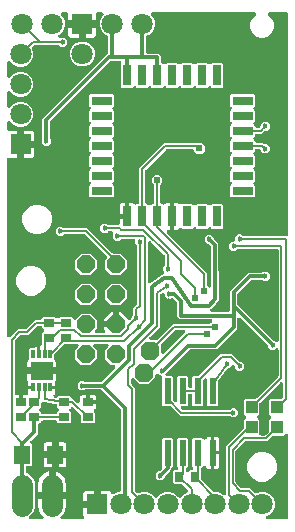
<source format=gbr>
G04 EAGLE Gerber RS-274X export*
G75*
%MOMM*%
%FSLAX34Y34*%
%LPD*%
%INBottom Copper*%
%IPPOS*%
%AMOC8*
5,1,8,0,0,1.08239X$1,22.5*%
G01*
%ADD10R,1.400000X1.600000*%
%ADD11C,1.800000*%
%ADD12R,0.700000X0.900000*%
%ADD13R,1.000000X1.100000*%
%ADD14R,1.778000X0.762000*%
%ADD15R,0.762000X1.778000*%
%ADD16R,1.800000X1.800000*%
%ADD17C,1.800000*%
%ADD18R,0.609600X2.209800*%
%ADD19P,1.732040X8X22.500000*%
%ADD20R,1.880000X1.500000*%
%ADD21R,0.300000X0.800000*%
%ADD22R,0.900000X0.700000*%
%ADD23P,1.649562X8X292.500000*%
%ADD24C,0.454000*%
%ADD25C,0.604000*%
%ADD26C,0.203200*%
%ADD27C,0.304800*%
%ADD28C,0.152400*%

G36*
X231014Y152311D02*
X231014Y152311D01*
X231088Y152313D01*
X231185Y152337D01*
X231285Y152352D01*
X231354Y152380D01*
X231426Y152398D01*
X231515Y152444D01*
X231609Y152481D01*
X231670Y152523D01*
X231736Y152557D01*
X231812Y152622D01*
X231895Y152680D01*
X231945Y152735D01*
X232001Y152783D01*
X232061Y152864D01*
X232128Y152939D01*
X232164Y153004D01*
X232209Y153063D01*
X232248Y153155D01*
X232297Y153244D01*
X232317Y153315D01*
X232347Y153383D01*
X232364Y153482D01*
X232392Y153579D01*
X232400Y153679D01*
X232408Y153726D01*
X232406Y153762D01*
X232411Y153823D01*
X232411Y229870D01*
X232408Y229896D01*
X232410Y229922D01*
X232388Y230069D01*
X232371Y230216D01*
X232363Y230241D01*
X232359Y230267D01*
X232304Y230405D01*
X232254Y230544D01*
X232240Y230566D01*
X232230Y230591D01*
X232145Y230712D01*
X232065Y230837D01*
X232046Y230855D01*
X232031Y230877D01*
X231921Y230976D01*
X231814Y231079D01*
X231792Y231093D01*
X231772Y231110D01*
X231642Y231182D01*
X231515Y231258D01*
X231490Y231266D01*
X231467Y231279D01*
X231324Y231319D01*
X231183Y231364D01*
X231157Y231366D01*
X231132Y231374D01*
X230888Y231393D01*
X198021Y231393D01*
X197895Y231379D01*
X197769Y231372D01*
X197723Y231359D01*
X197675Y231353D01*
X197556Y231311D01*
X197434Y231276D01*
X197392Y231252D01*
X197346Y231236D01*
X197240Y231167D01*
X197130Y231106D01*
X197084Y231066D01*
X197054Y231047D01*
X197020Y231012D01*
X196944Y230947D01*
X195882Y229885D01*
X192738Y229885D01*
X190515Y232108D01*
X190515Y235252D01*
X192738Y237475D01*
X194072Y237475D01*
X194098Y237478D01*
X194124Y237476D01*
X194271Y237498D01*
X194418Y237515D01*
X194443Y237523D01*
X194469Y237527D01*
X194607Y237582D01*
X194746Y237632D01*
X194768Y237646D01*
X194793Y237656D01*
X194914Y237741D01*
X195039Y237821D01*
X195057Y237840D01*
X195079Y237855D01*
X195178Y237965D01*
X195281Y238072D01*
X195295Y238094D01*
X195312Y238114D01*
X195384Y238244D01*
X195460Y238371D01*
X195468Y238396D01*
X195481Y238419D01*
X195521Y238562D01*
X195566Y238703D01*
X195568Y238729D01*
X195576Y238754D01*
X195595Y238998D01*
X195595Y241602D01*
X197818Y243825D01*
X200962Y243825D01*
X202024Y242763D01*
X202123Y242684D01*
X202217Y242600D01*
X202259Y242576D01*
X202297Y242546D01*
X202411Y242492D01*
X202522Y242431D01*
X202568Y242418D01*
X202612Y242397D01*
X202735Y242371D01*
X202857Y242336D01*
X202918Y242331D01*
X202953Y242324D01*
X203001Y242325D01*
X203101Y242317D01*
X239056Y242317D01*
X239082Y242320D01*
X239108Y242318D01*
X239255Y242340D01*
X239402Y242357D01*
X239427Y242365D01*
X239453Y242369D01*
X239591Y242424D01*
X239730Y242474D01*
X239752Y242488D01*
X239777Y242498D01*
X239898Y242583D01*
X240023Y242663D01*
X240041Y242682D01*
X240063Y242697D01*
X240162Y242807D01*
X240265Y242914D01*
X240279Y242936D01*
X240296Y242956D01*
X240368Y243086D01*
X240444Y243213D01*
X240452Y243238D01*
X240465Y243261D01*
X240505Y243404D01*
X240550Y243545D01*
X240552Y243571D01*
X240560Y243596D01*
X240579Y243840D01*
X240579Y430216D01*
X240576Y430242D01*
X240578Y430268D01*
X240556Y430415D01*
X240539Y430562D01*
X240531Y430587D01*
X240527Y430613D01*
X240472Y430751D01*
X240422Y430890D01*
X240408Y430912D01*
X240398Y430937D01*
X240313Y431058D01*
X240233Y431183D01*
X240214Y431201D01*
X240199Y431223D01*
X240089Y431322D01*
X239982Y431425D01*
X239960Y431439D01*
X239940Y431456D01*
X239810Y431528D01*
X239683Y431604D01*
X239658Y431612D01*
X239635Y431625D01*
X239492Y431665D01*
X239351Y431710D01*
X239325Y431712D01*
X239300Y431720D01*
X239056Y431739D01*
X224783Y431739D01*
X224733Y431733D01*
X224683Y431736D01*
X224560Y431714D01*
X224437Y431699D01*
X224389Y431682D01*
X224340Y431673D01*
X224226Y431624D01*
X224109Y431582D01*
X224066Y431555D01*
X224020Y431534D01*
X223920Y431460D01*
X223816Y431393D01*
X223781Y431357D01*
X223740Y431326D01*
X223660Y431232D01*
X223574Y431142D01*
X223548Y431099D01*
X223515Y431060D01*
X223459Y430950D01*
X223395Y430843D01*
X223380Y430795D01*
X223357Y430750D01*
X223327Y430630D01*
X223289Y430511D01*
X223285Y430461D01*
X223273Y430412D01*
X223271Y430288D01*
X223261Y430164D01*
X223268Y430114D01*
X223268Y430063D01*
X223294Y429942D01*
X223313Y429819D01*
X223331Y429772D01*
X223342Y429723D01*
X223395Y429611D01*
X223441Y429495D01*
X223470Y429454D01*
X223492Y429408D01*
X223569Y429311D01*
X223640Y429209D01*
X223678Y429175D01*
X223709Y429136D01*
X223807Y429059D01*
X223899Y428976D01*
X223943Y428951D01*
X223983Y428920D01*
X224086Y428867D01*
X226918Y426035D01*
X228441Y422359D01*
X228441Y418381D01*
X226918Y414705D01*
X224105Y411892D01*
X220429Y410369D01*
X216451Y410369D01*
X212775Y411892D01*
X209962Y414705D01*
X208439Y418381D01*
X208439Y422359D01*
X209962Y426035D01*
X212788Y428861D01*
X212876Y428918D01*
X212984Y428978D01*
X213021Y429012D01*
X213064Y429039D01*
X213150Y429129D01*
X213242Y429212D01*
X213271Y429253D01*
X213306Y429290D01*
X213370Y429397D01*
X213441Y429499D01*
X213459Y429546D01*
X213485Y429589D01*
X213523Y429707D01*
X213568Y429823D01*
X213576Y429873D01*
X213591Y429921D01*
X213601Y430045D01*
X213619Y430168D01*
X213615Y430218D01*
X213619Y430268D01*
X213601Y430391D01*
X213590Y430515D01*
X213575Y430563D01*
X213567Y430613D01*
X213521Y430729D01*
X213483Y430847D01*
X213457Y430890D01*
X213439Y430937D01*
X213368Y431039D01*
X213304Y431145D01*
X213269Y431182D01*
X213240Y431223D01*
X213148Y431306D01*
X213061Y431395D01*
X213019Y431423D01*
X212981Y431456D01*
X212872Y431517D01*
X212768Y431584D01*
X212720Y431600D01*
X212676Y431625D01*
X212556Y431659D01*
X212439Y431700D01*
X212389Y431706D01*
X212341Y431720D01*
X212097Y431739D01*
X125562Y431739D01*
X125463Y431728D01*
X125362Y431726D01*
X125290Y431708D01*
X125216Y431699D01*
X125122Y431666D01*
X125024Y431641D01*
X124958Y431607D01*
X124888Y431582D01*
X124804Y431527D01*
X124714Y431481D01*
X124658Y431433D01*
X124595Y431393D01*
X124525Y431321D01*
X124449Y431256D01*
X124405Y431196D01*
X124353Y431142D01*
X124302Y431056D01*
X124242Y430975D01*
X124212Y430907D01*
X124174Y430843D01*
X124144Y430747D01*
X124104Y430655D01*
X124091Y430582D01*
X124068Y430511D01*
X124060Y430411D01*
X124042Y430312D01*
X124046Y430238D01*
X124040Y430164D01*
X124055Y430064D01*
X124060Y429964D01*
X124081Y429893D01*
X124092Y429819D01*
X124129Y429726D01*
X124157Y429629D01*
X124193Y429564D01*
X124220Y429495D01*
X124278Y429413D01*
X124327Y429325D01*
X124392Y429249D01*
X124419Y429209D01*
X124446Y429185D01*
X124485Y429139D01*
X125762Y427862D01*
X127365Y423993D01*
X127365Y419807D01*
X125762Y415938D01*
X122802Y412978D01*
X120829Y412160D01*
X120762Y412123D01*
X120691Y412095D01*
X120610Y412039D01*
X120524Y411991D01*
X120468Y411940D01*
X120405Y411896D01*
X120339Y411823D01*
X120266Y411757D01*
X120223Y411694D01*
X120172Y411637D01*
X120124Y411551D01*
X120068Y411470D01*
X120040Y411399D01*
X120003Y411332D01*
X119976Y411238D01*
X119940Y411146D01*
X119929Y411071D01*
X119908Y410997D01*
X119896Y410848D01*
X119889Y410801D01*
X119891Y410782D01*
X119889Y410753D01*
X119889Y398272D01*
X119892Y398246D01*
X119890Y398220D01*
X119912Y398073D01*
X119929Y397926D01*
X119937Y397901D01*
X119941Y397875D01*
X119996Y397737D01*
X120046Y397598D01*
X120060Y397576D01*
X120070Y397551D01*
X120155Y397430D01*
X120235Y397305D01*
X120254Y397287D01*
X120269Y397265D01*
X120379Y397166D01*
X120486Y397063D01*
X120508Y397049D01*
X120528Y397032D01*
X120658Y396960D01*
X120785Y396884D01*
X120810Y396876D01*
X120833Y396863D01*
X120976Y396823D01*
X121117Y396778D01*
X121143Y396776D01*
X121168Y396768D01*
X121412Y396749D01*
X130803Y396749D01*
X132589Y394963D01*
X132589Y390398D01*
X132592Y390372D01*
X132590Y390346D01*
X132612Y390199D01*
X132629Y390052D01*
X132637Y390027D01*
X132641Y390001D01*
X132696Y389863D01*
X132746Y389724D01*
X132760Y389702D01*
X132770Y389677D01*
X132855Y389556D01*
X132935Y389431D01*
X132954Y389413D01*
X132969Y389391D01*
X133079Y389292D01*
X133186Y389189D01*
X133208Y389175D01*
X133228Y389158D01*
X133358Y389086D01*
X133485Y389010D01*
X133510Y389002D01*
X133533Y388989D01*
X133676Y388949D01*
X133817Y388904D01*
X133843Y388902D01*
X133868Y388894D01*
X133970Y388886D01*
X134813Y388043D01*
X134833Y388027D01*
X134850Y388007D01*
X134970Y387919D01*
X135086Y387827D01*
X135110Y387816D01*
X135131Y387800D01*
X135267Y387741D01*
X135401Y387678D01*
X135427Y387672D01*
X135451Y387662D01*
X135597Y387636D01*
X135742Y387604D01*
X135768Y387605D01*
X135794Y387600D01*
X135942Y387608D01*
X136090Y387610D01*
X136116Y387617D01*
X136142Y387618D01*
X136284Y387659D01*
X136428Y387695D01*
X136451Y387707D01*
X136477Y387715D01*
X136606Y387787D01*
X136738Y387855D01*
X136758Y387872D01*
X136781Y387885D01*
X136967Y388043D01*
X137798Y388875D01*
X146682Y388875D01*
X147513Y388043D01*
X147533Y388027D01*
X147550Y388007D01*
X147670Y387919D01*
X147786Y387827D01*
X147810Y387816D01*
X147831Y387800D01*
X147967Y387741D01*
X148101Y387678D01*
X148127Y387672D01*
X148151Y387662D01*
X148297Y387636D01*
X148442Y387604D01*
X148468Y387605D01*
X148494Y387600D01*
X148642Y387608D01*
X148790Y387610D01*
X148816Y387617D01*
X148842Y387618D01*
X148984Y387659D01*
X149128Y387695D01*
X149151Y387707D01*
X149177Y387715D01*
X149306Y387787D01*
X149438Y387855D01*
X149458Y387872D01*
X149481Y387885D01*
X149667Y388043D01*
X150498Y388875D01*
X159382Y388875D01*
X160213Y388043D01*
X160233Y388027D01*
X160250Y388007D01*
X160370Y387919D01*
X160486Y387827D01*
X160510Y387816D01*
X160531Y387800D01*
X160667Y387741D01*
X160801Y387678D01*
X160827Y387672D01*
X160851Y387662D01*
X160997Y387636D01*
X161142Y387604D01*
X161168Y387605D01*
X161194Y387600D01*
X161342Y387608D01*
X161490Y387610D01*
X161516Y387617D01*
X161542Y387618D01*
X161684Y387659D01*
X161828Y387695D01*
X161851Y387707D01*
X161877Y387715D01*
X162006Y387787D01*
X162138Y387855D01*
X162158Y387872D01*
X162181Y387885D01*
X162367Y388043D01*
X163198Y388875D01*
X172082Y388875D01*
X172913Y388043D01*
X172933Y388027D01*
X172950Y388007D01*
X173070Y387919D01*
X173186Y387827D01*
X173210Y387816D01*
X173231Y387800D01*
X173367Y387741D01*
X173501Y387678D01*
X173527Y387672D01*
X173551Y387662D01*
X173697Y387636D01*
X173842Y387604D01*
X173868Y387605D01*
X173894Y387600D01*
X174042Y387608D01*
X174190Y387610D01*
X174216Y387617D01*
X174242Y387618D01*
X174384Y387659D01*
X174528Y387695D01*
X174551Y387707D01*
X174577Y387715D01*
X174706Y387787D01*
X174838Y387855D01*
X174858Y387872D01*
X174881Y387885D01*
X175067Y388043D01*
X175898Y388875D01*
X184782Y388875D01*
X185675Y387982D01*
X185675Y368938D01*
X184782Y368045D01*
X175898Y368045D01*
X175067Y368877D01*
X175047Y368893D01*
X175030Y368913D01*
X174910Y369001D01*
X174794Y369093D01*
X174770Y369104D01*
X174749Y369120D01*
X174613Y369179D01*
X174479Y369242D01*
X174453Y369248D01*
X174429Y369258D01*
X174283Y369284D01*
X174138Y369316D01*
X174112Y369315D01*
X174086Y369320D01*
X173938Y369312D01*
X173790Y369310D01*
X173764Y369303D01*
X173738Y369302D01*
X173596Y369261D01*
X173452Y369225D01*
X173429Y369213D01*
X173403Y369205D01*
X173274Y369133D01*
X173142Y369065D01*
X173122Y369048D01*
X173099Y369035D01*
X172913Y368877D01*
X172082Y368045D01*
X163198Y368045D01*
X162367Y368877D01*
X162347Y368893D01*
X162330Y368913D01*
X162210Y369001D01*
X162094Y369093D01*
X162070Y369104D01*
X162049Y369120D01*
X161913Y369179D01*
X161779Y369242D01*
X161753Y369248D01*
X161729Y369258D01*
X161583Y369284D01*
X161438Y369316D01*
X161412Y369315D01*
X161386Y369320D01*
X161238Y369312D01*
X161090Y369310D01*
X161064Y369303D01*
X161038Y369302D01*
X160896Y369261D01*
X160752Y369225D01*
X160729Y369213D01*
X160703Y369205D01*
X160574Y369133D01*
X160442Y369065D01*
X160422Y369048D01*
X160399Y369035D01*
X160213Y368877D01*
X159382Y368045D01*
X150498Y368045D01*
X149667Y368877D01*
X149647Y368893D01*
X149630Y368913D01*
X149510Y369001D01*
X149394Y369093D01*
X149370Y369104D01*
X149349Y369120D01*
X149213Y369179D01*
X149079Y369242D01*
X149053Y369248D01*
X149029Y369258D01*
X148883Y369284D01*
X148738Y369316D01*
X148712Y369315D01*
X148686Y369320D01*
X148538Y369312D01*
X148390Y369310D01*
X148364Y369303D01*
X148338Y369302D01*
X148196Y369261D01*
X148052Y369225D01*
X148029Y369213D01*
X148003Y369205D01*
X147874Y369133D01*
X147742Y369065D01*
X147722Y369048D01*
X147699Y369035D01*
X147513Y368877D01*
X146682Y368045D01*
X137798Y368045D01*
X136967Y368877D01*
X136947Y368893D01*
X136930Y368913D01*
X136810Y369001D01*
X136694Y369093D01*
X136670Y369104D01*
X136649Y369120D01*
X136513Y369179D01*
X136379Y369242D01*
X136353Y369248D01*
X136329Y369258D01*
X136183Y369284D01*
X136038Y369316D01*
X136012Y369315D01*
X135986Y369320D01*
X135838Y369312D01*
X135690Y369310D01*
X135664Y369303D01*
X135638Y369302D01*
X135496Y369261D01*
X135352Y369225D01*
X135329Y369213D01*
X135303Y369205D01*
X135174Y369133D01*
X135042Y369065D01*
X135022Y369048D01*
X134999Y369035D01*
X134813Y368877D01*
X133982Y368045D01*
X125098Y368045D01*
X124267Y368877D01*
X124247Y368893D01*
X124230Y368913D01*
X124110Y369001D01*
X123994Y369093D01*
X123970Y369104D01*
X123949Y369120D01*
X123813Y369179D01*
X123679Y369242D01*
X123653Y369248D01*
X123629Y369258D01*
X123483Y369284D01*
X123338Y369316D01*
X123312Y369315D01*
X123286Y369320D01*
X123138Y369312D01*
X122990Y369310D01*
X122964Y369303D01*
X122938Y369302D01*
X122796Y369261D01*
X122652Y369225D01*
X122629Y369213D01*
X122603Y369205D01*
X122474Y369133D01*
X122342Y369065D01*
X122322Y369048D01*
X122299Y369035D01*
X122113Y368877D01*
X121282Y368045D01*
X112398Y368045D01*
X111567Y368877D01*
X111547Y368893D01*
X111530Y368913D01*
X111410Y369001D01*
X111294Y369093D01*
X111270Y369104D01*
X111249Y369120D01*
X111113Y369179D01*
X110979Y369242D01*
X110953Y369248D01*
X110929Y369258D01*
X110783Y369284D01*
X110638Y369316D01*
X110612Y369315D01*
X110586Y369320D01*
X110438Y369312D01*
X110290Y369310D01*
X110264Y369303D01*
X110238Y369302D01*
X110096Y369261D01*
X109952Y369225D01*
X109929Y369213D01*
X109903Y369205D01*
X109774Y369133D01*
X109642Y369065D01*
X109622Y369048D01*
X109599Y369035D01*
X109413Y368877D01*
X108582Y368045D01*
X99698Y368045D01*
X98805Y368938D01*
X98805Y387982D01*
X98875Y388051D01*
X98937Y388129D01*
X99007Y388202D01*
X99045Y388266D01*
X99091Y388324D01*
X99134Y388415D01*
X99186Y388501D01*
X99208Y388572D01*
X99240Y388639D01*
X99261Y388737D01*
X99292Y388833D01*
X99298Y388907D01*
X99314Y388980D01*
X99312Y389080D01*
X99320Y389180D01*
X99309Y389254D01*
X99308Y389328D01*
X99283Y389426D01*
X99268Y389525D01*
X99241Y389594D01*
X99223Y389666D01*
X99177Y389755D01*
X99139Y389849D01*
X99097Y389910D01*
X99063Y389976D01*
X98998Y390052D01*
X98941Y390135D01*
X98885Y390185D01*
X98837Y390241D01*
X98756Y390301D01*
X98682Y390368D01*
X98617Y390404D01*
X98557Y390449D01*
X98465Y390488D01*
X98377Y390537D01*
X98305Y390557D01*
X98237Y390587D01*
X98138Y390604D01*
X98041Y390632D01*
X97941Y390640D01*
X97894Y390648D01*
X97858Y390646D01*
X97798Y390651D01*
X90794Y390651D01*
X90668Y390637D01*
X90542Y390630D01*
X90496Y390617D01*
X90448Y390611D01*
X90329Y390569D01*
X90207Y390534D01*
X90165Y390510D01*
X90119Y390494D01*
X90013Y390425D01*
X89903Y390364D01*
X89857Y390324D01*
X89827Y390305D01*
X89793Y390270D01*
X89717Y390205D01*
X39055Y339543D01*
X38976Y339444D01*
X38892Y339350D01*
X38868Y339308D01*
X38838Y339270D01*
X38784Y339156D01*
X38723Y339045D01*
X38710Y338999D01*
X38689Y338955D01*
X38663Y338832D01*
X38628Y338710D01*
X38623Y338649D01*
X38616Y338614D01*
X38617Y338566D01*
X38609Y338466D01*
X38609Y325529D01*
X38623Y325403D01*
X38630Y325277D01*
X38643Y325231D01*
X38649Y325183D01*
X38691Y325064D01*
X38726Y324942D01*
X38750Y324900D01*
X38766Y324854D01*
X38835Y324748D01*
X38896Y324638D01*
X38936Y324592D01*
X38955Y324562D01*
X38990Y324528D01*
X39055Y324452D01*
X39355Y324152D01*
X39355Y321008D01*
X37132Y318785D01*
X33988Y318785D01*
X31765Y321008D01*
X31765Y324152D01*
X32065Y324452D01*
X32144Y324551D01*
X32228Y324645D01*
X32252Y324687D01*
X32282Y324725D01*
X32336Y324839D01*
X32397Y324950D01*
X32410Y324996D01*
X32431Y325040D01*
X32457Y325163D01*
X32492Y325285D01*
X32497Y325346D01*
X32504Y325381D01*
X32503Y325429D01*
X32511Y325529D01*
X32511Y341623D01*
X87945Y397057D01*
X88024Y397156D01*
X88108Y397250D01*
X88132Y397292D01*
X88162Y397330D01*
X88216Y397444D01*
X88277Y397555D01*
X88290Y397601D01*
X88311Y397645D01*
X88337Y397768D01*
X88372Y397890D01*
X88377Y397951D01*
X88384Y397986D01*
X88383Y398034D01*
X88391Y398134D01*
X88391Y410753D01*
X88389Y410770D01*
X88390Y410784D01*
X88383Y410836D01*
X88384Y410905D01*
X88363Y411002D01*
X88351Y411099D01*
X88326Y411171D01*
X88309Y411246D01*
X88267Y411335D01*
X88234Y411427D01*
X88192Y411492D01*
X88160Y411561D01*
X88098Y411637D01*
X88045Y411720D01*
X87990Y411773D01*
X87942Y411833D01*
X87865Y411894D01*
X87794Y411962D01*
X87729Y412002D01*
X87669Y412049D01*
X87536Y412117D01*
X87495Y412141D01*
X87477Y412147D01*
X87451Y412160D01*
X85478Y412978D01*
X82518Y415938D01*
X80915Y419807D01*
X80915Y423993D01*
X82518Y427862D01*
X83795Y429139D01*
X83857Y429218D01*
X83927Y429290D01*
X83965Y429354D01*
X84011Y429412D01*
X84054Y429503D01*
X84106Y429589D01*
X84128Y429660D01*
X84160Y429727D01*
X84181Y429825D01*
X84212Y429921D01*
X84218Y429995D01*
X84234Y430068D01*
X84232Y430168D01*
X84240Y430268D01*
X84229Y430342D01*
X84228Y430416D01*
X84203Y430513D01*
X84188Y430613D01*
X84161Y430682D01*
X84143Y430754D01*
X84097Y430843D01*
X84060Y430937D01*
X84017Y430998D01*
X83983Y431064D01*
X83918Y431140D01*
X83861Y431223D01*
X83805Y431273D01*
X83757Y431329D01*
X83676Y431389D01*
X83602Y431456D01*
X83537Y431492D01*
X83477Y431537D01*
X83385Y431576D01*
X83297Y431625D01*
X83225Y431645D01*
X83157Y431675D01*
X83058Y431692D01*
X82961Y431720D01*
X82861Y431728D01*
X82814Y431736D01*
X82778Y431734D01*
X82718Y431739D01*
X79104Y431739D01*
X79078Y431736D01*
X79052Y431738D01*
X78905Y431716D01*
X78758Y431699D01*
X78733Y431691D01*
X78707Y431687D01*
X78569Y431632D01*
X78430Y431582D01*
X78408Y431568D01*
X78383Y431558D01*
X78262Y431473D01*
X78137Y431393D01*
X78119Y431374D01*
X78097Y431359D01*
X77998Y431249D01*
X77895Y431142D01*
X77881Y431120D01*
X77864Y431100D01*
X77792Y430970D01*
X77716Y430843D01*
X77708Y430818D01*
X77695Y430795D01*
X77655Y430652D01*
X77610Y430511D01*
X77608Y430485D01*
X77600Y430460D01*
X77581Y430216D01*
X77581Y424899D01*
X67516Y424899D01*
X67490Y424896D01*
X67464Y424898D01*
X67317Y424876D01*
X67170Y424859D01*
X67145Y424851D01*
X67119Y424847D01*
X66982Y424792D01*
X66842Y424742D01*
X66820Y424728D01*
X66795Y424718D01*
X66674Y424633D01*
X66549Y424553D01*
X66531Y424534D01*
X66509Y424519D01*
X66410Y424409D01*
X66307Y424302D01*
X66293Y424280D01*
X66276Y424260D01*
X66204Y424130D01*
X66128Y424003D01*
X66120Y423978D01*
X66107Y423955D01*
X66067Y423812D01*
X66042Y423736D01*
X66038Y423747D01*
X66034Y423773D01*
X65980Y423911D01*
X65930Y424050D01*
X65915Y424072D01*
X65906Y424097D01*
X65821Y424218D01*
X65741Y424343D01*
X65722Y424361D01*
X65707Y424383D01*
X65597Y424482D01*
X65490Y424585D01*
X65467Y424599D01*
X65448Y424616D01*
X65318Y424688D01*
X65191Y424764D01*
X65166Y424772D01*
X65143Y424785D01*
X65000Y424825D01*
X64859Y424870D01*
X64833Y424872D01*
X64808Y424880D01*
X64564Y424899D01*
X54499Y424899D01*
X54499Y430216D01*
X54496Y430242D01*
X54498Y430268D01*
X54476Y430415D01*
X54459Y430562D01*
X54451Y430587D01*
X54447Y430613D01*
X54392Y430751D01*
X54342Y430890D01*
X54328Y430912D01*
X54318Y430937D01*
X54233Y431058D01*
X54153Y431183D01*
X54134Y431201D01*
X54119Y431223D01*
X54009Y431322D01*
X53902Y431425D01*
X53880Y431439D01*
X53860Y431456D01*
X53730Y431528D01*
X53603Y431604D01*
X53578Y431612D01*
X53555Y431625D01*
X53412Y431665D01*
X53271Y431710D01*
X53245Y431712D01*
X53220Y431720D01*
X52976Y431739D01*
X49362Y431739D01*
X49263Y431728D01*
X49162Y431726D01*
X49090Y431708D01*
X49016Y431699D01*
X48922Y431666D01*
X48824Y431641D01*
X48758Y431607D01*
X48688Y431582D01*
X48604Y431527D01*
X48514Y431481D01*
X48458Y431433D01*
X48395Y431393D01*
X48325Y431321D01*
X48249Y431256D01*
X48205Y431196D01*
X48153Y431142D01*
X48102Y431056D01*
X48042Y430975D01*
X48012Y430907D01*
X47974Y430843D01*
X47944Y430747D01*
X47904Y430655D01*
X47891Y430582D01*
X47868Y430511D01*
X47860Y430411D01*
X47842Y430312D01*
X47846Y430238D01*
X47840Y430164D01*
X47855Y430064D01*
X47860Y429964D01*
X47881Y429893D01*
X47892Y429819D01*
X47929Y429726D01*
X47957Y429629D01*
X47993Y429564D01*
X48020Y429495D01*
X48078Y429413D01*
X48127Y429325D01*
X48192Y429249D01*
X48219Y429209D01*
X48246Y429185D01*
X48285Y429139D01*
X49562Y427862D01*
X51165Y423993D01*
X51165Y419807D01*
X49562Y415938D01*
X46419Y412795D01*
X46357Y412717D01*
X46287Y412644D01*
X46249Y412580D01*
X46203Y412522D01*
X46160Y412431D01*
X46108Y412345D01*
X46086Y412274D01*
X46054Y412207D01*
X46033Y412109D01*
X46002Y412013D01*
X45996Y411939D01*
X45980Y411866D01*
X45982Y411766D01*
X45974Y411666D01*
X45985Y411592D01*
X45986Y411518D01*
X46011Y411421D01*
X46026Y411321D01*
X46053Y411252D01*
X46071Y411180D01*
X46117Y411091D01*
X46154Y410997D01*
X46197Y410936D01*
X46231Y410870D01*
X46296Y410794D01*
X46353Y410711D01*
X46409Y410661D01*
X46457Y410605D01*
X46538Y410545D01*
X46612Y410478D01*
X46677Y410442D01*
X46737Y410397D01*
X46829Y410358D01*
X46917Y410309D01*
X46989Y410289D01*
X47057Y410259D01*
X47156Y410242D01*
X47253Y410214D01*
X47353Y410206D01*
X47400Y410198D01*
X47436Y410200D01*
X47496Y410195D01*
X51102Y410195D01*
X53325Y407972D01*
X53325Y404828D01*
X51102Y402605D01*
X47958Y402605D01*
X47150Y403413D01*
X47051Y403492D01*
X46957Y403576D01*
X46915Y403600D01*
X46877Y403630D01*
X46763Y403684D01*
X46652Y403745D01*
X46606Y403758D01*
X46562Y403779D01*
X46439Y403805D01*
X46317Y403840D01*
X46256Y403845D01*
X46221Y403852D01*
X46173Y403851D01*
X46073Y403859D01*
X25813Y403859D01*
X25688Y403845D01*
X25562Y403838D01*
X25515Y403825D01*
X25467Y403819D01*
X25348Y403777D01*
X25227Y403742D01*
X25185Y403718D01*
X25139Y403702D01*
X25033Y403633D01*
X24923Y403572D01*
X24876Y403532D01*
X24846Y403513D01*
X24813Y403478D01*
X24736Y403413D01*
X23797Y402474D01*
X23750Y402414D01*
X23695Y402361D01*
X23642Y402278D01*
X23581Y402201D01*
X23548Y402132D01*
X23507Y402068D01*
X23474Y401975D01*
X23432Y401886D01*
X23416Y401812D01*
X23390Y401739D01*
X23379Y401641D01*
X23358Y401545D01*
X23360Y401469D01*
X23351Y401393D01*
X23363Y401295D01*
X23364Y401197D01*
X23383Y401123D01*
X23392Y401047D01*
X23438Y400905D01*
X23449Y400859D01*
X23458Y400842D01*
X23467Y400814D01*
X24495Y398333D01*
X24495Y394147D01*
X22892Y390278D01*
X19932Y387318D01*
X16063Y385715D01*
X11877Y385715D01*
X8008Y387318D01*
X5101Y390225D01*
X5023Y390287D01*
X4950Y390357D01*
X4886Y390395D01*
X4828Y390441D01*
X4737Y390484D01*
X4651Y390536D01*
X4580Y390558D01*
X4513Y390590D01*
X4415Y390611D01*
X4319Y390642D01*
X4245Y390648D01*
X4172Y390664D01*
X4072Y390662D01*
X3972Y390670D01*
X3898Y390659D01*
X3824Y390658D01*
X3727Y390633D01*
X3627Y390618D01*
X3558Y390591D01*
X3486Y390573D01*
X3397Y390527D01*
X3303Y390490D01*
X3242Y390447D01*
X3176Y390413D01*
X3100Y390348D01*
X3017Y390291D01*
X2967Y390235D01*
X2911Y390187D01*
X2851Y390106D01*
X2784Y390032D01*
X2748Y389967D01*
X2703Y389907D01*
X2664Y389815D01*
X2615Y389727D01*
X2595Y389655D01*
X2565Y389587D01*
X2548Y389488D01*
X2520Y389391D01*
X2512Y389291D01*
X2504Y389244D01*
X2506Y389208D01*
X2501Y389148D01*
X2501Y377932D01*
X2512Y377833D01*
X2514Y377732D01*
X2532Y377660D01*
X2541Y377586D01*
X2574Y377492D01*
X2599Y377394D01*
X2633Y377328D01*
X2658Y377258D01*
X2713Y377174D01*
X2759Y377084D01*
X2807Y377028D01*
X2847Y376965D01*
X2919Y376895D01*
X2984Y376819D01*
X3044Y376775D01*
X3098Y376723D01*
X3184Y376672D01*
X3265Y376612D01*
X3333Y376582D01*
X3397Y376544D01*
X3493Y376514D01*
X3585Y376474D01*
X3658Y376461D01*
X3729Y376438D01*
X3829Y376430D01*
X3928Y376412D01*
X4002Y376416D01*
X4076Y376410D01*
X4176Y376425D01*
X4276Y376430D01*
X4347Y376451D01*
X4421Y376462D01*
X4514Y376499D01*
X4611Y376527D01*
X4676Y376563D01*
X4745Y376590D01*
X4827Y376648D01*
X4915Y376697D01*
X4991Y376762D01*
X5031Y376789D01*
X5055Y376816D01*
X5101Y376855D01*
X8008Y379762D01*
X11877Y381365D01*
X16063Y381365D01*
X19932Y379762D01*
X22892Y376802D01*
X24495Y372933D01*
X24495Y368747D01*
X22892Y364878D01*
X19932Y361918D01*
X16063Y360315D01*
X11877Y360315D01*
X8008Y361918D01*
X5101Y364825D01*
X5023Y364887D01*
X4950Y364957D01*
X4886Y364995D01*
X4828Y365041D01*
X4737Y365084D01*
X4651Y365136D01*
X4580Y365158D01*
X4513Y365190D01*
X4415Y365211D01*
X4319Y365242D01*
X4245Y365248D01*
X4172Y365264D01*
X4072Y365262D01*
X3972Y365270D01*
X3898Y365259D01*
X3824Y365258D01*
X3727Y365233D01*
X3627Y365218D01*
X3558Y365191D01*
X3486Y365173D01*
X3397Y365127D01*
X3303Y365090D01*
X3242Y365047D01*
X3176Y365013D01*
X3100Y364948D01*
X3017Y364891D01*
X2967Y364835D01*
X2911Y364787D01*
X2851Y364706D01*
X2784Y364632D01*
X2748Y364567D01*
X2703Y364507D01*
X2664Y364415D01*
X2615Y364327D01*
X2595Y364255D01*
X2565Y364187D01*
X2548Y364088D01*
X2520Y363991D01*
X2512Y363891D01*
X2504Y363844D01*
X2506Y363808D01*
X2501Y363748D01*
X2501Y352532D01*
X2512Y352433D01*
X2514Y352332D01*
X2532Y352260D01*
X2541Y352186D01*
X2574Y352092D01*
X2599Y351994D01*
X2633Y351928D01*
X2658Y351858D01*
X2713Y351774D01*
X2759Y351684D01*
X2807Y351628D01*
X2847Y351565D01*
X2919Y351495D01*
X2984Y351419D01*
X3044Y351375D01*
X3098Y351323D01*
X3184Y351272D01*
X3265Y351212D01*
X3333Y351182D01*
X3397Y351144D01*
X3493Y351114D01*
X3585Y351074D01*
X3658Y351061D01*
X3729Y351038D01*
X3829Y351030D01*
X3928Y351012D01*
X4002Y351016D01*
X4076Y351010D01*
X4176Y351025D01*
X4276Y351030D01*
X4347Y351051D01*
X4421Y351062D01*
X4514Y351099D01*
X4611Y351127D01*
X4676Y351163D01*
X4745Y351190D01*
X4827Y351248D01*
X4915Y351297D01*
X4991Y351362D01*
X5031Y351389D01*
X5055Y351416D01*
X5101Y351455D01*
X8008Y354362D01*
X11877Y355965D01*
X16063Y355965D01*
X19932Y354362D01*
X22892Y351402D01*
X24495Y347533D01*
X24495Y343347D01*
X22892Y339478D01*
X19932Y336518D01*
X16063Y334915D01*
X11877Y334915D01*
X8008Y336518D01*
X5101Y339425D01*
X5023Y339487D01*
X4950Y339557D01*
X4886Y339595D01*
X4828Y339641D01*
X4737Y339684D01*
X4651Y339736D01*
X4580Y339758D01*
X4513Y339790D01*
X4415Y339811D01*
X4319Y339842D01*
X4245Y339848D01*
X4172Y339864D01*
X4072Y339862D01*
X3972Y339870D01*
X3898Y339859D01*
X3824Y339858D01*
X3727Y339833D01*
X3627Y339818D01*
X3558Y339791D01*
X3486Y339773D01*
X3397Y339727D01*
X3303Y339690D01*
X3242Y339647D01*
X3176Y339613D01*
X3100Y339548D01*
X3017Y339491D01*
X2967Y339435D01*
X2911Y339387D01*
X2851Y339306D01*
X2784Y339232D01*
X2748Y339167D01*
X2703Y339107D01*
X2664Y339015D01*
X2615Y338927D01*
X2595Y338855D01*
X2565Y338787D01*
X2548Y338688D01*
X2520Y338591D01*
X2512Y338491D01*
X2504Y338444D01*
X2506Y338408D01*
X2501Y338348D01*
X2501Y332994D01*
X2507Y332943D01*
X2504Y332892D01*
X2526Y332771D01*
X2541Y332648D01*
X2558Y332600D01*
X2567Y332549D01*
X2616Y332436D01*
X2658Y332320D01*
X2686Y332277D01*
X2706Y332230D01*
X2780Y332131D01*
X2847Y332027D01*
X2884Y331991D01*
X2914Y331950D01*
X3009Y331871D01*
X3098Y331785D01*
X3142Y331758D01*
X3181Y331725D01*
X3291Y331669D01*
X3397Y331606D01*
X3445Y331590D01*
X3491Y331567D01*
X3611Y331537D01*
X3729Y331499D01*
X3780Y331495D01*
X3829Y331483D01*
X3953Y331481D01*
X4076Y331472D01*
X4127Y331479D01*
X4178Y331478D01*
X4418Y331523D01*
X4636Y331581D01*
X10971Y331581D01*
X10971Y321516D01*
X10974Y321490D01*
X10972Y321464D01*
X10994Y321317D01*
X11011Y321170D01*
X11019Y321145D01*
X11023Y321119D01*
X11078Y320982D01*
X11128Y320842D01*
X11142Y320820D01*
X11152Y320795D01*
X11237Y320674D01*
X11317Y320549D01*
X11336Y320531D01*
X11351Y320509D01*
X11461Y320410D01*
X11568Y320307D01*
X11590Y320293D01*
X11610Y320276D01*
X11740Y320204D01*
X11867Y320128D01*
X11892Y320120D01*
X11915Y320107D01*
X12058Y320067D01*
X12134Y320042D01*
X12123Y320038D01*
X12097Y320034D01*
X11959Y319980D01*
X11820Y319930D01*
X11798Y319915D01*
X11773Y319906D01*
X11652Y319821D01*
X11527Y319741D01*
X11509Y319722D01*
X11487Y319707D01*
X11388Y319597D01*
X11285Y319490D01*
X11271Y319467D01*
X11254Y319448D01*
X11182Y319318D01*
X11106Y319191D01*
X11098Y319166D01*
X11085Y319143D01*
X11045Y319000D01*
X11000Y318859D01*
X10997Y318833D01*
X10990Y318808D01*
X10971Y318564D01*
X10971Y308499D01*
X4636Y308499D01*
X4418Y308557D01*
X4368Y308565D01*
X4319Y308581D01*
X4196Y308590D01*
X4074Y308609D01*
X4023Y308604D01*
X3972Y308608D01*
X3849Y308590D01*
X3726Y308580D01*
X3678Y308564D01*
X3627Y308557D01*
X3512Y308511D01*
X3394Y308473D01*
X3351Y308447D01*
X3303Y308428D01*
X3202Y308357D01*
X3096Y308294D01*
X3059Y308258D01*
X3017Y308229D01*
X2934Y308137D01*
X2845Y308051D01*
X2818Y308008D01*
X2784Y307970D01*
X2724Y307862D01*
X2657Y307758D01*
X2640Y307710D01*
X2615Y307665D01*
X2582Y307546D01*
X2540Y307430D01*
X2534Y307379D01*
X2520Y307330D01*
X2501Y307086D01*
X2501Y157952D01*
X2512Y157852D01*
X2514Y157752D01*
X2532Y157679D01*
X2541Y157606D01*
X2574Y157511D01*
X2599Y157414D01*
X2633Y157347D01*
X2658Y157277D01*
X2713Y157193D01*
X2759Y157104D01*
X2807Y157047D01*
X2847Y156985D01*
X2919Y156915D01*
X2984Y156838D01*
X3044Y156794D01*
X3098Y156742D01*
X3184Y156691D01*
X3265Y156631D01*
X3333Y156602D01*
X3397Y156564D01*
X3493Y156533D01*
X3585Y156493D01*
X3658Y156480D01*
X3729Y156457D01*
X3829Y156449D01*
X3928Y156432D01*
X4002Y156435D01*
X4076Y156429D01*
X4176Y156444D01*
X4276Y156450D01*
X4347Y156470D01*
X4421Y156481D01*
X4514Y156518D01*
X4611Y156546D01*
X4676Y156582D01*
X4745Y156610D01*
X4827Y156667D01*
X4915Y156716D01*
X4991Y156781D01*
X5031Y156809D01*
X5055Y156835D01*
X5101Y156875D01*
X9566Y161339D01*
X11500Y163274D01*
X17436Y163274D01*
X17562Y163288D01*
X17688Y163295D01*
X17735Y163308D01*
X17783Y163314D01*
X17902Y163356D01*
X18023Y163391D01*
X18065Y163415D01*
X18111Y163431D01*
X18217Y163500D01*
X18327Y163561D01*
X18374Y163601D01*
X18404Y163620D01*
X18437Y163655D01*
X18514Y163720D01*
X26390Y171596D01*
X29331Y171596D01*
X29332Y171596D01*
X30553Y171597D01*
X30579Y171600D01*
X30604Y171598D01*
X30751Y171620D01*
X30899Y171637D01*
X30923Y171646D01*
X30949Y171650D01*
X31087Y171704D01*
X31227Y171755D01*
X31249Y171769D01*
X31273Y171778D01*
X31395Y171863D01*
X31520Y171944D01*
X31538Y171962D01*
X31559Y171977D01*
X31658Y172087D01*
X31762Y172195D01*
X31775Y172217D01*
X31792Y172236D01*
X31864Y172366D01*
X31940Y172494D01*
X31948Y172518D01*
X31961Y172541D01*
X32001Y172684D01*
X32047Y172826D01*
X32049Y172852D01*
X32056Y172876D01*
X32075Y173120D01*
X32075Y173192D01*
X32968Y174085D01*
X43232Y174085D01*
X44008Y173308D01*
X44028Y173292D01*
X44045Y173272D01*
X44165Y173184D01*
X44281Y173092D01*
X44305Y173081D01*
X44326Y173065D01*
X44462Y173006D01*
X44596Y172943D01*
X44622Y172937D01*
X44646Y172927D01*
X44792Y172901D01*
X44937Y172869D01*
X44963Y172870D01*
X44989Y172865D01*
X45137Y172873D01*
X45285Y172875D01*
X45311Y172882D01*
X45337Y172883D01*
X45479Y172924D01*
X45623Y172960D01*
X45646Y172972D01*
X45672Y172980D01*
X45801Y173052D01*
X45933Y173120D01*
X45953Y173137D01*
X45976Y173150D01*
X46162Y173308D01*
X46938Y174085D01*
X57202Y174085D01*
X58095Y173192D01*
X58095Y172961D01*
X58106Y172861D01*
X58108Y172760D01*
X58126Y172688D01*
X58135Y172614D01*
X58168Y172520D01*
X58193Y172422D01*
X58227Y172356D01*
X58252Y172286D01*
X58307Y172202D01*
X58353Y172113D01*
X58401Y172056D01*
X58441Y171993D01*
X58513Y171924D01*
X58578Y171847D01*
X58638Y171803D01*
X58692Y171751D01*
X58778Y171700D01*
X58859Y171640D01*
X58927Y171611D01*
X58991Y171572D01*
X59087Y171542D01*
X59179Y171502D01*
X59252Y171489D01*
X59323Y171466D01*
X59423Y171458D01*
X59522Y171440D01*
X59596Y171444D01*
X59670Y171438D01*
X59770Y171453D01*
X59870Y171458D01*
X59941Y171479D01*
X60015Y171490D01*
X60108Y171527D01*
X60205Y171555D01*
X60270Y171591D01*
X60339Y171619D01*
X60421Y171676D01*
X60509Y171725D01*
X60585Y171790D01*
X60625Y171818D01*
X60649Y171844D01*
X60695Y171883D01*
X65466Y176654D01*
X73041Y176654D01*
X78398Y171297D01*
X78398Y163721D01*
X77157Y162481D01*
X77095Y162402D01*
X77026Y162331D01*
X76987Y162266D01*
X76941Y162208D01*
X76898Y162117D01*
X76847Y162032D01*
X76824Y161960D01*
X76792Y161892D01*
X76771Y161795D01*
X76740Y161700D01*
X76734Y161625D01*
X76719Y161552D01*
X76720Y161452D01*
X76712Y161352D01*
X76723Y161278D01*
X76724Y161203D01*
X76749Y161107D01*
X76764Y161008D01*
X76791Y160938D01*
X76809Y160865D01*
X76855Y160777D01*
X76892Y160684D01*
X76935Y160622D01*
X76969Y160556D01*
X77034Y160479D01*
X77091Y160397D01*
X77146Y160347D01*
X77195Y160290D01*
X77275Y160231D01*
X77349Y160164D01*
X77415Y160127D01*
X77475Y160083D01*
X77567Y160043D01*
X77654Y159995D01*
X77726Y159975D01*
X77795Y159945D01*
X77894Y159927D01*
X77990Y159900D01*
X78091Y159892D01*
X78138Y159883D01*
X78174Y159885D01*
X78233Y159880D01*
X84239Y159876D01*
X84339Y159887D01*
X84440Y159889D01*
X84512Y159907D01*
X84585Y159915D01*
X84680Y159949D01*
X84778Y159974D01*
X84844Y160008D01*
X84914Y160033D01*
X84998Y160087D01*
X85088Y160134D01*
X85144Y160181D01*
X85207Y160221D01*
X85277Y160294D01*
X85354Y160360D01*
X85397Y160419D01*
X85449Y160472D01*
X85501Y160559D01*
X85561Y160640D01*
X85590Y160707D01*
X85628Y160771D01*
X85659Y160867D01*
X85699Y160960D01*
X85712Y161032D01*
X85734Y161103D01*
X85743Y161203D01*
X85760Y161303D01*
X85757Y161377D01*
X85763Y161450D01*
X85748Y161550D01*
X85743Y161651D01*
X85722Y161722D01*
X85711Y161795D01*
X85674Y161889D01*
X85646Y161986D01*
X85610Y162050D01*
X85583Y162119D01*
X85525Y162202D01*
X85476Y162290D01*
X85411Y162366D01*
X85384Y162405D01*
X85357Y162429D01*
X85317Y162476D01*
X84493Y163301D01*
X84493Y164970D01*
X93637Y164970D01*
X93664Y164973D01*
X93690Y164971D01*
X93836Y164993D01*
X93984Y165010D01*
X94008Y165019D01*
X94034Y165023D01*
X94172Y165077D01*
X94312Y165127D01*
X94334Y165142D01*
X94358Y165151D01*
X94480Y165236D01*
X94605Y165316D01*
X94623Y165335D01*
X94644Y165350D01*
X94743Y165460D01*
X94847Y165567D01*
X94860Y165590D01*
X94878Y165609D01*
X94949Y165739D01*
X95026Y165866D01*
X95034Y165891D01*
X95046Y165914D01*
X95087Y166057D01*
X95132Y166198D01*
X95134Y166224D01*
X95141Y166250D01*
X95161Y166493D01*
X95161Y167002D01*
X95670Y167002D01*
X95696Y167005D01*
X95722Y167003D01*
X95869Y167025D01*
X96016Y167042D01*
X96040Y167051D01*
X96066Y167055D01*
X96204Y167110D01*
X96344Y167160D01*
X96366Y167174D01*
X96390Y167184D01*
X96512Y167268D01*
X96637Y167349D01*
X96655Y167368D01*
X96676Y167383D01*
X96776Y167492D01*
X96879Y167599D01*
X96892Y167622D01*
X96910Y167641D01*
X96982Y167771D01*
X97058Y167898D01*
X97066Y167923D01*
X97078Y167946D01*
X97119Y168089D01*
X97164Y168230D01*
X97166Y168256D01*
X97173Y168282D01*
X97193Y168526D01*
X97193Y177670D01*
X98862Y177670D01*
X104913Y171620D01*
X104933Y171604D01*
X104950Y171584D01*
X105069Y171495D01*
X105186Y171403D01*
X105209Y171392D01*
X105230Y171376D01*
X105367Y171317D01*
X105501Y171254D01*
X105526Y171249D01*
X105550Y171238D01*
X105697Y171212D01*
X105841Y171181D01*
X105867Y171181D01*
X105893Y171177D01*
X106042Y171184D01*
X106190Y171187D01*
X106215Y171193D01*
X106241Y171195D01*
X106384Y171236D01*
X106528Y171272D01*
X106551Y171284D01*
X106576Y171291D01*
X106705Y171363D01*
X106838Y171432D01*
X106858Y171449D01*
X106881Y171461D01*
X107067Y171620D01*
X107519Y172072D01*
X107588Y172159D01*
X107607Y172179D01*
X107612Y172187D01*
X107682Y172265D01*
X107706Y172307D01*
X107736Y172345D01*
X107790Y172460D01*
X107851Y172570D01*
X107864Y172617D01*
X107885Y172660D01*
X107911Y172784D01*
X107946Y172906D01*
X107951Y172966D01*
X107958Y173001D01*
X107957Y173049D01*
X107965Y173149D01*
X107965Y174292D01*
X108773Y175100D01*
X108839Y175183D01*
X108880Y175225D01*
X108888Y175239D01*
X108936Y175293D01*
X108960Y175335D01*
X108990Y175373D01*
X109044Y175487D01*
X109105Y175598D01*
X109118Y175644D01*
X109139Y175688D01*
X109165Y175811D01*
X109200Y175933D01*
X109205Y175994D01*
X109212Y176029D01*
X109211Y176077D01*
X109219Y176177D01*
X109219Y181229D01*
X111764Y183774D01*
X111843Y183873D01*
X111928Y183968D01*
X111951Y184009D01*
X111980Y184047D01*
X112035Y184161D01*
X112096Y184273D01*
X112109Y184319D01*
X112129Y184362D01*
X112156Y184486D01*
X112191Y184608D01*
X112195Y184668D01*
X112203Y184702D01*
X112202Y184751D01*
X112210Y184852D01*
X112163Y234124D01*
X112149Y234249D01*
X112142Y234375D01*
X112129Y234422D01*
X112123Y234470D01*
X112080Y234589D01*
X112046Y234710D01*
X112022Y234752D01*
X112005Y234798D01*
X111937Y234904D01*
X111875Y235014D01*
X111835Y235061D01*
X111816Y235091D01*
X111781Y235124D01*
X111717Y235200D01*
X110906Y236011D01*
X110906Y238578D01*
X110903Y238603D01*
X110905Y238627D01*
X110883Y238775D01*
X110866Y238925D01*
X110858Y238948D01*
X110854Y238972D01*
X110799Y239111D01*
X110748Y239253D01*
X110735Y239273D01*
X110726Y239296D01*
X110641Y239420D01*
X110559Y239545D01*
X110542Y239562D01*
X110528Y239582D01*
X110417Y239683D01*
X110309Y239788D01*
X110288Y239800D01*
X110270Y239817D01*
X110139Y239889D01*
X110010Y239967D01*
X109986Y239974D01*
X109965Y239986D01*
X109821Y240027D01*
X109678Y240073D01*
X109653Y240075D01*
X109630Y240081D01*
X109433Y240098D01*
X109428Y240099D01*
X109424Y240099D01*
X109386Y240102D01*
X109335Y240102D01*
X109208Y240087D01*
X109079Y240081D01*
X109035Y240068D01*
X108989Y240063D01*
X108868Y240020D01*
X108745Y239984D01*
X108704Y239962D01*
X108660Y239946D01*
X108552Y239877D01*
X108440Y239814D01*
X108396Y239776D01*
X108367Y239758D01*
X108333Y239723D01*
X108254Y239656D01*
X108163Y239564D01*
X107958Y239564D01*
X107942Y239562D01*
X107926Y239564D01*
X107769Y239542D01*
X107612Y239524D01*
X107597Y239519D01*
X107580Y239516D01*
X107349Y239437D01*
X107162Y239355D01*
X106898Y239459D01*
X106742Y239500D01*
X106585Y239544D01*
X106571Y239546D01*
X106561Y239548D01*
X106526Y239549D01*
X106341Y239564D01*
X103737Y239564D01*
X103724Y239563D01*
X102050Y239564D01*
X102049Y239564D01*
X102048Y239564D01*
X100391Y239564D01*
X100372Y239566D01*
X99287Y239567D01*
X99161Y239552D01*
X99034Y239546D01*
X98988Y239532D01*
X98941Y239527D01*
X98822Y239484D01*
X98699Y239449D01*
X98657Y239426D01*
X98613Y239410D01*
X98506Y239341D01*
X98395Y239279D01*
X98349Y239240D01*
X98320Y239221D01*
X98286Y239186D01*
X98209Y239120D01*
X97401Y238313D01*
X94257Y238313D01*
X92034Y240536D01*
X92034Y243679D01*
X92090Y243735D01*
X92152Y243813D01*
X92222Y243885D01*
X92260Y243949D01*
X92306Y244008D01*
X92349Y244098D01*
X92401Y244185D01*
X92423Y244255D01*
X92455Y244323D01*
X92476Y244421D01*
X92507Y244516D01*
X92513Y244591D01*
X92529Y244663D01*
X92527Y244764D01*
X92535Y244864D01*
X92524Y244937D01*
X92523Y245012D01*
X92498Y245109D01*
X92483Y245208D01*
X92456Y245278D01*
X92438Y245350D01*
X92392Y245439D01*
X92355Y245532D01*
X92312Y245593D01*
X92278Y245660D01*
X92213Y245736D01*
X92156Y245819D01*
X92100Y245868D01*
X92052Y245925D01*
X91971Y245985D01*
X91897Y246052D01*
X91832Y246088D01*
X91772Y246132D01*
X91680Y246172D01*
X91592Y246220D01*
X91520Y246241D01*
X91452Y246270D01*
X91353Y246288D01*
X91256Y246315D01*
X91156Y246323D01*
X91109Y246332D01*
X91073Y246330D01*
X91013Y246335D01*
X88763Y246335D01*
X88638Y246320D01*
X88512Y246314D01*
X88465Y246301D01*
X88417Y246295D01*
X88298Y246252D01*
X88177Y246217D01*
X88135Y246194D01*
X88089Y246178D01*
X87983Y246109D01*
X87873Y246047D01*
X87826Y246008D01*
X87796Y245988D01*
X87763Y245954D01*
X87686Y245889D01*
X86968Y245171D01*
X83824Y245171D01*
X81602Y247393D01*
X81602Y250537D01*
X83824Y252760D01*
X86968Y252760D01*
X87866Y251863D01*
X87965Y251784D01*
X88059Y251699D01*
X88101Y251676D01*
X88139Y251646D01*
X88253Y251592D01*
X88364Y251531D01*
X88410Y251518D01*
X88454Y251497D01*
X88577Y251470D01*
X88699Y251436D01*
X88760Y251431D01*
X88795Y251424D01*
X88843Y251424D01*
X88943Y251416D01*
X96266Y251416D01*
X96292Y251419D01*
X96318Y251417D01*
X96465Y251439D01*
X96612Y251456D01*
X96637Y251465D01*
X96663Y251469D01*
X96801Y251524D01*
X96940Y251574D01*
X96962Y251588D01*
X96987Y251598D01*
X97108Y251682D01*
X97233Y251763D01*
X97251Y251782D01*
X97273Y251797D01*
X97372Y251906D01*
X97475Y252013D01*
X97489Y252036D01*
X97506Y252055D01*
X97578Y252185D01*
X97654Y252312D01*
X97662Y252337D01*
X97675Y252360D01*
X97715Y252503D01*
X97760Y252644D01*
X97762Y252671D01*
X97770Y252696D01*
X97789Y252940D01*
X97789Y257176D01*
X103759Y257176D01*
X103785Y257179D01*
X103811Y257177D01*
X103958Y257199D01*
X104105Y257216D01*
X104130Y257224D01*
X104156Y257228D01*
X104293Y257283D01*
X104433Y257333D01*
X104455Y257347D01*
X104480Y257357D01*
X104601Y257442D01*
X104726Y257522D01*
X104744Y257541D01*
X104766Y257556D01*
X104865Y257666D01*
X104968Y257773D01*
X104982Y257795D01*
X104999Y257815D01*
X105071Y257945D01*
X105147Y258072D01*
X105149Y258079D01*
X105195Y258095D01*
X105217Y258110D01*
X105242Y258119D01*
X105363Y258204D01*
X105488Y258284D01*
X105506Y258303D01*
X105528Y258318D01*
X105627Y258428D01*
X105730Y258535D01*
X105744Y258558D01*
X105761Y258577D01*
X105833Y258707D01*
X105909Y258834D01*
X105917Y258859D01*
X105930Y258882D01*
X105970Y259025D01*
X106015Y259166D01*
X106017Y259192D01*
X106025Y259217D01*
X106044Y259461D01*
X106044Y270511D01*
X108285Y270511D01*
X108931Y270338D01*
X109510Y270003D01*
X110088Y269425D01*
X110094Y269416D01*
X110110Y269404D01*
X110125Y269388D01*
X110138Y269377D01*
X110167Y269344D01*
X110266Y269271D01*
X110360Y269191D01*
X110406Y269167D01*
X110447Y269137D01*
X110560Y269088D01*
X110670Y269032D01*
X110720Y269019D01*
X110767Y268999D01*
X110889Y268977D01*
X111008Y268947D01*
X111060Y268946D01*
X111110Y268937D01*
X111233Y268943D01*
X111357Y268941D01*
X111407Y268952D01*
X111459Y268955D01*
X111577Y268989D01*
X111697Y269015D01*
X111744Y269037D01*
X111793Y269051D01*
X111901Y269112D01*
X112012Y269164D01*
X112052Y269196D01*
X112098Y269222D01*
X112284Y269380D01*
X112398Y269495D01*
X112776Y269495D01*
X112802Y269498D01*
X112828Y269496D01*
X112975Y269518D01*
X113122Y269535D01*
X113147Y269543D01*
X113173Y269547D01*
X113311Y269602D01*
X113450Y269652D01*
X113472Y269666D01*
X113497Y269676D01*
X113618Y269761D01*
X113743Y269841D01*
X113761Y269860D01*
X113783Y269875D01*
X113882Y269985D01*
X113985Y270092D01*
X113999Y270114D01*
X114016Y270134D01*
X114088Y270264D01*
X114164Y270391D01*
X114172Y270416D01*
X114185Y270439D01*
X114225Y270582D01*
X114270Y270723D01*
X114272Y270749D01*
X114280Y270774D01*
X114299Y271018D01*
X114299Y300010D01*
X135346Y321057D01*
X165776Y321057D01*
X165806Y321048D01*
X165866Y321043D01*
X165901Y321036D01*
X165949Y321037D01*
X166049Y321029D01*
X167237Y321029D01*
X169899Y318367D01*
X169899Y314601D01*
X167237Y311939D01*
X163471Y311939D01*
X160791Y314620D01*
X160786Y314651D01*
X160769Y314798D01*
X160761Y314823D01*
X160757Y314849D01*
X160702Y314987D01*
X160652Y315126D01*
X160638Y315148D01*
X160628Y315173D01*
X160543Y315294D01*
X160463Y315419D01*
X160444Y315437D01*
X160429Y315459D01*
X160319Y315558D01*
X160212Y315661D01*
X160190Y315675D01*
X160170Y315692D01*
X160040Y315764D01*
X159913Y315840D01*
X159888Y315848D01*
X159865Y315861D01*
X159722Y315901D01*
X159581Y315946D01*
X159555Y315948D01*
X159530Y315956D01*
X159286Y315975D01*
X138081Y315975D01*
X137956Y315961D01*
X137830Y315954D01*
X137783Y315941D01*
X137735Y315935D01*
X137616Y315893D01*
X137495Y315858D01*
X137453Y315834D01*
X137407Y315818D01*
X137301Y315749D01*
X137191Y315688D01*
X137144Y315648D01*
X137114Y315629D01*
X137081Y315594D01*
X137004Y315529D01*
X119827Y298352D01*
X119748Y298253D01*
X119664Y298159D01*
X119640Y298117D01*
X119610Y298079D01*
X119556Y297965D01*
X119495Y297854D01*
X119482Y297807D01*
X119461Y297764D01*
X119435Y297640D01*
X119400Y297518D01*
X119395Y297458D01*
X119388Y297423D01*
X119389Y297375D01*
X119381Y297275D01*
X119381Y271018D01*
X119384Y270992D01*
X119382Y270966D01*
X119404Y270819D01*
X119421Y270672D01*
X119429Y270647D01*
X119433Y270621D01*
X119488Y270483D01*
X119538Y270344D01*
X119552Y270322D01*
X119562Y270297D01*
X119647Y270176D01*
X119727Y270051D01*
X119746Y270033D01*
X119761Y270011D01*
X119871Y269912D01*
X119978Y269809D01*
X120000Y269795D01*
X120020Y269778D01*
X120150Y269706D01*
X120277Y269630D01*
X120302Y269622D01*
X120325Y269609D01*
X120468Y269569D01*
X120609Y269524D01*
X120635Y269522D01*
X120660Y269514D01*
X120904Y269495D01*
X121282Y269495D01*
X122113Y268663D01*
X122133Y268647D01*
X122150Y268627D01*
X122270Y268539D01*
X122386Y268447D01*
X122410Y268436D01*
X122431Y268420D01*
X122567Y268361D01*
X122701Y268298D01*
X122727Y268292D01*
X122751Y268282D01*
X122897Y268256D01*
X123042Y268224D01*
X123068Y268225D01*
X123094Y268220D01*
X123242Y268228D01*
X123390Y268230D01*
X123416Y268237D01*
X123442Y268238D01*
X123584Y268279D01*
X123728Y268315D01*
X123751Y268327D01*
X123777Y268335D01*
X123906Y268407D01*
X124038Y268475D01*
X124058Y268492D01*
X124081Y268505D01*
X124267Y268663D01*
X125098Y269495D01*
X125476Y269495D01*
X125502Y269498D01*
X125528Y269496D01*
X125675Y269518D01*
X125822Y269535D01*
X125847Y269543D01*
X125873Y269547D01*
X126011Y269602D01*
X126150Y269652D01*
X126172Y269666D01*
X126197Y269676D01*
X126318Y269761D01*
X126443Y269841D01*
X126461Y269860D01*
X126483Y269875D01*
X126582Y269985D01*
X126685Y270092D01*
X126699Y270114D01*
X126716Y270134D01*
X126788Y270264D01*
X126864Y270391D01*
X126872Y270416D01*
X126885Y270439D01*
X126925Y270582D01*
X126970Y270723D01*
X126972Y270749D01*
X126980Y270774D01*
X126999Y271018D01*
X126999Y285043D01*
X126985Y285168D01*
X126978Y285294D01*
X126965Y285341D01*
X126959Y285389D01*
X126917Y285508D01*
X126882Y285629D01*
X126858Y285671D01*
X126842Y285717D01*
X126773Y285823D01*
X126712Y285933D01*
X126672Y285980D01*
X126653Y286010D01*
X126618Y286043D01*
X126553Y286120D01*
X124995Y287677D01*
X124995Y291443D01*
X127657Y294105D01*
X131423Y294105D01*
X134085Y291443D01*
X134085Y287677D01*
X132527Y286120D01*
X132448Y286021D01*
X132364Y285927D01*
X132340Y285884D01*
X132310Y285847D01*
X132256Y285732D01*
X132195Y285622D01*
X132182Y285575D01*
X132161Y285532D01*
X132135Y285408D01*
X132100Y285286D01*
X132095Y285226D01*
X132088Y285191D01*
X132089Y285143D01*
X132081Y285043D01*
X132081Y271018D01*
X132084Y270992D01*
X132082Y270966D01*
X132104Y270819D01*
X132121Y270672D01*
X132129Y270647D01*
X132133Y270621D01*
X132188Y270483D01*
X132238Y270344D01*
X132252Y270322D01*
X132262Y270297D01*
X132347Y270176D01*
X132427Y270051D01*
X132446Y270033D01*
X132461Y270011D01*
X132571Y269912D01*
X132678Y269809D01*
X132700Y269795D01*
X132720Y269778D01*
X132850Y269706D01*
X132977Y269630D01*
X133002Y269622D01*
X133025Y269609D01*
X133168Y269569D01*
X133309Y269524D01*
X133335Y269522D01*
X133360Y269514D01*
X133604Y269495D01*
X133982Y269495D01*
X134096Y269380D01*
X134137Y269348D01*
X134171Y269310D01*
X134273Y269240D01*
X134369Y269163D01*
X134416Y269141D01*
X134458Y269112D01*
X134573Y269067D01*
X134684Y269015D01*
X134735Y269004D01*
X134783Y268985D01*
X134905Y268967D01*
X135025Y268941D01*
X135077Y268942D01*
X135128Y268935D01*
X135251Y268945D01*
X135373Y268947D01*
X135423Y268960D01*
X135475Y268964D01*
X135592Y269002D01*
X135711Y269032D01*
X135757Y269056D01*
X135806Y269072D01*
X135912Y269135D01*
X136021Y269192D01*
X136060Y269225D01*
X136069Y269230D01*
X136071Y269231D01*
X136105Y269252D01*
X136173Y269318D01*
X136255Y269388D01*
X136272Y269405D01*
X136287Y269418D01*
X136293Y269426D01*
X136870Y270003D01*
X137449Y270338D01*
X138095Y270511D01*
X140336Y270511D01*
X140336Y259461D01*
X140339Y259435D01*
X140337Y259409D01*
X140359Y259262D01*
X140376Y259115D01*
X140384Y259090D01*
X140388Y259067D01*
X140365Y258994D01*
X140362Y258968D01*
X140355Y258943D01*
X140336Y258699D01*
X140336Y247649D01*
X139351Y247649D01*
X139251Y247638D01*
X139151Y247636D01*
X139079Y247618D01*
X139005Y247609D01*
X138911Y247576D01*
X138813Y247551D01*
X138747Y247517D01*
X138677Y247492D01*
X138593Y247437D01*
X138503Y247391D01*
X138447Y247343D01*
X138384Y247303D01*
X138314Y247231D01*
X138238Y247166D01*
X138194Y247106D01*
X138142Y247052D01*
X138090Y246966D01*
X138031Y246885D01*
X138001Y246817D01*
X137963Y246753D01*
X137933Y246657D01*
X137893Y246565D01*
X137880Y246492D01*
X137857Y246421D01*
X137849Y246321D01*
X137831Y246222D01*
X137835Y246148D01*
X137829Y246074D01*
X137844Y245974D01*
X137849Y245874D01*
X137870Y245803D01*
X137881Y245729D01*
X137918Y245636D01*
X137946Y245539D01*
X137982Y245474D01*
X138009Y245405D01*
X138067Y245323D01*
X138116Y245235D01*
X138181Y245159D01*
X138208Y245119D01*
X138235Y245095D01*
X138274Y245049D01*
X172213Y211110D01*
X172213Y200351D01*
X172227Y200226D01*
X172234Y200100D01*
X172247Y200053D01*
X172253Y200005D01*
X172295Y199886D01*
X172330Y199765D01*
X172354Y199723D01*
X172370Y199677D01*
X172439Y199571D01*
X172500Y199461D01*
X172540Y199414D01*
X172559Y199384D01*
X172594Y199351D01*
X172659Y199274D01*
X172828Y199105D01*
X172910Y199040D01*
X172984Y198969D01*
X173046Y198932D01*
X173101Y198888D01*
X173195Y198844D01*
X173284Y198791D01*
X173352Y198770D01*
X173417Y198739D01*
X173518Y198717D01*
X173617Y198686D01*
X173688Y198681D01*
X173757Y198666D01*
X173861Y198668D01*
X173964Y198660D01*
X174035Y198671D01*
X174106Y198672D01*
X174206Y198697D01*
X174309Y198713D01*
X174375Y198739D01*
X174444Y198757D01*
X174536Y198804D01*
X174632Y198843D01*
X174690Y198884D01*
X174754Y198916D01*
X174833Y198984D01*
X174917Y199043D01*
X174965Y199096D01*
X175019Y199142D01*
X175081Y199226D01*
X175150Y199303D01*
X175184Y199365D01*
X175226Y199423D01*
X175267Y199518D01*
X175317Y199609D01*
X175336Y199677D01*
X175364Y199743D01*
X175382Y199845D01*
X175410Y199944D01*
X175417Y200039D01*
X175426Y200086D01*
X175424Y200123D01*
X175429Y200188D01*
X175291Y232913D01*
X175276Y233035D01*
X175270Y233158D01*
X175256Y233208D01*
X175250Y233259D01*
X175208Y233375D01*
X175173Y233493D01*
X175148Y233538D01*
X175131Y233587D01*
X175064Y233690D01*
X175003Y233797D01*
X174961Y233847D01*
X174940Y233879D01*
X174906Y233911D01*
X174845Y233984D01*
X173556Y235272D01*
X173457Y235351D01*
X173364Y235435D01*
X173321Y235459D01*
X173283Y235489D01*
X173169Y235543D01*
X173059Y235604D01*
X173012Y235617D01*
X172968Y235637D01*
X172845Y235664D01*
X172723Y235698D01*
X172662Y235703D01*
X172628Y235711D01*
X172580Y235710D01*
X172479Y235718D01*
X172055Y235718D01*
X169832Y237941D01*
X169832Y241085D01*
X172055Y243308D01*
X175199Y243308D01*
X177422Y241085D01*
X177422Y240661D01*
X177436Y240535D01*
X177443Y240409D01*
X177456Y240362D01*
X177462Y240314D01*
X177504Y240195D01*
X177539Y240074D01*
X177563Y240032D01*
X177579Y239986D01*
X177648Y239880D01*
X177710Y239770D01*
X177749Y239724D01*
X177768Y239694D01*
X177803Y239660D01*
X177868Y239584D01*
X180483Y236968D01*
X180485Y236967D01*
X180488Y236964D01*
X181380Y236079D01*
X181380Y234814D01*
X181381Y234812D01*
X181380Y234808D01*
X181567Y190536D01*
X181575Y190469D01*
X181575Y188650D01*
X181575Y188648D01*
X181575Y188644D01*
X181580Y187383D01*
X180686Y186489D01*
X180684Y186487D01*
X180681Y186484D01*
X179460Y185252D01*
X179458Y185251D01*
X179434Y185227D01*
X179423Y185215D01*
X179351Y185154D01*
X174852Y180655D01*
X174790Y180577D01*
X174720Y180504D01*
X174682Y180440D01*
X174635Y180382D01*
X174593Y180291D01*
X174541Y180205D01*
X174518Y180134D01*
X174487Y180067D01*
X174465Y179969D01*
X174435Y179873D01*
X174429Y179799D01*
X174413Y179726D01*
X174415Y179626D01*
X174407Y179526D01*
X174418Y179452D01*
X174419Y179378D01*
X174444Y179281D01*
X174459Y179181D01*
X174486Y179112D01*
X174504Y179040D01*
X174550Y178950D01*
X174587Y178857D01*
X174630Y178796D01*
X174664Y178730D01*
X174729Y178653D01*
X174786Y178571D01*
X174841Y178521D01*
X174890Y178465D01*
X174970Y178405D01*
X175045Y178338D01*
X175110Y178302D01*
X175170Y178257D01*
X175262Y178218D01*
X175350Y178169D01*
X175422Y178149D01*
X175490Y178119D01*
X175589Y178102D01*
X175685Y178074D01*
X175785Y178066D01*
X175833Y178058D01*
X175869Y178060D01*
X175929Y178055D01*
X189738Y178055D01*
X189764Y178058D01*
X189790Y178056D01*
X189937Y178078D01*
X190084Y178095D01*
X190109Y178103D01*
X190135Y178107D01*
X190273Y178162D01*
X190412Y178212D01*
X190434Y178226D01*
X190459Y178236D01*
X190580Y178321D01*
X190705Y178401D01*
X190723Y178420D01*
X190745Y178435D01*
X190844Y178545D01*
X190947Y178652D01*
X190961Y178674D01*
X190978Y178694D01*
X191050Y178824D01*
X191126Y178951D01*
X191134Y178976D01*
X191147Y178999D01*
X191187Y179142D01*
X191232Y179283D01*
X191234Y179309D01*
X191242Y179334D01*
X191261Y179578D01*
X191261Y195827D01*
X204531Y209097D01*
X206763Y211329D01*
X218031Y211329D01*
X218157Y211343D01*
X218283Y211350D01*
X218329Y211363D01*
X218377Y211369D01*
X218496Y211411D01*
X218618Y211446D01*
X218660Y211470D01*
X218706Y211486D01*
X218812Y211555D01*
X218922Y211616D01*
X218968Y211656D01*
X218998Y211675D01*
X219032Y211710D01*
X219108Y211775D01*
X219408Y212075D01*
X222552Y212075D01*
X224775Y209852D01*
X224775Y206708D01*
X222552Y204485D01*
X219408Y204485D01*
X219108Y204785D01*
X219009Y204864D01*
X218915Y204948D01*
X218873Y204972D01*
X218835Y205002D01*
X218721Y205056D01*
X218610Y205117D01*
X218564Y205130D01*
X218520Y205151D01*
X218397Y205177D01*
X218275Y205212D01*
X218214Y205217D01*
X218179Y205224D01*
X218131Y205223D01*
X218031Y205231D01*
X209920Y205231D01*
X209794Y205217D01*
X209668Y205210D01*
X209622Y205197D01*
X209574Y205191D01*
X209455Y205149D01*
X209333Y205114D01*
X209291Y205090D01*
X209245Y205074D01*
X209139Y205005D01*
X209029Y204944D01*
X208983Y204904D01*
X208953Y204885D01*
X208919Y204850D01*
X208843Y204785D01*
X197805Y193747D01*
X197726Y193648D01*
X197642Y193554D01*
X197618Y193512D01*
X197588Y193474D01*
X197534Y193360D01*
X197473Y193249D01*
X197460Y193203D01*
X197439Y193159D01*
X197413Y193036D01*
X197378Y192914D01*
X197373Y192853D01*
X197366Y192818D01*
X197367Y192770D01*
X197359Y192670D01*
X197359Y184774D01*
X197373Y184648D01*
X197380Y184522D01*
X197393Y184476D01*
X197399Y184428D01*
X197441Y184309D01*
X197476Y184187D01*
X197500Y184145D01*
X197516Y184099D01*
X197585Y183993D01*
X197646Y183883D01*
X197686Y183837D01*
X197705Y183807D01*
X197740Y183773D01*
X197805Y183697D01*
X227401Y154101D01*
X227500Y154022D01*
X227594Y153938D01*
X227636Y153914D01*
X227674Y153884D01*
X227788Y153830D01*
X227899Y153769D01*
X227945Y153756D01*
X227989Y153735D01*
X228112Y153709D01*
X228234Y153674D01*
X228295Y153669D01*
X228329Y153662D01*
X228377Y153663D01*
X228478Y153655D01*
X228902Y153655D01*
X229811Y152746D01*
X229890Y152683D01*
X229962Y152613D01*
X230026Y152575D01*
X230084Y152529D01*
X230175Y152486D01*
X230261Y152435D01*
X230332Y152412D01*
X230399Y152380D01*
X230497Y152359D01*
X230593Y152328D01*
X230667Y152322D01*
X230740Y152307D01*
X230840Y152308D01*
X230940Y152300D01*
X231014Y152311D01*
G37*
G36*
X148792Y20766D02*
X148792Y20766D01*
X148940Y20768D01*
X148966Y20775D01*
X148992Y20776D01*
X149134Y20817D01*
X149278Y20853D01*
X149301Y20865D01*
X149327Y20873D01*
X149456Y20945D01*
X149588Y21013D01*
X149608Y21030D01*
X149631Y21043D01*
X149719Y21118D01*
X149732Y21126D01*
X149745Y21140D01*
X149817Y21201D01*
X152778Y24162D01*
X154919Y25049D01*
X155051Y25122D01*
X155184Y25191D01*
X155203Y25207D01*
X155224Y25219D01*
X155335Y25319D01*
X155450Y25417D01*
X155464Y25436D01*
X155482Y25453D01*
X155567Y25576D01*
X155657Y25697D01*
X155666Y25719D01*
X155680Y25739D01*
X155735Y25879D01*
X155795Y26017D01*
X155799Y26041D01*
X155808Y26064D01*
X155830Y26212D01*
X155856Y26360D01*
X155855Y26384D01*
X155859Y26408D01*
X155846Y26559D01*
X155838Y26708D01*
X155832Y26731D01*
X155830Y26756D01*
X155783Y26899D01*
X155742Y27043D01*
X155730Y27064D01*
X155723Y27087D01*
X155645Y27216D01*
X155572Y27347D01*
X155553Y27370D01*
X155543Y27386D01*
X155510Y27420D01*
X155413Y27534D01*
X151318Y31629D01*
X151219Y31708D01*
X151125Y31792D01*
X151083Y31816D01*
X151045Y31846D01*
X150931Y31900D01*
X150820Y31961D01*
X150773Y31974D01*
X150730Y31995D01*
X150606Y32021D01*
X150484Y32056D01*
X150424Y32061D01*
X150389Y32068D01*
X150341Y32067D01*
X150241Y32075D01*
X144308Y32075D01*
X143415Y32968D01*
X143415Y42716D01*
X143404Y42816D01*
X143402Y42916D01*
X143384Y42989D01*
X143375Y43062D01*
X143342Y43157D01*
X143317Y43254D01*
X143283Y43321D01*
X143258Y43391D01*
X143208Y43468D01*
X143254Y43470D01*
X143325Y43491D01*
X143399Y43502D01*
X143492Y43539D01*
X143589Y43567D01*
X143654Y43603D01*
X143723Y43630D01*
X143805Y43688D01*
X143893Y43737D01*
X143969Y43802D01*
X144009Y43829D01*
X144033Y43856D01*
X144079Y43895D01*
X144308Y44125D01*
X146002Y44125D01*
X146102Y44136D01*
X146203Y44138D01*
X146275Y44156D01*
X146349Y44165D01*
X146443Y44199D01*
X146541Y44223D01*
X146607Y44257D01*
X146677Y44282D01*
X146761Y44337D01*
X146850Y44383D01*
X146907Y44431D01*
X146970Y44471D01*
X147039Y44543D01*
X147116Y44608D01*
X147160Y44668D01*
X147212Y44722D01*
X147263Y44808D01*
X147323Y44889D01*
X147352Y44957D01*
X147391Y45021D01*
X147421Y45116D01*
X147461Y45209D01*
X147474Y45282D01*
X147497Y45353D01*
X147505Y45453D01*
X147523Y45552D01*
X147519Y45626D01*
X147525Y45700D01*
X147510Y45800D01*
X147505Y45900D01*
X147484Y45971D01*
X147473Y46045D01*
X147436Y46138D01*
X147408Y46235D01*
X147372Y46300D01*
X147344Y46369D01*
X147287Y46451D01*
X147238Y46539D01*
X147173Y46615D01*
X147145Y46655D01*
X147119Y46679D01*
X147080Y46725D01*
X146557Y47247D01*
X146557Y70609D01*
X147450Y71502D01*
X154810Y71502D01*
X155703Y70609D01*
X155703Y47247D01*
X154730Y46275D01*
X154659Y46247D01*
X154520Y46197D01*
X154498Y46183D01*
X154473Y46173D01*
X154352Y46088D01*
X154227Y46008D01*
X154209Y45989D01*
X154187Y45974D01*
X154088Y45864D01*
X153985Y45757D01*
X153971Y45735D01*
X153954Y45715D01*
X153882Y45585D01*
X153806Y45458D01*
X153798Y45433D01*
X153785Y45410D01*
X153745Y45267D01*
X153700Y45126D01*
X153697Y45100D01*
X153690Y45075D01*
X153671Y44831D01*
X153671Y44164D01*
X153682Y44065D01*
X153684Y43964D01*
X153702Y43892D01*
X153711Y43818D01*
X153744Y43724D01*
X153769Y43626D01*
X153803Y43560D01*
X153828Y43490D01*
X153883Y43406D01*
X153929Y43316D01*
X153977Y43260D01*
X154017Y43197D01*
X154089Y43128D01*
X154154Y43051D01*
X154214Y43007D01*
X154268Y42955D01*
X154354Y42904D01*
X154435Y42844D01*
X154503Y42814D01*
X154567Y42776D01*
X154662Y42746D01*
X154755Y42706D01*
X154828Y42693D01*
X154899Y42670D01*
X154999Y42662D01*
X155098Y42644D01*
X155172Y42648D01*
X155246Y42642D01*
X155345Y42657D01*
X155446Y42662D01*
X155517Y42683D01*
X155591Y42694D01*
X155684Y42731D01*
X155781Y42759D01*
X155846Y42795D01*
X155915Y42822D01*
X155997Y42880D01*
X156085Y42929D01*
X156161Y42994D01*
X156201Y43021D01*
X156225Y43048D01*
X156271Y43087D01*
X157308Y44125D01*
X158702Y44125D01*
X158802Y44136D01*
X158903Y44138D01*
X158975Y44156D01*
X159049Y44165D01*
X159143Y44199D01*
X159241Y44223D01*
X159307Y44257D01*
X159377Y44282D01*
X159461Y44337D01*
X159550Y44383D01*
X159607Y44431D01*
X159670Y44471D01*
X159739Y44543D01*
X159816Y44608D01*
X159860Y44668D01*
X159912Y44722D01*
X159963Y44808D01*
X160023Y44889D01*
X160052Y44957D01*
X160091Y45021D01*
X160121Y45116D01*
X160161Y45209D01*
X160174Y45282D01*
X160197Y45353D01*
X160205Y45453D01*
X160223Y45552D01*
X160219Y45626D01*
X160225Y45700D01*
X160210Y45800D01*
X160205Y45900D01*
X160184Y45971D01*
X160173Y46045D01*
X160136Y46138D01*
X160108Y46235D01*
X160072Y46300D01*
X160044Y46369D01*
X159987Y46451D01*
X159938Y46539D01*
X159873Y46615D01*
X159845Y46655D01*
X159819Y46679D01*
X159780Y46725D01*
X159257Y47247D01*
X159257Y70609D01*
X160150Y71502D01*
X167510Y71502D01*
X168602Y70409D01*
X168661Y70362D01*
X168714Y70308D01*
X168797Y70254D01*
X168875Y70193D01*
X168943Y70160D01*
X169007Y70119D01*
X169100Y70086D01*
X169190Y70044D01*
X169264Y70028D01*
X169335Y70002D01*
X169434Y69991D01*
X169531Y69970D01*
X169606Y69972D01*
X169682Y69963D01*
X169780Y69975D01*
X169879Y69976D01*
X169953Y69995D01*
X170028Y70004D01*
X170121Y70037D01*
X170217Y70061D01*
X170284Y70096D01*
X170356Y70122D01*
X170439Y70176D01*
X170527Y70221D01*
X170585Y70270D01*
X170648Y70311D01*
X170717Y70383D01*
X170792Y70447D01*
X170837Y70508D01*
X170890Y70562D01*
X170941Y70647D01*
X171000Y70727D01*
X171030Y70797D01*
X171068Y70862D01*
X171083Y70904D01*
X171449Y71537D01*
X171922Y72010D01*
X172501Y72345D01*
X173147Y72518D01*
X175007Y72518D01*
X175007Y58928D01*
X175007Y45338D01*
X173147Y45338D01*
X172501Y45511D01*
X171922Y45846D01*
X171449Y46319D01*
X171064Y46986D01*
X171059Y46996D01*
X171022Y47088D01*
X170979Y47150D01*
X170944Y47218D01*
X170880Y47293D01*
X170824Y47374D01*
X170768Y47425D01*
X170719Y47483D01*
X170639Y47542D01*
X170566Y47608D01*
X170499Y47645D01*
X170438Y47690D01*
X170347Y47729D01*
X170261Y47777D01*
X170188Y47798D01*
X170118Y47828D01*
X170021Y47846D01*
X169926Y47873D01*
X169850Y47876D01*
X169775Y47890D01*
X169676Y47885D01*
X169577Y47889D01*
X169503Y47876D01*
X169427Y47872D01*
X169332Y47844D01*
X169235Y47827D01*
X169165Y47796D01*
X169092Y47775D01*
X169006Y47727D01*
X168915Y47687D01*
X168854Y47642D01*
X168788Y47605D01*
X168673Y47507D01*
X168636Y47479D01*
X168624Y47465D01*
X168602Y47447D01*
X167430Y46275D01*
X167359Y46247D01*
X167220Y46197D01*
X167198Y46183D01*
X167173Y46173D01*
X167052Y46088D01*
X166927Y46008D01*
X166909Y45989D01*
X166887Y45974D01*
X166788Y45864D01*
X166685Y45757D01*
X166671Y45735D01*
X166654Y45715D01*
X166582Y45585D01*
X166506Y45458D01*
X166498Y45433D01*
X166485Y45410D01*
X166445Y45267D01*
X166400Y45126D01*
X166397Y45100D01*
X166390Y45075D01*
X166371Y44831D01*
X166371Y43957D01*
X166385Y43831D01*
X166392Y43705D01*
X166405Y43658D01*
X166411Y43610D01*
X166453Y43491D01*
X166465Y43451D01*
X166465Y37299D01*
X166479Y37174D01*
X166486Y37048D01*
X166499Y37001D01*
X166505Y36953D01*
X166547Y36834D01*
X166582Y36713D01*
X166606Y36671D01*
X166622Y36625D01*
X166691Y36519D01*
X166752Y36408D01*
X166792Y36362D01*
X166811Y36332D01*
X166846Y36299D01*
X166911Y36222D01*
X176922Y26211D01*
X177021Y26132D01*
X177115Y26048D01*
X177157Y26024D01*
X177195Y25994D01*
X177309Y25940D01*
X177420Y25879D01*
X177467Y25866D01*
X177510Y25845D01*
X177634Y25819D01*
X177756Y25784D01*
X177816Y25779D01*
X177851Y25772D01*
X177899Y25773D01*
X177999Y25765D01*
X180833Y25765D01*
X184702Y24162D01*
X185613Y23251D01*
X185692Y23189D01*
X185764Y23119D01*
X185828Y23081D01*
X185886Y23035D01*
X185977Y22992D01*
X186063Y22940D01*
X186134Y22918D01*
X186201Y22886D01*
X186299Y22865D01*
X186395Y22834D01*
X186469Y22828D01*
X186542Y22812D01*
X186642Y22814D01*
X186742Y22806D01*
X186816Y22817D01*
X186890Y22818D01*
X186987Y22843D01*
X187087Y22858D01*
X187156Y22885D01*
X187228Y22903D01*
X187317Y22949D01*
X187411Y22986D01*
X187472Y23029D01*
X187538Y23063D01*
X187614Y23128D01*
X187697Y23185D01*
X187747Y23241D01*
X187803Y23289D01*
X187863Y23370D01*
X187930Y23444D01*
X187966Y23509D01*
X188011Y23569D01*
X188050Y23661D01*
X188099Y23749D01*
X188119Y23821D01*
X188149Y23889D01*
X188166Y23988D01*
X188194Y24085D01*
X188202Y24185D01*
X188210Y24232D01*
X188208Y24268D01*
X188213Y24328D01*
X188213Y64447D01*
X202579Y78813D01*
X202658Y78912D01*
X202742Y79006D01*
X202766Y79048D01*
X202796Y79086D01*
X202850Y79200D01*
X202911Y79311D01*
X202924Y79358D01*
X202945Y79401D01*
X202971Y79525D01*
X203006Y79646D01*
X203011Y79707D01*
X203018Y79742D01*
X203017Y79790D01*
X203025Y79890D01*
X203025Y86532D01*
X204317Y87823D01*
X204333Y87843D01*
X204353Y87860D01*
X204441Y87980D01*
X204533Y88096D01*
X204544Y88120D01*
X204560Y88141D01*
X204619Y88277D01*
X204682Y88411D01*
X204688Y88437D01*
X204698Y88461D01*
X204724Y88607D01*
X204756Y88752D01*
X204755Y88778D01*
X204760Y88804D01*
X204752Y88952D01*
X204750Y89100D01*
X204743Y89126D01*
X204742Y89152D01*
X204701Y89294D01*
X204665Y89438D01*
X204653Y89461D01*
X204645Y89487D01*
X204573Y89616D01*
X204505Y89748D01*
X204488Y89768D01*
X204475Y89791D01*
X204317Y89977D01*
X203025Y91268D01*
X203025Y103532D01*
X203918Y104425D01*
X212710Y104425D01*
X212835Y104439D01*
X212962Y104446D01*
X213008Y104459D01*
X213056Y104465D01*
X213175Y104507D01*
X213297Y104542D01*
X213339Y104566D01*
X213384Y104582D01*
X213490Y104651D01*
X213601Y104712D01*
X213647Y104752D01*
X213677Y104771D01*
X213711Y104806D01*
X213787Y104871D01*
X231965Y123049D01*
X232044Y123148D01*
X232128Y123242D01*
X232152Y123284D01*
X232182Y123322D01*
X232236Y123436D01*
X232297Y123547D01*
X232310Y123594D01*
X232331Y123637D01*
X232357Y123761D01*
X232392Y123882D01*
X232397Y123943D01*
X232404Y123978D01*
X232403Y124026D01*
X232411Y124126D01*
X232411Y145897D01*
X232400Y145997D01*
X232398Y146097D01*
X232380Y146170D01*
X232371Y146243D01*
X232338Y146338D01*
X232313Y146435D01*
X232279Y146502D01*
X232254Y146572D01*
X232199Y146656D01*
X232153Y146745D01*
X232105Y146802D01*
X232065Y146864D01*
X231993Y146934D01*
X231928Y147011D01*
X231868Y147055D01*
X231814Y147107D01*
X231728Y147158D01*
X231647Y147218D01*
X231579Y147247D01*
X231515Y147285D01*
X231419Y147316D01*
X231327Y147356D01*
X231254Y147369D01*
X231183Y147392D01*
X231083Y147400D01*
X230984Y147417D01*
X230910Y147414D01*
X230836Y147420D01*
X230736Y147405D01*
X230636Y147400D01*
X230565Y147379D01*
X230491Y147368D01*
X230398Y147331D01*
X230301Y147303D01*
X230236Y147267D01*
X230167Y147239D01*
X230085Y147182D01*
X229997Y147133D01*
X229921Y147068D01*
X229881Y147040D01*
X229857Y147014D01*
X229811Y146974D01*
X228902Y146065D01*
X225758Y146065D01*
X223535Y148288D01*
X223535Y148712D01*
X223521Y148838D01*
X223514Y148964D01*
X223501Y149010D01*
X223495Y149058D01*
X223453Y149177D01*
X223418Y149299D01*
X223394Y149341D01*
X223378Y149387D01*
X223309Y149493D01*
X223248Y149603D01*
X223208Y149649D01*
X223189Y149679D01*
X223154Y149713D01*
X223148Y149720D01*
X223135Y149740D01*
X223121Y149752D01*
X223089Y149789D01*
X199959Y172919D01*
X199881Y172982D01*
X199808Y173052D01*
X199744Y173090D01*
X199686Y173136D01*
X199595Y173179D01*
X199509Y173230D01*
X199438Y173253D01*
X199371Y173285D01*
X199273Y173306D01*
X199177Y173337D01*
X199103Y173343D01*
X199030Y173358D01*
X198930Y173357D01*
X198830Y173365D01*
X198756Y173354D01*
X198682Y173352D01*
X198585Y173328D01*
X198485Y173313D01*
X198416Y173285D01*
X198344Y173267D01*
X198254Y173221D01*
X198161Y173184D01*
X198100Y173142D01*
X198034Y173108D01*
X197957Y173042D01*
X197875Y172985D01*
X197825Y172930D01*
X197769Y172882D01*
X197709Y172801D01*
X197642Y172726D01*
X197606Y172661D01*
X197561Y172602D01*
X197522Y172509D01*
X197473Y172421D01*
X197453Y172350D01*
X197423Y172282D01*
X197406Y172183D01*
X197378Y172086D01*
X197370Y171986D01*
X197362Y171939D01*
X197364Y171903D01*
X197359Y171842D01*
X197359Y163837D01*
X180079Y146557D01*
X157850Y146557D01*
X157724Y146543D01*
X157598Y146536D01*
X157552Y146523D01*
X157504Y146517D01*
X157385Y146475D01*
X157263Y146440D01*
X157221Y146416D01*
X157175Y146400D01*
X157069Y146331D01*
X156959Y146270D01*
X156913Y146230D01*
X156883Y146211D01*
X156849Y146176D01*
X156773Y146111D01*
X137088Y126426D01*
X137025Y126347D01*
X136955Y126275D01*
X136917Y126211D01*
X136871Y126153D01*
X136828Y126062D01*
X136777Y125976D01*
X136754Y125905D01*
X136722Y125838D01*
X136701Y125740D01*
X136670Y125644D01*
X136664Y125570D01*
X136649Y125497D01*
X136650Y125397D01*
X136642Y125297D01*
X136653Y125223D01*
X136655Y125149D01*
X136679Y125051D01*
X136694Y124952D01*
X136722Y124883D01*
X136740Y124811D01*
X136786Y124721D01*
X136823Y124628D01*
X136865Y124567D01*
X136899Y124501D01*
X136964Y124424D01*
X137022Y124342D01*
X137077Y124292D01*
X137125Y124236D01*
X137206Y124176D01*
X137280Y124109D01*
X137346Y124073D01*
X137405Y124028D01*
X137498Y123989D01*
X137586Y123940D01*
X137657Y123920D01*
X137725Y123890D01*
X137824Y123873D01*
X137921Y123845D01*
X138021Y123837D01*
X138068Y123829D01*
X138104Y123831D01*
X138165Y123826D01*
X142110Y123826D01*
X143003Y122933D01*
X143003Y103791D01*
X143017Y103666D01*
X143024Y103540D01*
X143037Y103493D01*
X143043Y103445D01*
X143085Y103326D01*
X143120Y103205D01*
X143144Y103163D01*
X143160Y103117D01*
X143229Y103011D01*
X143290Y102901D01*
X143330Y102854D01*
X143349Y102824D01*
X143384Y102791D01*
X143449Y102714D01*
X143957Y102206D01*
X144035Y102144D01*
X144108Y102074D01*
X144172Y102036D01*
X144230Y101990D01*
X144321Y101947D01*
X144407Y101895D01*
X144478Y101873D01*
X144545Y101841D01*
X144643Y101820D01*
X144739Y101789D01*
X144813Y101783D01*
X144886Y101767D01*
X144986Y101769D01*
X145086Y101761D01*
X145160Y101772D01*
X145234Y101773D01*
X145331Y101798D01*
X145431Y101813D01*
X145500Y101840D01*
X145572Y101858D01*
X145662Y101904D01*
X145755Y101941D01*
X145816Y101984D01*
X145882Y102018D01*
X145959Y102083D01*
X146041Y102140D01*
X146091Y102195D01*
X146147Y102244D01*
X146207Y102325D01*
X146274Y102399D01*
X146310Y102464D01*
X146355Y102524D01*
X146394Y102616D01*
X146443Y102704D01*
X146463Y102776D01*
X146493Y102844D01*
X146510Y102943D01*
X146538Y103040D01*
X146546Y103140D01*
X146554Y103187D01*
X146552Y103223D01*
X146557Y103283D01*
X146557Y122933D01*
X147450Y123826D01*
X154810Y123826D01*
X155703Y122933D01*
X155703Y115316D01*
X155706Y115290D01*
X155704Y115264D01*
X155726Y115117D01*
X155743Y114970D01*
X155751Y114945D01*
X155755Y114919D01*
X155810Y114781D01*
X155860Y114642D01*
X155874Y114620D01*
X155884Y114595D01*
X155969Y114474D01*
X156049Y114349D01*
X156068Y114331D01*
X156083Y114309D01*
X156193Y114210D01*
X156300Y114107D01*
X156322Y114093D01*
X156342Y114076D01*
X156472Y114004D01*
X156599Y113928D01*
X156624Y113920D01*
X156647Y113907D01*
X156790Y113867D01*
X156931Y113822D01*
X156957Y113819D01*
X156982Y113812D01*
X157226Y113793D01*
X157734Y113793D01*
X157760Y113796D01*
X157786Y113794D01*
X157933Y113816D01*
X158080Y113833D01*
X158105Y113841D01*
X158131Y113845D01*
X158269Y113900D01*
X158408Y113950D01*
X158430Y113964D01*
X158455Y113974D01*
X158576Y114059D01*
X158701Y114139D01*
X158719Y114158D01*
X158741Y114173D01*
X158840Y114283D01*
X158943Y114390D01*
X158957Y114412D01*
X158974Y114432D01*
X159046Y114562D01*
X159122Y114689D01*
X159130Y114714D01*
X159143Y114737D01*
X159183Y114880D01*
X159228Y115021D01*
X159230Y115047D01*
X159238Y115072D01*
X159257Y115316D01*
X159257Y122933D01*
X160150Y123826D01*
X164052Y123826D01*
X164177Y123840D01*
X164303Y123847D01*
X164350Y123860D01*
X164398Y123866D01*
X164517Y123908D01*
X164638Y123943D01*
X164680Y123967D01*
X164726Y123983D01*
X164832Y124052D01*
X164942Y124113D01*
X164989Y124153D01*
X165019Y124172D01*
X165052Y124207D01*
X165129Y124272D01*
X183098Y142241D01*
X192822Y142241D01*
X198742Y136321D01*
X198841Y136242D01*
X198935Y136158D01*
X198977Y136134D01*
X199015Y136104D01*
X199129Y136050D01*
X199240Y135989D01*
X199287Y135976D01*
X199330Y135955D01*
X199454Y135929D01*
X199576Y135894D01*
X199636Y135889D01*
X199671Y135882D01*
X199719Y135883D01*
X199819Y135875D01*
X200962Y135875D01*
X203185Y133652D01*
X203185Y130508D01*
X200962Y128285D01*
X197818Y128285D01*
X195595Y130508D01*
X195595Y131651D01*
X195581Y131776D01*
X195574Y131902D01*
X195561Y131949D01*
X195555Y131997D01*
X195513Y132116D01*
X195478Y132237D01*
X195454Y132279D01*
X195438Y132325D01*
X195369Y132431D01*
X195308Y132541D01*
X195268Y132588D01*
X195249Y132618D01*
X195214Y132651D01*
X195149Y132728D01*
X195041Y132836D01*
X195020Y132853D01*
X195003Y132873D01*
X194884Y132961D01*
X194768Y133053D01*
X194744Y133064D01*
X194723Y133080D01*
X194587Y133138D01*
X194453Y133202D01*
X194427Y133207D01*
X194403Y133218D01*
X194257Y133244D01*
X194112Y133275D01*
X194086Y133275D01*
X194060Y133279D01*
X193912Y133272D01*
X193763Y133269D01*
X193738Y133263D01*
X193712Y133262D01*
X193569Y133220D01*
X193425Y133184D01*
X193402Y133172D01*
X193377Y133165D01*
X193247Y133093D01*
X193116Y133025D01*
X193096Y133008D01*
X193073Y132995D01*
X192886Y132836D01*
X190652Y130602D01*
X190275Y130602D01*
X190198Y130594D01*
X190120Y130595D01*
X190025Y130574D01*
X189928Y130562D01*
X189855Y130536D01*
X189780Y130520D01*
X189692Y130478D01*
X189600Y130445D01*
X189535Y130403D01*
X189465Y130370D01*
X189389Y130309D01*
X189307Y130256D01*
X189254Y130200D01*
X189193Y130152D01*
X189099Y130040D01*
X189065Y130005D01*
X189055Y129988D01*
X189035Y129965D01*
X181387Y119265D01*
X181386Y119264D01*
X181291Y119092D01*
X181218Y118960D01*
X181218Y118959D01*
X181217Y118959D01*
X181169Y118789D01*
X181123Y118625D01*
X181123Y118624D01*
X181122Y118623D01*
X181103Y118379D01*
X181103Y99571D01*
X180210Y98678D01*
X172850Y98678D01*
X171957Y99571D01*
X171957Y120237D01*
X171946Y120336D01*
X171944Y120437D01*
X171926Y120509D01*
X171917Y120583D01*
X171883Y120677D01*
X171859Y120775D01*
X171825Y120841D01*
X171800Y120911D01*
X171745Y120995D01*
X171699Y121085D01*
X171651Y121141D01*
X171611Y121204D01*
X171539Y121274D01*
X171474Y121350D01*
X171414Y121394D01*
X171360Y121446D01*
X171274Y121498D01*
X171193Y121557D01*
X171125Y121587D01*
X171061Y121625D01*
X170966Y121655D01*
X170873Y121695D01*
X170800Y121708D01*
X170729Y121731D01*
X170629Y121739D01*
X170530Y121757D01*
X170456Y121753D01*
X170382Y121759D01*
X170282Y121744D01*
X170182Y121739D01*
X170111Y121718D01*
X170037Y121707D01*
X169944Y121670D01*
X169847Y121642D01*
X169782Y121606D01*
X169713Y121579D01*
X169631Y121521D01*
X169543Y121472D01*
X169467Y121407D01*
X169427Y121380D01*
X169403Y121353D01*
X169357Y121314D01*
X168849Y120806D01*
X168770Y120707D01*
X168686Y120613D01*
X168662Y120571D01*
X168632Y120533D01*
X168578Y120418D01*
X168517Y120308D01*
X168504Y120261D01*
X168483Y120218D01*
X168457Y120094D01*
X168422Y119972D01*
X168417Y119912D01*
X168410Y119877D01*
X168411Y119829D01*
X168403Y119729D01*
X168403Y99571D01*
X167510Y98678D01*
X160150Y98678D01*
X159257Y99571D01*
X159257Y107188D01*
X159254Y107214D01*
X159256Y107240D01*
X159234Y107387D01*
X159217Y107534D01*
X159209Y107559D01*
X159205Y107585D01*
X159150Y107723D01*
X159100Y107862D01*
X159086Y107884D01*
X159076Y107909D01*
X158991Y108030D01*
X158911Y108155D01*
X158892Y108173D01*
X158877Y108195D01*
X158767Y108294D01*
X158660Y108397D01*
X158638Y108411D01*
X158618Y108428D01*
X158488Y108500D01*
X158361Y108576D01*
X158336Y108584D01*
X158313Y108597D01*
X158170Y108637D01*
X158029Y108682D01*
X158003Y108684D01*
X157978Y108692D01*
X157734Y108711D01*
X157226Y108711D01*
X157200Y108708D01*
X157174Y108710D01*
X157027Y108688D01*
X156880Y108671D01*
X156855Y108663D01*
X156829Y108659D01*
X156691Y108604D01*
X156552Y108554D01*
X156530Y108540D01*
X156505Y108530D01*
X156384Y108445D01*
X156259Y108365D01*
X156241Y108346D01*
X156219Y108331D01*
X156120Y108221D01*
X156017Y108114D01*
X156003Y108092D01*
X155986Y108072D01*
X155914Y107942D01*
X155838Y107815D01*
X155830Y107790D01*
X155817Y107767D01*
X155777Y107624D01*
X155732Y107483D01*
X155729Y107457D01*
X155722Y107432D01*
X155703Y107188D01*
X155703Y99571D01*
X154810Y98678D01*
X151162Y98678D01*
X151062Y98667D01*
X150962Y98665D01*
X150890Y98647D01*
X150816Y98638D01*
X150722Y98605D01*
X150624Y98580D01*
X150558Y98546D01*
X150488Y98521D01*
X150404Y98466D01*
X150314Y98420D01*
X150258Y98372D01*
X150195Y98332D01*
X150125Y98260D01*
X150049Y98195D01*
X150005Y98135D01*
X149953Y98081D01*
X149901Y97995D01*
X149842Y97914D01*
X149812Y97846D01*
X149774Y97782D01*
X149744Y97686D01*
X149704Y97594D01*
X149691Y97521D01*
X149668Y97450D01*
X149660Y97350D01*
X149642Y97251D01*
X149646Y97177D01*
X149640Y97103D01*
X149655Y97003D01*
X149660Y96903D01*
X149681Y96832D01*
X149692Y96758D01*
X149729Y96665D01*
X149757Y96568D01*
X149793Y96503D01*
X149820Y96434D01*
X149878Y96352D01*
X149927Y96264D01*
X149992Y96188D01*
X150019Y96148D01*
X150046Y96124D01*
X150085Y96078D01*
X150466Y95697D01*
X150565Y95618D01*
X150659Y95534D01*
X150701Y95510D01*
X150739Y95480D01*
X150853Y95426D01*
X150964Y95365D01*
X151011Y95352D01*
X151054Y95331D01*
X151178Y95305D01*
X151300Y95270D01*
X151360Y95265D01*
X151395Y95258D01*
X151443Y95259D01*
X151543Y95251D01*
X190819Y95251D01*
X190945Y95265D01*
X191071Y95272D01*
X191117Y95285D01*
X191165Y95291D01*
X191285Y95333D01*
X191406Y95368D01*
X191448Y95392D01*
X191493Y95408D01*
X191600Y95477D01*
X191710Y95538D01*
X191756Y95578D01*
X191786Y95597D01*
X191820Y95632D01*
X191896Y95697D01*
X192618Y96419D01*
X195762Y96419D01*
X197985Y94196D01*
X197985Y91052D01*
X195762Y88829D01*
X192618Y88829D01*
X191725Y89723D01*
X191626Y89802D01*
X191532Y89886D01*
X191489Y89910D01*
X191452Y89940D01*
X191337Y89994D01*
X191227Y90055D01*
X191180Y90068D01*
X191137Y90089D01*
X191013Y90115D01*
X190891Y90150D01*
X190831Y90155D01*
X190796Y90162D01*
X190748Y90161D01*
X190648Y90169D01*
X148808Y90169D01*
X146873Y92104D01*
X140745Y98232D01*
X140646Y98311D01*
X140552Y98395D01*
X140510Y98419D01*
X140472Y98449D01*
X140358Y98503D01*
X140247Y98564D01*
X140200Y98577D01*
X140157Y98598D01*
X140033Y98624D01*
X139911Y98659D01*
X139851Y98663D01*
X139816Y98671D01*
X139768Y98670D01*
X139668Y98678D01*
X134750Y98678D01*
X133857Y99571D01*
X133857Y122952D01*
X133854Y122978D01*
X133856Y123004D01*
X133834Y123151D01*
X133817Y123298D01*
X133809Y123323D01*
X133805Y123349D01*
X133750Y123487D01*
X133700Y123626D01*
X133686Y123648D01*
X133676Y123673D01*
X133591Y123794D01*
X133511Y123919D01*
X133492Y123937D01*
X133477Y123959D01*
X133367Y124058D01*
X133260Y124161D01*
X133238Y124175D01*
X133218Y124192D01*
X133088Y124264D01*
X132961Y124340D01*
X132936Y124348D01*
X132913Y124361D01*
X132770Y124401D01*
X132629Y124446D01*
X132603Y124448D01*
X132578Y124456D01*
X132334Y124475D01*
X131778Y124475D01*
X130744Y125509D01*
X130665Y125572D01*
X130593Y125642D01*
X130529Y125680D01*
X130471Y125726D01*
X130380Y125769D01*
X130294Y125820D01*
X130223Y125843D01*
X130156Y125875D01*
X130058Y125896D01*
X129962Y125927D01*
X129888Y125933D01*
X129815Y125948D01*
X129715Y125947D01*
X129615Y125955D01*
X129541Y125944D01*
X129467Y125942D01*
X129370Y125918D01*
X129270Y125903D01*
X129201Y125875D01*
X129129Y125857D01*
X129040Y125811D01*
X128946Y125774D01*
X128885Y125732D01*
X128819Y125698D01*
X128743Y125633D01*
X128660Y125575D01*
X128610Y125520D01*
X128554Y125472D01*
X128494Y125391D01*
X128427Y125316D01*
X128391Y125251D01*
X128346Y125192D01*
X128307Y125100D01*
X128258Y125011D01*
X128238Y124940D01*
X128208Y124872D01*
X128191Y124773D01*
X128163Y124676D01*
X128155Y124576D01*
X128147Y124529D01*
X128149Y124493D01*
X128144Y124432D01*
X128144Y122800D01*
X122564Y117220D01*
X114672Y117220D01*
X110297Y121596D01*
X110219Y121658D01*
X110146Y121728D01*
X110082Y121766D01*
X110024Y121812D01*
X109933Y121855D01*
X109847Y121907D01*
X109776Y121929D01*
X109709Y121961D01*
X109611Y121982D01*
X109515Y122013D01*
X109441Y122019D01*
X109368Y122034D01*
X109268Y122033D01*
X109168Y122041D01*
X109094Y122030D01*
X109020Y122028D01*
X108923Y122004D01*
X108823Y121989D01*
X108754Y121962D01*
X108682Y121943D01*
X108592Y121897D01*
X108499Y121860D01*
X108438Y121818D01*
X108372Y121784D01*
X108295Y121719D01*
X108213Y121661D01*
X108163Y121606D01*
X108107Y121558D01*
X108047Y121477D01*
X107980Y121403D01*
X107944Y121338D01*
X107899Y121278D01*
X107860Y121185D01*
X107811Y121098D01*
X107791Y121026D01*
X107761Y120958D01*
X107744Y120859D01*
X107716Y120762D01*
X107708Y120662D01*
X107700Y120615D01*
X107702Y120579D01*
X107697Y120518D01*
X107697Y117497D01*
X107711Y117372D01*
X107718Y117245D01*
X107731Y117199D01*
X107737Y117151D01*
X107779Y117032D01*
X107814Y116911D01*
X107838Y116868D01*
X107854Y116823D01*
X107923Y116717D01*
X107984Y116606D01*
X108024Y116560D01*
X108043Y116530D01*
X108078Y116497D01*
X108143Y116420D01*
X110613Y113950D01*
X110613Y27591D01*
X110627Y27466D01*
X110634Y27340D01*
X110647Y27293D01*
X110653Y27245D01*
X110695Y27126D01*
X110730Y27005D01*
X110754Y26963D01*
X110770Y26917D01*
X110839Y26811D01*
X110900Y26701D01*
X110940Y26654D01*
X110959Y26624D01*
X110994Y26591D01*
X111059Y26514D01*
X112506Y25067D01*
X112566Y25020D01*
X112619Y24965D01*
X112702Y24912D01*
X112779Y24851D01*
X112848Y24818D01*
X112912Y24777D01*
X113005Y24744D01*
X113094Y24702D01*
X113168Y24686D01*
X113241Y24660D01*
X113339Y24649D01*
X113434Y24628D01*
X113511Y24630D01*
X113587Y24621D01*
X113685Y24633D01*
X113783Y24634D01*
X113857Y24653D01*
X113933Y24662D01*
X114075Y24708D01*
X114121Y24719D01*
X114138Y24728D01*
X114166Y24737D01*
X116646Y25765D01*
X120833Y25765D01*
X124702Y24162D01*
X127663Y21201D01*
X127683Y21185D01*
X127700Y21165D01*
X127796Y21094D01*
X127831Y21063D01*
X127852Y21051D01*
X127936Y20985D01*
X127960Y20973D01*
X127981Y20958D01*
X128117Y20899D01*
X128251Y20836D01*
X128277Y20830D01*
X128301Y20820D01*
X128447Y20794D01*
X128592Y20762D01*
X128618Y20763D01*
X128644Y20758D01*
X128792Y20766D01*
X128940Y20768D01*
X128966Y20775D01*
X128992Y20776D01*
X129134Y20817D01*
X129278Y20853D01*
X129301Y20865D01*
X129327Y20873D01*
X129456Y20945D01*
X129588Y21013D01*
X129608Y21030D01*
X129631Y21043D01*
X129719Y21118D01*
X129732Y21126D01*
X129745Y21140D01*
X129817Y21201D01*
X132778Y24162D01*
X136646Y25765D01*
X140833Y25765D01*
X144702Y24162D01*
X147663Y21201D01*
X147683Y21185D01*
X147700Y21165D01*
X147796Y21094D01*
X147831Y21063D01*
X147852Y21051D01*
X147936Y20985D01*
X147960Y20973D01*
X147981Y20958D01*
X148117Y20899D01*
X148251Y20836D01*
X148277Y20830D01*
X148301Y20820D01*
X148447Y20794D01*
X148592Y20762D01*
X148618Y20763D01*
X148644Y20758D01*
X148792Y20766D01*
G37*
G36*
X32101Y2512D02*
X32101Y2512D01*
X32201Y2514D01*
X32273Y2532D01*
X32347Y2541D01*
X32441Y2574D01*
X32539Y2599D01*
X32605Y2633D01*
X32675Y2658D01*
X32759Y2713D01*
X32849Y2759D01*
X32905Y2807D01*
X32968Y2847D01*
X33038Y2919D01*
X33114Y2984D01*
X33158Y3044D01*
X33210Y3098D01*
X33262Y3184D01*
X33321Y3265D01*
X33351Y3333D01*
X33389Y3397D01*
X33420Y3493D01*
X33459Y3585D01*
X33472Y3658D01*
X33495Y3729D01*
X33503Y3829D01*
X33521Y3928D01*
X33517Y4002D01*
X33523Y4076D01*
X33508Y4176D01*
X33503Y4276D01*
X33482Y4347D01*
X33471Y4421D01*
X33434Y4514D01*
X33407Y4611D01*
X33370Y4676D01*
X33343Y4745D01*
X33285Y4827D01*
X33236Y4915D01*
X33171Y4991D01*
X33144Y5031D01*
X33117Y5055D01*
X33078Y5101D01*
X31837Y6342D01*
X30769Y7811D01*
X29945Y9430D01*
X29383Y11157D01*
X29099Y12952D01*
X29099Y19861D01*
X39164Y19861D01*
X39190Y19864D01*
X39216Y19862D01*
X39363Y19884D01*
X39510Y19901D01*
X39535Y19909D01*
X39561Y19913D01*
X39698Y19968D01*
X39838Y20018D01*
X39860Y20032D01*
X39885Y20042D01*
X40006Y20126D01*
X40131Y20207D01*
X40149Y20226D01*
X40171Y20241D01*
X40270Y20351D01*
X40373Y20458D01*
X40387Y20480D01*
X40404Y20500D01*
X40476Y20630D01*
X40552Y20757D01*
X40560Y20782D01*
X40573Y20805D01*
X40613Y20948D01*
X40638Y21024D01*
X40642Y21013D01*
X40646Y20987D01*
X40700Y20849D01*
X40750Y20710D01*
X40765Y20688D01*
X40774Y20663D01*
X40859Y20542D01*
X40939Y20417D01*
X40958Y20399D01*
X40973Y20377D01*
X41083Y20278D01*
X41190Y20175D01*
X41213Y20161D01*
X41232Y20144D01*
X41362Y20072D01*
X41489Y19996D01*
X41514Y19988D01*
X41537Y19975D01*
X41680Y19935D01*
X41821Y19890D01*
X41847Y19887D01*
X41872Y19880D01*
X42116Y19861D01*
X52181Y19861D01*
X52181Y12952D01*
X51897Y11157D01*
X51335Y9430D01*
X50511Y7811D01*
X49443Y6342D01*
X48202Y5101D01*
X48140Y5022D01*
X48070Y4950D01*
X48032Y4886D01*
X47986Y4828D01*
X47943Y4737D01*
X47891Y4651D01*
X47868Y4580D01*
X47837Y4513D01*
X47816Y4415D01*
X47785Y4319D01*
X47779Y4245D01*
X47763Y4172D01*
X47765Y4072D01*
X47757Y3972D01*
X47768Y3898D01*
X47769Y3824D01*
X47794Y3727D01*
X47809Y3627D01*
X47836Y3558D01*
X47854Y3486D01*
X47900Y3397D01*
X47937Y3303D01*
X47980Y3242D01*
X48014Y3176D01*
X48079Y3100D01*
X48136Y3017D01*
X48191Y2967D01*
X48240Y2911D01*
X48321Y2851D01*
X48395Y2784D01*
X48460Y2748D01*
X48520Y2703D01*
X48612Y2664D01*
X48700Y2615D01*
X48772Y2595D01*
X48840Y2565D01*
X48939Y2548D01*
X49035Y2520D01*
X49135Y2512D01*
X49183Y2504D01*
X49219Y2506D01*
X49279Y2501D01*
X66327Y2501D01*
X66402Y2509D01*
X66478Y2508D01*
X66575Y2529D01*
X66673Y2541D01*
X66744Y2566D01*
X66818Y2582D01*
X66908Y2625D01*
X67001Y2658D01*
X67065Y2699D01*
X67133Y2732D01*
X67211Y2793D01*
X67294Y2847D01*
X67347Y2902D01*
X67406Y2949D01*
X67467Y3026D01*
X67536Y3098D01*
X67575Y3163D01*
X67622Y3222D01*
X67664Y3312D01*
X67715Y3397D01*
X67738Y3469D01*
X67770Y3538D01*
X67791Y3634D01*
X67821Y3729D01*
X67827Y3804D01*
X67843Y3878D01*
X67841Y3978D01*
X67849Y4076D01*
X67838Y4151D01*
X67836Y4227D01*
X67812Y4323D01*
X67797Y4421D01*
X67769Y4491D01*
X67751Y4565D01*
X67686Y4701D01*
X67669Y4745D01*
X67658Y4760D01*
X67646Y4786D01*
X67372Y5259D01*
X67199Y5905D01*
X67199Y12241D01*
X77264Y12241D01*
X77290Y12244D01*
X77316Y12242D01*
X77463Y12264D01*
X77610Y12281D01*
X77635Y12289D01*
X77661Y12293D01*
X77798Y12348D01*
X77938Y12398D01*
X77960Y12412D01*
X77985Y12422D01*
X78106Y12506D01*
X78231Y12587D01*
X78249Y12606D01*
X78271Y12621D01*
X78370Y12731D01*
X78473Y12838D01*
X78487Y12860D01*
X78504Y12880D01*
X78576Y13010D01*
X78652Y13137D01*
X78660Y13162D01*
X78673Y13185D01*
X78713Y13328D01*
X78758Y13469D01*
X78760Y13495D01*
X78767Y13520D01*
X78787Y13764D01*
X78787Y15193D01*
X80216Y15193D01*
X80242Y15196D01*
X80268Y15194D01*
X80415Y15216D01*
X80562Y15233D01*
X80587Y15242D01*
X80613Y15246D01*
X80751Y15300D01*
X80890Y15350D01*
X80912Y15365D01*
X80937Y15374D01*
X81058Y15459D01*
X81183Y15539D01*
X81201Y15558D01*
X81223Y15573D01*
X81322Y15683D01*
X81425Y15790D01*
X81439Y15813D01*
X81456Y15832D01*
X81528Y15962D01*
X81604Y16089D01*
X81612Y16114D01*
X81625Y16137D01*
X81665Y16280D01*
X81710Y16421D01*
X81712Y16447D01*
X81720Y16472D01*
X81739Y16716D01*
X81739Y26781D01*
X88075Y26781D01*
X88721Y26608D01*
X89300Y26273D01*
X89773Y25800D01*
X90108Y25221D01*
X90213Y24828D01*
X90240Y24758D01*
X90259Y24684D01*
X90304Y24596D01*
X90341Y24504D01*
X90384Y24442D01*
X90419Y24375D01*
X90483Y24299D01*
X90539Y24218D01*
X90595Y24167D01*
X90644Y24109D01*
X90724Y24050D01*
X90798Y23984D01*
X90864Y23947D01*
X90925Y23902D01*
X91016Y23863D01*
X91102Y23815D01*
X91175Y23794D01*
X91245Y23764D01*
X91342Y23746D01*
X91438Y23719D01*
X91513Y23716D01*
X91588Y23702D01*
X91687Y23707D01*
X91786Y23703D01*
X91860Y23716D01*
X91936Y23720D01*
X92031Y23748D01*
X92128Y23765D01*
X92198Y23796D01*
X92271Y23817D01*
X92357Y23865D01*
X92448Y23905D01*
X92509Y23950D01*
X92575Y23987D01*
X92690Y24085D01*
X92728Y24113D01*
X92740Y24127D01*
X92761Y24145D01*
X92778Y24162D01*
X96646Y25765D01*
X97404Y25765D01*
X97430Y25768D01*
X97456Y25766D01*
X97603Y25788D01*
X97750Y25805D01*
X97775Y25813D01*
X97801Y25817D01*
X97939Y25872D01*
X98078Y25922D01*
X98100Y25936D01*
X98125Y25946D01*
X98246Y26031D01*
X98371Y26111D01*
X98389Y26130D01*
X98411Y26145D01*
X98510Y26255D01*
X98613Y26362D01*
X98627Y26384D01*
X98644Y26404D01*
X98716Y26534D01*
X98792Y26661D01*
X98800Y26686D01*
X98813Y26709D01*
X98853Y26852D01*
X98898Y26993D01*
X98900Y27019D01*
X98908Y27044D01*
X98927Y27288D01*
X98927Y95266D01*
X98913Y95392D01*
X98906Y95518D01*
X98893Y95564D01*
X98887Y95612D01*
X98845Y95731D01*
X98810Y95853D01*
X98786Y95895D01*
X98770Y95941D01*
X98701Y96047D01*
X98640Y96157D01*
X98600Y96203D01*
X98581Y96233D01*
X98546Y96267D01*
X98481Y96343D01*
X82749Y112075D01*
X82650Y112154D01*
X82556Y112238D01*
X82514Y112262D01*
X82476Y112292D01*
X82362Y112346D01*
X82251Y112407D01*
X82205Y112420D01*
X82161Y112441D01*
X82038Y112467D01*
X81916Y112502D01*
X81855Y112507D01*
X81820Y112514D01*
X81772Y112513D01*
X81672Y112521D01*
X68989Y112521D01*
X68863Y112507D01*
X68737Y112500D01*
X68691Y112487D01*
X68643Y112481D01*
X68524Y112439D01*
X68402Y112404D01*
X68360Y112380D01*
X68314Y112364D01*
X68208Y112295D01*
X68098Y112234D01*
X68052Y112194D01*
X68022Y112175D01*
X67988Y112140D01*
X67912Y112075D01*
X67612Y111775D01*
X64468Y111775D01*
X62245Y113998D01*
X62245Y117142D01*
X64468Y119365D01*
X67612Y119365D01*
X67912Y119065D01*
X68011Y118986D01*
X68105Y118902D01*
X68147Y118878D01*
X68185Y118848D01*
X68299Y118794D01*
X68410Y118733D01*
X68456Y118720D01*
X68500Y118699D01*
X68623Y118673D01*
X68745Y118638D01*
X68806Y118633D01*
X68841Y118626D01*
X68889Y118627D01*
X68989Y118619D01*
X81540Y118619D01*
X81666Y118633D01*
X81792Y118640D01*
X81838Y118653D01*
X81886Y118659D01*
X82005Y118701D01*
X82127Y118736D01*
X82169Y118760D01*
X82214Y118776D01*
X82321Y118845D01*
X82431Y118906D01*
X82477Y118946D01*
X82507Y118965D01*
X82541Y119000D01*
X82617Y119065D01*
X93917Y130364D01*
X93979Y130443D01*
X94049Y130515D01*
X94087Y130579D01*
X94133Y130637D01*
X94176Y130728D01*
X94228Y130814D01*
X94250Y130885D01*
X94282Y130952D01*
X94303Y131051D01*
X94334Y131146D01*
X94340Y131220D01*
X94356Y131293D01*
X94354Y131393D01*
X94362Y131494D01*
X94351Y131567D01*
X94350Y131642D01*
X94325Y131739D01*
X94310Y131838D01*
X94283Y131907D01*
X94265Y131980D01*
X94219Y132069D01*
X94181Y132162D01*
X94139Y132223D01*
X94105Y132289D01*
X94040Y132366D01*
X93983Y132448D01*
X93927Y132498D01*
X93879Y132555D01*
X93798Y132614D01*
X93724Y132682D01*
X93659Y132718D01*
X93599Y132762D01*
X93507Y132802D01*
X93419Y132850D01*
X93347Y132870D01*
X93279Y132900D01*
X93180Y132918D01*
X93083Y132945D01*
X92983Y132953D01*
X92936Y132962D01*
X92900Y132960D01*
X92840Y132965D01*
X90866Y132965D01*
X85509Y138321D01*
X85509Y145897D01*
X88064Y148452D01*
X88127Y148532D01*
X88198Y148605D01*
X88235Y148668D01*
X88280Y148725D01*
X88324Y148817D01*
X88376Y148905D01*
X88398Y148974D01*
X88429Y149040D01*
X88451Y149140D01*
X88482Y149237D01*
X88487Y149310D01*
X88503Y149381D01*
X88501Y149483D01*
X88509Y149584D01*
X88498Y149656D01*
X88497Y149729D01*
X88472Y149828D01*
X88457Y149929D01*
X88430Y149997D01*
X88412Y150067D01*
X88365Y150158D01*
X88327Y150252D01*
X88286Y150312D01*
X88252Y150377D01*
X88186Y150455D01*
X88128Y150538D01*
X88074Y150587D01*
X88026Y150643D01*
X87945Y150703D01*
X87869Y150771D01*
X87805Y150806D01*
X87746Y150850D01*
X87653Y150890D01*
X87563Y150939D01*
X87493Y150959D01*
X87426Y150988D01*
X87326Y151006D01*
X87228Y151033D01*
X87130Y151041D01*
X87083Y151050D01*
X87046Y151048D01*
X86984Y151053D01*
X76935Y151035D01*
X76837Y151024D01*
X76738Y151022D01*
X76664Y151003D01*
X76589Y150995D01*
X76496Y150961D01*
X76400Y150937D01*
X76332Y150902D01*
X76261Y150877D01*
X76178Y150823D01*
X76090Y150777D01*
X76032Y150728D01*
X75969Y150687D01*
X75900Y150616D01*
X75824Y150551D01*
X75779Y150491D01*
X75727Y150436D01*
X75676Y150351D01*
X75617Y150271D01*
X75587Y150202D01*
X75549Y150137D01*
X75519Y150042D01*
X75479Y149951D01*
X75466Y149877D01*
X75443Y149804D01*
X75435Y149706D01*
X75418Y149608D01*
X75422Y149532D01*
X75416Y149457D01*
X75430Y149359D01*
X75436Y149260D01*
X75457Y149187D01*
X75468Y149112D01*
X75505Y149020D01*
X75532Y148925D01*
X75569Y148859D01*
X75597Y148789D01*
X75654Y148708D01*
X75702Y148621D01*
X75769Y148543D01*
X75797Y148503D01*
X75823Y148480D01*
X75861Y148435D01*
X78398Y145897D01*
X78398Y138321D01*
X73041Y132965D01*
X65466Y132965D01*
X60109Y138321D01*
X60109Y145897D01*
X62620Y148408D01*
X62683Y148488D01*
X62754Y148561D01*
X62791Y148624D01*
X62836Y148681D01*
X62880Y148773D01*
X62932Y148860D01*
X62954Y148930D01*
X62985Y148996D01*
X63007Y149096D01*
X63038Y149193D01*
X63043Y149265D01*
X63059Y149337D01*
X63057Y149439D01*
X63065Y149540D01*
X63054Y149612D01*
X63053Y149685D01*
X63028Y149784D01*
X63013Y149885D01*
X62986Y149953D01*
X62968Y150023D01*
X62921Y150114D01*
X62883Y150208D01*
X62842Y150268D01*
X62808Y150333D01*
X62742Y150411D01*
X62684Y150494D01*
X62630Y150543D01*
X62582Y150599D01*
X62500Y150659D01*
X62425Y150727D01*
X62361Y150762D01*
X62302Y150806D01*
X62208Y150846D01*
X62119Y150895D01*
X62049Y150915D01*
X61982Y150944D01*
X61882Y150962D01*
X61784Y150989D01*
X61686Y150997D01*
X61639Y151005D01*
X61602Y151004D01*
X61540Y151008D01*
X56152Y150999D01*
X56131Y150997D01*
X56110Y150998D01*
X55958Y150976D01*
X55806Y150959D01*
X55786Y150951D01*
X55765Y150948D01*
X55622Y150892D01*
X55553Y150867D01*
X54718Y150982D01*
X54676Y150983D01*
X54508Y150996D01*
X53386Y150994D01*
X53311Y151016D01*
X53249Y151021D01*
X53213Y151028D01*
X53165Y151027D01*
X53067Y151035D01*
X51614Y151035D01*
X51453Y151017D01*
X51290Y151000D01*
X51279Y150997D01*
X51268Y150995D01*
X51114Y150940D01*
X50960Y150888D01*
X50951Y150882D01*
X50940Y150878D01*
X50803Y150790D01*
X50665Y150703D01*
X50655Y150694D01*
X50647Y150689D01*
X50624Y150665D01*
X50486Y150536D01*
X42670Y141927D01*
X42618Y141854D01*
X42558Y141787D01*
X42517Y141713D01*
X42467Y141644D01*
X42433Y141561D01*
X42389Y141482D01*
X42366Y141400D01*
X42333Y141322D01*
X42319Y141233D01*
X42294Y141147D01*
X42285Y141027D01*
X42277Y140978D01*
X42278Y140949D01*
X42275Y140903D01*
X42275Y138869D01*
X42289Y138744D01*
X42296Y138618D01*
X42309Y138571D01*
X42315Y138523D01*
X42357Y138404D01*
X42392Y138283D01*
X42416Y138241D01*
X42432Y138195D01*
X42501Y138089D01*
X42562Y137979D01*
X42602Y137932D01*
X42621Y137902D01*
X42656Y137869D01*
X42721Y137792D01*
X43183Y137330D01*
X43518Y136751D01*
X43691Y136105D01*
X43691Y131317D01*
X33274Y131317D01*
X33248Y131314D01*
X33222Y131316D01*
X33075Y131294D01*
X32928Y131277D01*
X32903Y131268D01*
X32877Y131265D01*
X32739Y131210D01*
X32600Y131160D01*
X32578Y131146D01*
X32553Y131136D01*
X32432Y131051D01*
X32307Y130971D01*
X32289Y130952D01*
X32267Y130937D01*
X32168Y130827D01*
X32065Y130720D01*
X32051Y130698D01*
X32034Y130678D01*
X31962Y130548D01*
X31886Y130421D01*
X31878Y130396D01*
X31865Y130373D01*
X31825Y130230D01*
X31780Y130089D01*
X31778Y130063D01*
X31770Y130038D01*
X31751Y129794D01*
X31751Y126746D01*
X31754Y126720D01*
X31752Y126694D01*
X31774Y126547D01*
X31791Y126400D01*
X31800Y126375D01*
X31803Y126349D01*
X31858Y126211D01*
X31908Y126072D01*
X31922Y126050D01*
X31932Y126025D01*
X32017Y125904D01*
X32097Y125779D01*
X32116Y125761D01*
X32131Y125739D01*
X32241Y125640D01*
X32348Y125537D01*
X32370Y125523D01*
X32390Y125506D01*
X32520Y125434D01*
X32647Y125358D01*
X32672Y125350D01*
X32695Y125337D01*
X32838Y125297D01*
X32979Y125252D01*
X33005Y125250D01*
X33030Y125242D01*
X33274Y125223D01*
X43691Y125223D01*
X43691Y120435D01*
X43518Y119789D01*
X43461Y119692D01*
X43411Y119576D01*
X43354Y119463D01*
X43342Y119416D01*
X43323Y119372D01*
X43300Y119248D01*
X43270Y119125D01*
X43269Y119077D01*
X43260Y119029D01*
X43267Y118903D01*
X43265Y118776D01*
X43276Y118717D01*
X43278Y118681D01*
X43291Y118636D01*
X43291Y115793D01*
X39250Y115793D01*
X39224Y115790D01*
X39198Y115792D01*
X39051Y115770D01*
X38904Y115754D01*
X38879Y115745D01*
X38853Y115741D01*
X38716Y115686D01*
X38576Y115636D01*
X38554Y115622D01*
X38530Y115612D01*
X38408Y115528D01*
X38283Y115447D01*
X38265Y115428D01*
X38243Y115413D01*
X38144Y115303D01*
X38041Y115196D01*
X38028Y115174D01*
X38010Y115154D01*
X37938Y115024D01*
X37862Y114897D01*
X37854Y114872D01*
X37841Y114849D01*
X37801Y114706D01*
X37756Y114565D01*
X37754Y114539D01*
X37747Y114514D01*
X37727Y114270D01*
X37730Y114244D01*
X37728Y114218D01*
X37750Y114071D01*
X37767Y113924D01*
X37776Y113899D01*
X37780Y113873D01*
X37834Y113735D01*
X37884Y113596D01*
X37899Y113573D01*
X37908Y113549D01*
X37993Y113428D01*
X38073Y113303D01*
X38092Y113284D01*
X38107Y113263D01*
X38217Y113164D01*
X38324Y113061D01*
X38347Y113047D01*
X38366Y113029D01*
X38496Y112958D01*
X38623Y112882D01*
X38648Y112874D01*
X38671Y112861D01*
X38814Y112821D01*
X38955Y112775D01*
X38981Y112773D01*
X39007Y112766D01*
X39250Y112747D01*
X43291Y112747D01*
X43291Y109935D01*
X43118Y109289D01*
X42783Y108710D01*
X42188Y108115D01*
X42090Y107992D01*
X41990Y107871D01*
X41982Y107856D01*
X41971Y107842D01*
X41904Y107699D01*
X41834Y107560D01*
X41830Y107543D01*
X41822Y107527D01*
X41789Y107373D01*
X41753Y107221D01*
X41753Y107203D01*
X41749Y107186D01*
X41752Y107029D01*
X41751Y106872D01*
X41755Y106855D01*
X41755Y106838D01*
X41793Y106686D01*
X41828Y106532D01*
X41836Y106517D01*
X41840Y106500D01*
X41912Y106360D01*
X41981Y106219D01*
X41992Y106205D01*
X42000Y106190D01*
X42102Y106070D01*
X42200Y105948D01*
X42214Y105938D01*
X42225Y105924D01*
X42352Y105831D01*
X42476Y105735D01*
X42492Y105728D01*
X42506Y105717D01*
X42650Y105655D01*
X42792Y105590D01*
X42813Y105585D01*
X42826Y105579D01*
X42867Y105572D01*
X43030Y105533D01*
X43473Y105464D01*
X43543Y105461D01*
X43612Y105448D01*
X43717Y105454D01*
X43822Y105450D01*
X43890Y105463D01*
X43960Y105466D01*
X44061Y105495D01*
X44164Y105515D01*
X44228Y105543D01*
X44295Y105563D01*
X44387Y105614D01*
X44482Y105657D01*
X44538Y105699D01*
X44599Y105733D01*
X44727Y105842D01*
X44760Y105867D01*
X44769Y105878D01*
X44785Y105892D01*
X45668Y106775D01*
X55932Y106775D01*
X56825Y105882D01*
X56825Y105860D01*
X56831Y105806D01*
X56828Y105753D01*
X56851Y105633D01*
X56865Y105513D01*
X56883Y105463D01*
X56893Y105410D01*
X56941Y105299D01*
X56982Y105185D01*
X57011Y105140D01*
X57033Y105091D01*
X57105Y104994D01*
X57171Y104893D01*
X57210Y104855D01*
X57242Y104812D01*
X57335Y104734D01*
X57422Y104650D01*
X57468Y104623D01*
X57509Y104588D01*
X57617Y104534D01*
X57721Y104472D01*
X57772Y104455D01*
X57820Y104431D01*
X57937Y104402D01*
X58053Y104365D01*
X58106Y104361D01*
X58141Y104353D01*
X58895Y103598D01*
X58912Y103585D01*
X58935Y103560D01*
X61518Y101156D01*
X61577Y101112D01*
X61630Y101061D01*
X61717Y101009D01*
X61799Y100949D01*
X61866Y100920D01*
X61929Y100883D01*
X62026Y100852D01*
X62119Y100811D01*
X62191Y100799D01*
X62261Y100776D01*
X62362Y100768D01*
X62462Y100750D01*
X62535Y100754D01*
X62608Y100748D01*
X62709Y100763D01*
X62810Y100769D01*
X62881Y100789D01*
X62953Y100800D01*
X63047Y100838D01*
X63145Y100866D01*
X63209Y100902D01*
X63277Y100929D01*
X63360Y100987D01*
X63449Y101037D01*
X63503Y101086D01*
X63563Y101128D01*
X63631Y101203D01*
X63706Y101272D01*
X63747Y101332D01*
X63796Y101386D01*
X63845Y101475D01*
X63903Y101559D01*
X63930Y101628D01*
X63965Y101692D01*
X63993Y101789D01*
X64029Y101884D01*
X64040Y101956D01*
X64060Y102027D01*
X64072Y102185D01*
X64079Y102229D01*
X64077Y102246D01*
X64079Y102271D01*
X64079Y105585D01*
X64252Y106231D01*
X64587Y106810D01*
X65060Y107283D01*
X65639Y107618D01*
X66285Y107791D01*
X69371Y107791D01*
X69371Y101976D01*
X69374Y101950D01*
X69372Y101924D01*
X69394Y101777D01*
X69411Y101630D01*
X69419Y101605D01*
X69423Y101579D01*
X69478Y101442D01*
X69528Y101302D01*
X69542Y101280D01*
X69552Y101255D01*
X69637Y101134D01*
X69717Y101009D01*
X69736Y100991D01*
X69751Y100969D01*
X69861Y100870D01*
X69968Y100767D01*
X69990Y100753D01*
X70010Y100736D01*
X70077Y100699D01*
X70089Y100682D01*
X70169Y100557D01*
X70188Y100539D01*
X70203Y100517D01*
X70313Y100418D01*
X70420Y100315D01*
X70443Y100301D01*
X70462Y100284D01*
X70592Y100212D01*
X70719Y100136D01*
X70744Y100128D01*
X70767Y100115D01*
X70910Y100075D01*
X71051Y100030D01*
X71077Y100027D01*
X71102Y100020D01*
X71346Y100001D01*
X78161Y100001D01*
X78161Y97915D01*
X77988Y97269D01*
X77653Y96690D01*
X77180Y96217D01*
X76762Y95976D01*
X76721Y95945D01*
X76676Y95922D01*
X76582Y95842D01*
X76482Y95768D01*
X76449Y95729D01*
X76411Y95696D01*
X76337Y95597D01*
X76257Y95502D01*
X76234Y95457D01*
X76203Y95416D01*
X76154Y95302D01*
X76098Y95192D01*
X76086Y95143D01*
X76065Y95096D01*
X76044Y94974D01*
X76014Y94854D01*
X76013Y94803D01*
X76004Y94753D01*
X76010Y94629D01*
X76008Y94506D01*
X76019Y94456D01*
X76022Y94405D01*
X76056Y94286D01*
X76082Y94165D01*
X76104Y94119D01*
X76118Y94070D01*
X76179Y93962D01*
X76232Y93850D01*
X76263Y93810D01*
X76288Y93766D01*
X76447Y93579D01*
X77145Y92882D01*
X77145Y84618D01*
X76252Y83725D01*
X65988Y83725D01*
X65095Y84618D01*
X65095Y90223D01*
X65078Y90375D01*
X65064Y90528D01*
X65058Y90548D01*
X65055Y90569D01*
X65004Y90713D01*
X64956Y90859D01*
X64945Y90877D01*
X64938Y90897D01*
X64854Y91026D01*
X64775Y91157D01*
X64758Y91176D01*
X64749Y91190D01*
X64716Y91221D01*
X64610Y91338D01*
X58400Y97117D01*
X58261Y97218D01*
X58121Y97322D01*
X58120Y97322D01*
X58119Y97323D01*
X57962Y97391D01*
X57801Y97460D01*
X57800Y97460D01*
X57799Y97461D01*
X57629Y97491D01*
X57458Y97522D01*
X57457Y97522D01*
X57456Y97522D01*
X57280Y97512D01*
X57110Y97504D01*
X57109Y97503D01*
X57108Y97503D01*
X56935Y97453D01*
X56775Y97407D01*
X56774Y97407D01*
X56773Y97406D01*
X56615Y97317D01*
X56471Y97237D01*
X56470Y97236D01*
X56469Y97236D01*
X56465Y97231D01*
X56285Y97078D01*
X55533Y96327D01*
X55517Y96307D01*
X55497Y96290D01*
X55409Y96170D01*
X55317Y96054D01*
X55306Y96030D01*
X55290Y96009D01*
X55231Y95873D01*
X55168Y95739D01*
X55162Y95713D01*
X55152Y95689D01*
X55126Y95543D01*
X55094Y95398D01*
X55095Y95372D01*
X55090Y95346D01*
X55098Y95198D01*
X55100Y95050D01*
X55107Y95024D01*
X55108Y94998D01*
X55149Y94855D01*
X55185Y94712D01*
X55197Y94689D01*
X55205Y94663D01*
X55277Y94533D01*
X55345Y94402D01*
X55362Y94382D01*
X55375Y94359D01*
X55533Y94173D01*
X56825Y92882D01*
X56825Y84618D01*
X55932Y83725D01*
X45668Y83725D01*
X44775Y84618D01*
X44775Y84686D01*
X44772Y84712D01*
X44774Y84738D01*
X44752Y84885D01*
X44735Y85032D01*
X44727Y85057D01*
X44723Y85083D01*
X44668Y85221D01*
X44618Y85360D01*
X44604Y85382D01*
X44594Y85407D01*
X44509Y85528D01*
X44429Y85653D01*
X44410Y85671D01*
X44395Y85693D01*
X44285Y85792D01*
X44178Y85895D01*
X44156Y85909D01*
X44136Y85926D01*
X44006Y85998D01*
X43879Y86074D01*
X43854Y86082D01*
X43831Y86095D01*
X43688Y86135D01*
X43547Y86180D01*
X43521Y86182D01*
X43496Y86190D01*
X43252Y86209D01*
X32948Y86209D01*
X32922Y86206D01*
X32896Y86208D01*
X32749Y86186D01*
X32602Y86169D01*
X32577Y86161D01*
X32551Y86157D01*
X32413Y86102D01*
X32274Y86052D01*
X32252Y86038D01*
X32227Y86028D01*
X32106Y85943D01*
X31981Y85863D01*
X31963Y85844D01*
X31941Y85829D01*
X31842Y85719D01*
X31739Y85612D01*
X31725Y85590D01*
X31708Y85570D01*
X31636Y85440D01*
X31560Y85313D01*
X31552Y85288D01*
X31539Y85265D01*
X31499Y85122D01*
X31454Y84981D01*
X31452Y84955D01*
X31444Y84930D01*
X31425Y84686D01*
X31425Y84618D01*
X30532Y83725D01*
X29972Y83725D01*
X29946Y83722D01*
X29920Y83724D01*
X29773Y83702D01*
X29626Y83685D01*
X29601Y83677D01*
X29575Y83673D01*
X29437Y83618D01*
X29298Y83568D01*
X29276Y83554D01*
X29251Y83544D01*
X29130Y83459D01*
X29005Y83379D01*
X28987Y83360D01*
X28965Y83345D01*
X28866Y83235D01*
X28763Y83128D01*
X28749Y83106D01*
X28732Y83086D01*
X28660Y82956D01*
X28584Y82829D01*
X28576Y82804D01*
X28563Y82781D01*
X28523Y82638D01*
X28478Y82497D01*
X28476Y82471D01*
X28468Y82446D01*
X28449Y82202D01*
X28449Y74787D01*
X22666Y69004D01*
X22650Y68984D01*
X22630Y68967D01*
X22541Y68847D01*
X22449Y68731D01*
X22438Y68708D01*
X22423Y68687D01*
X22364Y68550D01*
X22300Y68416D01*
X22295Y68391D01*
X22285Y68367D01*
X22258Y68220D01*
X22227Y68076D01*
X22228Y68050D01*
X22223Y68024D01*
X22231Y67875D01*
X22233Y67727D01*
X22239Y67702D01*
X22241Y67676D01*
X22282Y67533D01*
X22318Y67389D01*
X22330Y67366D01*
X22337Y67341D01*
X22410Y67211D01*
X22478Y67079D01*
X22495Y67059D01*
X22508Y67037D01*
X22666Y66850D01*
X23735Y65782D01*
X23735Y48518D01*
X22842Y47625D01*
X19782Y47625D01*
X19756Y47622D01*
X19730Y47624D01*
X19583Y47602D01*
X19436Y47585D01*
X19411Y47577D01*
X19385Y47573D01*
X19247Y47518D01*
X19108Y47468D01*
X19086Y47454D01*
X19061Y47444D01*
X18940Y47359D01*
X18815Y47279D01*
X18797Y47260D01*
X18775Y47245D01*
X18676Y47135D01*
X18573Y47028D01*
X18559Y47006D01*
X18542Y46986D01*
X18470Y46856D01*
X18394Y46729D01*
X18386Y46704D01*
X18373Y46681D01*
X18333Y46538D01*
X18288Y46397D01*
X18286Y46371D01*
X18278Y46346D01*
X18259Y46102D01*
X18259Y43019D01*
X18267Y42943D01*
X18266Y42867D01*
X18287Y42771D01*
X18299Y42673D01*
X18324Y42601D01*
X18341Y42526D01*
X18383Y42437D01*
X18416Y42345D01*
X18458Y42281D01*
X18490Y42212D01*
X18552Y42135D01*
X18605Y42052D01*
X18660Y41999D01*
X18708Y41939D01*
X18785Y41878D01*
X18856Y41810D01*
X18921Y41771D01*
X18981Y41723D01*
X19114Y41655D01*
X19155Y41631D01*
X19173Y41625D01*
X19199Y41612D01*
X21202Y40782D01*
X24162Y37822D01*
X25765Y33953D01*
X25765Y11766D01*
X24162Y7898D01*
X21365Y5101D01*
X21303Y5023D01*
X21233Y4950D01*
X21195Y4886D01*
X21149Y4828D01*
X21106Y4737D01*
X21054Y4651D01*
X21032Y4580D01*
X21000Y4513D01*
X20979Y4415D01*
X20948Y4319D01*
X20942Y4245D01*
X20926Y4172D01*
X20928Y4072D01*
X20920Y3972D01*
X20931Y3898D01*
X20932Y3824D01*
X20957Y3727D01*
X20972Y3627D01*
X20999Y3558D01*
X21017Y3486D01*
X21063Y3397D01*
X21101Y3303D01*
X21143Y3242D01*
X21177Y3176D01*
X21242Y3100D01*
X21299Y3017D01*
X21355Y2967D01*
X21403Y2911D01*
X21484Y2851D01*
X21558Y2784D01*
X21623Y2748D01*
X21683Y2703D01*
X21775Y2664D01*
X21863Y2615D01*
X21935Y2595D01*
X22003Y2565D01*
X22102Y2548D01*
X22199Y2520D01*
X22299Y2512D01*
X22346Y2504D01*
X22382Y2506D01*
X22442Y2501D01*
X32001Y2501D01*
X32101Y2512D01*
G37*
G36*
X239082Y2504D02*
X239082Y2504D01*
X239108Y2502D01*
X239255Y2524D01*
X239402Y2541D01*
X239427Y2549D01*
X239453Y2553D01*
X239591Y2608D01*
X239730Y2658D01*
X239752Y2672D01*
X239777Y2682D01*
X239898Y2767D01*
X240023Y2847D01*
X240041Y2866D01*
X240063Y2881D01*
X240162Y2991D01*
X240265Y3098D01*
X240279Y3120D01*
X240296Y3140D01*
X240368Y3270D01*
X240444Y3397D01*
X240452Y3422D01*
X240465Y3445D01*
X240505Y3588D01*
X240550Y3729D01*
X240552Y3755D01*
X240560Y3780D01*
X240579Y4024D01*
X240579Y73506D01*
X240568Y73605D01*
X240566Y73706D01*
X240548Y73778D01*
X240539Y73852D01*
X240506Y73946D01*
X240481Y74044D01*
X240447Y74110D01*
X240422Y74180D01*
X240367Y74264D01*
X240321Y74354D01*
X240273Y74410D01*
X240233Y74473D01*
X240161Y74542D01*
X240096Y74619D01*
X240036Y74663D01*
X239982Y74715D01*
X239896Y74766D01*
X239815Y74826D01*
X239747Y74856D01*
X239683Y74894D01*
X239587Y74924D01*
X239495Y74964D01*
X239422Y74977D01*
X239351Y75000D01*
X239251Y75008D01*
X239152Y75026D01*
X239078Y75022D01*
X239004Y75028D01*
X238904Y75013D01*
X238804Y75008D01*
X238733Y74987D01*
X238659Y74976D01*
X238566Y74939D01*
X238469Y74911D01*
X238404Y74875D01*
X238335Y74847D01*
X238253Y74790D01*
X238165Y74741D01*
X238089Y74676D01*
X238049Y74649D01*
X238025Y74622D01*
X237979Y74583D01*
X236772Y73375D01*
X227980Y73375D01*
X227855Y73361D01*
X227728Y73354D01*
X227682Y73341D01*
X227634Y73335D01*
X227515Y73293D01*
X227394Y73258D01*
X227351Y73234D01*
X227306Y73218D01*
X227200Y73149D01*
X227089Y73088D01*
X227043Y73048D01*
X227013Y73029D01*
X226980Y72994D01*
X226903Y72929D01*
X222807Y68833D01*
X204778Y68833D01*
X204653Y68819D01*
X204526Y68812D01*
X204480Y68799D01*
X204432Y68793D01*
X204313Y68751D01*
X204192Y68716D01*
X204149Y68692D01*
X204104Y68676D01*
X203998Y68607D01*
X203887Y68546D01*
X203841Y68506D01*
X203811Y68487D01*
X203778Y68452D01*
X203701Y68387D01*
X196281Y60967D01*
X196202Y60868D01*
X196118Y60774D01*
X196094Y60732D01*
X196064Y60694D01*
X196010Y60580D01*
X195949Y60469D01*
X195936Y60422D01*
X195915Y60379D01*
X195889Y60255D01*
X195854Y60134D01*
X195849Y60073D01*
X195842Y60038D01*
X195843Y59990D01*
X195835Y59890D01*
X195835Y34598D01*
X195849Y34473D01*
X195856Y34346D01*
X195869Y34300D01*
X195875Y34252D01*
X195917Y34133D01*
X195952Y34012D01*
X195976Y33969D01*
X195992Y33924D01*
X196061Y33818D01*
X196122Y33707D01*
X196162Y33661D01*
X196181Y33631D01*
X196216Y33598D01*
X196281Y33521D01*
X200399Y29403D01*
X200498Y29324D01*
X200592Y29240D01*
X200634Y29216D01*
X200672Y29186D01*
X200786Y29132D01*
X200897Y29071D01*
X200944Y29058D01*
X200987Y29037D01*
X201111Y29011D01*
X201232Y28976D01*
X201293Y28971D01*
X201328Y28964D01*
X201376Y28965D01*
X201476Y28957D01*
X208257Y28957D01*
X210043Y27171D01*
X212252Y24962D01*
X212312Y24915D01*
X212365Y24860D01*
X212448Y24807D01*
X212525Y24746D01*
X212594Y24713D01*
X212658Y24672D01*
X212751Y24639D01*
X212840Y24597D01*
X212914Y24581D01*
X212987Y24555D01*
X213085Y24544D01*
X213181Y24523D01*
X213257Y24525D01*
X213333Y24516D01*
X213431Y24528D01*
X213529Y24529D01*
X213603Y24548D01*
X213679Y24557D01*
X213821Y24603D01*
X213867Y24614D01*
X213884Y24623D01*
X213912Y24632D01*
X216646Y25765D01*
X220833Y25765D01*
X224702Y24162D01*
X227662Y21202D01*
X229265Y17333D01*
X229265Y13146D01*
X227662Y9278D01*
X224702Y6318D01*
X222562Y5431D01*
X222518Y5407D01*
X222471Y5390D01*
X222366Y5322D01*
X222257Y5262D01*
X222220Y5228D01*
X222178Y5201D01*
X222091Y5111D01*
X221999Y5028D01*
X221971Y4987D01*
X221936Y4950D01*
X221872Y4843D01*
X221801Y4741D01*
X221783Y4694D01*
X221757Y4651D01*
X221719Y4533D01*
X221673Y4417D01*
X221666Y4367D01*
X221651Y4319D01*
X221641Y4195D01*
X221623Y4072D01*
X221627Y4022D01*
X221623Y3972D01*
X221641Y3849D01*
X221651Y3725D01*
X221667Y3677D01*
X221674Y3627D01*
X221720Y3511D01*
X221759Y3393D01*
X221784Y3350D01*
X221803Y3303D01*
X221874Y3201D01*
X221938Y3095D01*
X221973Y3058D01*
X222002Y3017D01*
X222094Y2934D01*
X222181Y2845D01*
X222223Y2817D01*
X222261Y2784D01*
X222370Y2724D01*
X222474Y2656D01*
X222522Y2639D01*
X222566Y2615D01*
X222686Y2581D01*
X222803Y2540D01*
X222853Y2534D01*
X222901Y2520D01*
X223145Y2501D01*
X239056Y2501D01*
X239082Y2504D01*
G37*
%LPC*%
G36*
X192408Y275335D02*
X192408Y275335D01*
X191515Y276228D01*
X191515Y285112D01*
X192347Y285943D01*
X192363Y285963D01*
X192383Y285980D01*
X192471Y286100D01*
X192563Y286216D01*
X192574Y286240D01*
X192590Y286261D01*
X192649Y286397D01*
X192712Y286531D01*
X192718Y286557D01*
X192728Y286581D01*
X192754Y286727D01*
X192786Y286872D01*
X192785Y286898D01*
X192790Y286924D01*
X192782Y287072D01*
X192780Y287220D01*
X192773Y287246D01*
X192772Y287272D01*
X192731Y287414D01*
X192695Y287558D01*
X192683Y287581D01*
X192675Y287607D01*
X192603Y287736D01*
X192535Y287868D01*
X192518Y287888D01*
X192505Y287911D01*
X192347Y288097D01*
X191515Y288928D01*
X191515Y297812D01*
X192347Y298643D01*
X192363Y298663D01*
X192383Y298680D01*
X192471Y298800D01*
X192563Y298916D01*
X192574Y298940D01*
X192590Y298961D01*
X192649Y299097D01*
X192712Y299231D01*
X192718Y299257D01*
X192728Y299281D01*
X192754Y299427D01*
X192786Y299572D01*
X192785Y299598D01*
X192790Y299624D01*
X192782Y299772D01*
X192780Y299920D01*
X192773Y299946D01*
X192772Y299972D01*
X192731Y300114D01*
X192695Y300258D01*
X192683Y300281D01*
X192675Y300307D01*
X192603Y300436D01*
X192535Y300568D01*
X192518Y300588D01*
X192505Y300611D01*
X192347Y300797D01*
X191515Y301628D01*
X191515Y310512D01*
X192347Y311343D01*
X192363Y311363D01*
X192383Y311380D01*
X192471Y311500D01*
X192563Y311616D01*
X192574Y311640D01*
X192590Y311661D01*
X192649Y311797D01*
X192712Y311931D01*
X192718Y311957D01*
X192728Y311981D01*
X192754Y312127D01*
X192786Y312272D01*
X192785Y312298D01*
X192790Y312324D01*
X192782Y312472D01*
X192780Y312620D01*
X192773Y312646D01*
X192772Y312672D01*
X192731Y312814D01*
X192695Y312958D01*
X192683Y312981D01*
X192675Y313007D01*
X192603Y313136D01*
X192535Y313268D01*
X192518Y313288D01*
X192505Y313311D01*
X192347Y313497D01*
X191515Y314328D01*
X191515Y323212D01*
X192347Y324043D01*
X192363Y324063D01*
X192383Y324080D01*
X192471Y324200D01*
X192563Y324316D01*
X192574Y324340D01*
X192590Y324361D01*
X192649Y324497D01*
X192712Y324631D01*
X192718Y324657D01*
X192728Y324681D01*
X192754Y324827D01*
X192786Y324972D01*
X192785Y324998D01*
X192790Y325024D01*
X192782Y325172D01*
X192780Y325320D01*
X192773Y325346D01*
X192772Y325372D01*
X192731Y325514D01*
X192695Y325658D01*
X192683Y325681D01*
X192675Y325707D01*
X192603Y325836D01*
X192535Y325968D01*
X192518Y325988D01*
X192505Y326011D01*
X192347Y326197D01*
X191515Y327028D01*
X191515Y335912D01*
X192347Y336743D01*
X192363Y336763D01*
X192383Y336780D01*
X192471Y336900D01*
X192563Y337016D01*
X192574Y337040D01*
X192590Y337061D01*
X192649Y337197D01*
X192712Y337331D01*
X192718Y337357D01*
X192728Y337381D01*
X192754Y337527D01*
X192786Y337672D01*
X192785Y337698D01*
X192790Y337724D01*
X192782Y337872D01*
X192780Y338020D01*
X192773Y338046D01*
X192772Y338072D01*
X192731Y338214D01*
X192695Y338358D01*
X192683Y338381D01*
X192675Y338407D01*
X192603Y338536D01*
X192535Y338668D01*
X192518Y338688D01*
X192505Y338711D01*
X192347Y338897D01*
X191515Y339728D01*
X191515Y348612D01*
X192347Y349443D01*
X192363Y349463D01*
X192383Y349480D01*
X192471Y349600D01*
X192563Y349716D01*
X192574Y349740D01*
X192590Y349761D01*
X192649Y349897D01*
X192712Y350031D01*
X192718Y350057D01*
X192728Y350081D01*
X192754Y350227D01*
X192786Y350372D01*
X192785Y350398D01*
X192790Y350424D01*
X192782Y350572D01*
X192780Y350720D01*
X192773Y350746D01*
X192772Y350772D01*
X192731Y350914D01*
X192695Y351058D01*
X192683Y351081D01*
X192675Y351107D01*
X192603Y351236D01*
X192535Y351368D01*
X192518Y351388D01*
X192505Y351411D01*
X192347Y351597D01*
X191515Y352428D01*
X191515Y361312D01*
X192408Y362205D01*
X211452Y362205D01*
X212345Y361312D01*
X212345Y352428D01*
X211513Y351597D01*
X211497Y351577D01*
X211477Y351560D01*
X211389Y351440D01*
X211297Y351324D01*
X211286Y351300D01*
X211270Y351279D01*
X211211Y351143D01*
X211148Y351009D01*
X211142Y350983D01*
X211132Y350959D01*
X211106Y350813D01*
X211074Y350668D01*
X211075Y350642D01*
X211070Y350616D01*
X211078Y350468D01*
X211080Y350320D01*
X211087Y350294D01*
X211088Y350268D01*
X211129Y350126D01*
X211165Y349982D01*
X211177Y349959D01*
X211185Y349933D01*
X211257Y349804D01*
X211325Y349672D01*
X211342Y349652D01*
X211355Y349629D01*
X211513Y349443D01*
X212345Y348612D01*
X212345Y339728D01*
X211513Y338897D01*
X211497Y338877D01*
X211477Y338860D01*
X211389Y338740D01*
X211297Y338624D01*
X211286Y338600D01*
X211270Y338579D01*
X211211Y338443D01*
X211148Y338309D01*
X211142Y338283D01*
X211132Y338259D01*
X211106Y338113D01*
X211074Y337968D01*
X211075Y337942D01*
X211070Y337916D01*
X211078Y337768D01*
X211080Y337620D01*
X211087Y337594D01*
X211088Y337568D01*
X211129Y337426D01*
X211165Y337282D01*
X211177Y337259D01*
X211185Y337233D01*
X211257Y337104D01*
X211325Y336972D01*
X211342Y336952D01*
X211355Y336929D01*
X211513Y336743D01*
X212345Y335912D01*
X212345Y335534D01*
X212348Y335508D01*
X212346Y335482D01*
X212368Y335335D01*
X212385Y335188D01*
X212393Y335163D01*
X212397Y335137D01*
X212452Y334999D01*
X212502Y334860D01*
X212516Y334838D01*
X212526Y334813D01*
X212611Y334692D01*
X212691Y334567D01*
X212710Y334549D01*
X212725Y334527D01*
X212835Y334428D01*
X212942Y334325D01*
X212964Y334311D01*
X212984Y334294D01*
X213114Y334222D01*
X213241Y334146D01*
X213266Y334138D01*
X213289Y334125D01*
X213432Y334085D01*
X213573Y334040D01*
X213599Y334038D01*
X213624Y334030D01*
X213868Y334011D01*
X215487Y334011D01*
X215612Y334025D01*
X215738Y334032D01*
X215785Y334045D01*
X215833Y334051D01*
X215952Y334093D01*
X216073Y334128D01*
X216115Y334152D01*
X216161Y334168D01*
X216267Y334237D01*
X216377Y334298D01*
X216424Y334338D01*
X216454Y334357D01*
X216487Y334392D01*
X216564Y334457D01*
X216739Y334632D01*
X216818Y334731D01*
X216902Y334825D01*
X216926Y334867D01*
X216956Y334905D01*
X217010Y335019D01*
X217071Y335130D01*
X217084Y335177D01*
X217105Y335220D01*
X217131Y335344D01*
X217166Y335466D01*
X217171Y335526D01*
X217178Y335561D01*
X217177Y335609D01*
X217185Y335709D01*
X217185Y336852D01*
X219408Y339075D01*
X222552Y339075D01*
X224775Y336852D01*
X224775Y333708D01*
X222552Y331485D01*
X221409Y331485D01*
X221284Y331471D01*
X221158Y331464D01*
X221111Y331451D01*
X221063Y331445D01*
X220944Y331403D01*
X220823Y331368D01*
X220781Y331344D01*
X220735Y331328D01*
X220629Y331259D01*
X220519Y331198D01*
X220472Y331158D01*
X220442Y331139D01*
X220409Y331104D01*
X220332Y331039D01*
X218222Y328929D01*
X213868Y328929D01*
X213842Y328926D01*
X213816Y328928D01*
X213669Y328906D01*
X213522Y328889D01*
X213497Y328881D01*
X213471Y328877D01*
X213333Y328822D01*
X213194Y328772D01*
X213172Y328758D01*
X213147Y328748D01*
X213026Y328663D01*
X212901Y328583D01*
X212883Y328564D01*
X212861Y328549D01*
X212762Y328439D01*
X212659Y328332D01*
X212645Y328310D01*
X212628Y328290D01*
X212556Y328160D01*
X212480Y328033D01*
X212472Y328008D01*
X212459Y327985D01*
X212419Y327842D01*
X212374Y327701D01*
X212372Y327675D01*
X212364Y327650D01*
X212345Y327406D01*
X212345Y327028D01*
X211513Y326197D01*
X211497Y326177D01*
X211477Y326160D01*
X211389Y326040D01*
X211297Y325924D01*
X211286Y325900D01*
X211270Y325879D01*
X211211Y325743D01*
X211148Y325609D01*
X211142Y325583D01*
X211132Y325559D01*
X211106Y325413D01*
X211074Y325268D01*
X211075Y325242D01*
X211070Y325216D01*
X211078Y325068D01*
X211080Y324920D01*
X211087Y324894D01*
X211088Y324868D01*
X211129Y324726D01*
X211165Y324582D01*
X211177Y324559D01*
X211185Y324533D01*
X211257Y324404D01*
X211325Y324272D01*
X211342Y324252D01*
X211355Y324229D01*
X211513Y324043D01*
X212345Y323212D01*
X212345Y322834D01*
X212348Y322808D01*
X212346Y322782D01*
X212368Y322635D01*
X212385Y322488D01*
X212393Y322463D01*
X212397Y322437D01*
X212452Y322299D01*
X212502Y322160D01*
X212516Y322138D01*
X212526Y322113D01*
X212611Y321992D01*
X212691Y321867D01*
X212710Y321849D01*
X212725Y321827D01*
X212835Y321728D01*
X212942Y321625D01*
X212964Y321611D01*
X212984Y321594D01*
X213114Y321522D01*
X213241Y321446D01*
X213266Y321438D01*
X213289Y321425D01*
X213432Y321385D01*
X213573Y321340D01*
X213599Y321338D01*
X213624Y321330D01*
X213868Y321311D01*
X219492Y321311D01*
X220332Y320471D01*
X220431Y320392D01*
X220525Y320308D01*
X220567Y320284D01*
X220605Y320254D01*
X220719Y320200D01*
X220830Y320139D01*
X220877Y320126D01*
X220920Y320105D01*
X221044Y320079D01*
X221166Y320044D01*
X221226Y320039D01*
X221261Y320032D01*
X221309Y320033D01*
X221409Y320025D01*
X222552Y320025D01*
X224775Y317802D01*
X224775Y314658D01*
X222552Y312435D01*
X219408Y312435D01*
X217185Y314658D01*
X217185Y314706D01*
X217182Y314732D01*
X217184Y314758D01*
X217162Y314905D01*
X217145Y315052D01*
X217137Y315077D01*
X217133Y315103D01*
X217078Y315241D01*
X217028Y315380D01*
X217014Y315402D01*
X217004Y315427D01*
X216919Y315548D01*
X216839Y315673D01*
X216820Y315691D01*
X216805Y315713D01*
X216695Y315812D01*
X216588Y315915D01*
X216566Y315929D01*
X216546Y315946D01*
X216416Y316018D01*
X216289Y316094D01*
X216264Y316102D01*
X216241Y316115D01*
X216098Y316155D01*
X215957Y316200D01*
X215931Y316202D01*
X215906Y316210D01*
X215662Y316229D01*
X213868Y316229D01*
X213842Y316226D01*
X213816Y316228D01*
X213669Y316206D01*
X213522Y316189D01*
X213497Y316181D01*
X213471Y316177D01*
X213333Y316122D01*
X213194Y316072D01*
X213172Y316058D01*
X213147Y316048D01*
X213026Y315963D01*
X212901Y315883D01*
X212883Y315864D01*
X212861Y315849D01*
X212762Y315739D01*
X212659Y315632D01*
X212645Y315610D01*
X212628Y315590D01*
X212556Y315460D01*
X212480Y315333D01*
X212472Y315308D01*
X212459Y315285D01*
X212419Y315142D01*
X212374Y315001D01*
X212372Y314975D01*
X212364Y314950D01*
X212345Y314706D01*
X212345Y314328D01*
X211513Y313497D01*
X211497Y313477D01*
X211477Y313460D01*
X211389Y313340D01*
X211297Y313224D01*
X211286Y313200D01*
X211270Y313179D01*
X211211Y313043D01*
X211148Y312909D01*
X211142Y312883D01*
X211132Y312859D01*
X211106Y312713D01*
X211074Y312568D01*
X211075Y312542D01*
X211070Y312516D01*
X211078Y312368D01*
X211080Y312220D01*
X211087Y312194D01*
X211088Y312168D01*
X211129Y312026D01*
X211165Y311882D01*
X211177Y311859D01*
X211185Y311833D01*
X211257Y311704D01*
X211325Y311572D01*
X211342Y311552D01*
X211355Y311529D01*
X211513Y311343D01*
X212345Y310512D01*
X212345Y301628D01*
X211513Y300797D01*
X211497Y300777D01*
X211477Y300760D01*
X211389Y300640D01*
X211297Y300524D01*
X211286Y300500D01*
X211270Y300479D01*
X211211Y300343D01*
X211148Y300209D01*
X211142Y300183D01*
X211132Y300159D01*
X211106Y300013D01*
X211074Y299868D01*
X211075Y299842D01*
X211070Y299816D01*
X211078Y299668D01*
X211080Y299520D01*
X211087Y299494D01*
X211088Y299468D01*
X211129Y299326D01*
X211165Y299182D01*
X211177Y299159D01*
X211185Y299133D01*
X211257Y299004D01*
X211325Y298872D01*
X211342Y298852D01*
X211355Y298829D01*
X211513Y298643D01*
X212345Y297812D01*
X212345Y288928D01*
X211513Y288097D01*
X211497Y288077D01*
X211477Y288060D01*
X211389Y287940D01*
X211297Y287824D01*
X211286Y287800D01*
X211270Y287779D01*
X211211Y287643D01*
X211148Y287509D01*
X211142Y287483D01*
X211132Y287459D01*
X211106Y287313D01*
X211074Y287168D01*
X211075Y287142D01*
X211070Y287116D01*
X211078Y286968D01*
X211080Y286820D01*
X211087Y286794D01*
X211088Y286768D01*
X211129Y286626D01*
X211165Y286482D01*
X211177Y286459D01*
X211185Y286433D01*
X211257Y286304D01*
X211325Y286172D01*
X211342Y286152D01*
X211355Y286129D01*
X211513Y285943D01*
X212345Y285112D01*
X212345Y276228D01*
X211452Y275335D01*
X192408Y275335D01*
G37*
%LPD*%
%LPC*%
G36*
X73028Y275335D02*
X73028Y275335D01*
X72135Y276228D01*
X72135Y285112D01*
X72967Y285943D01*
X72983Y285963D01*
X73003Y285980D01*
X73091Y286100D01*
X73183Y286216D01*
X73194Y286240D01*
X73210Y286261D01*
X73269Y286397D01*
X73332Y286531D01*
X73338Y286557D01*
X73348Y286581D01*
X73374Y286727D01*
X73406Y286872D01*
X73405Y286898D01*
X73410Y286924D01*
X73402Y287072D01*
X73400Y287220D01*
X73393Y287246D01*
X73392Y287272D01*
X73351Y287414D01*
X73315Y287558D01*
X73303Y287581D01*
X73295Y287607D01*
X73223Y287736D01*
X73155Y287868D01*
X73138Y287888D01*
X73125Y287911D01*
X72967Y288097D01*
X72135Y288928D01*
X72135Y297812D01*
X72967Y298643D01*
X72983Y298663D01*
X73003Y298680D01*
X73091Y298800D01*
X73183Y298916D01*
X73194Y298940D01*
X73210Y298961D01*
X73269Y299097D01*
X73332Y299231D01*
X73338Y299257D01*
X73348Y299281D01*
X73374Y299427D01*
X73406Y299572D01*
X73405Y299598D01*
X73410Y299624D01*
X73402Y299772D01*
X73400Y299920D01*
X73393Y299946D01*
X73392Y299972D01*
X73351Y300114D01*
X73315Y300258D01*
X73303Y300281D01*
X73295Y300307D01*
X73223Y300436D01*
X73155Y300568D01*
X73138Y300588D01*
X73125Y300611D01*
X72967Y300797D01*
X72135Y301628D01*
X72135Y310512D01*
X72967Y311343D01*
X72983Y311363D01*
X73003Y311380D01*
X73091Y311500D01*
X73183Y311616D01*
X73194Y311640D01*
X73210Y311661D01*
X73269Y311797D01*
X73332Y311931D01*
X73338Y311957D01*
X73348Y311981D01*
X73374Y312127D01*
X73406Y312272D01*
X73405Y312298D01*
X73410Y312324D01*
X73402Y312472D01*
X73400Y312620D01*
X73393Y312646D01*
X73392Y312672D01*
X73351Y312814D01*
X73315Y312958D01*
X73303Y312981D01*
X73295Y313007D01*
X73223Y313136D01*
X73155Y313268D01*
X73138Y313288D01*
X73125Y313311D01*
X72967Y313497D01*
X72135Y314328D01*
X72135Y323212D01*
X72967Y324043D01*
X72983Y324063D01*
X73003Y324080D01*
X73091Y324200D01*
X73183Y324316D01*
X73194Y324340D01*
X73210Y324361D01*
X73269Y324497D01*
X73332Y324631D01*
X73338Y324657D01*
X73348Y324681D01*
X73374Y324827D01*
X73406Y324972D01*
X73405Y324998D01*
X73410Y325024D01*
X73402Y325172D01*
X73400Y325320D01*
X73393Y325346D01*
X73392Y325372D01*
X73351Y325514D01*
X73315Y325658D01*
X73303Y325681D01*
X73295Y325707D01*
X73223Y325836D01*
X73155Y325968D01*
X73138Y325988D01*
X73125Y326011D01*
X72967Y326197D01*
X72135Y327028D01*
X72135Y335912D01*
X72967Y336743D01*
X72983Y336763D01*
X73003Y336780D01*
X73091Y336900D01*
X73183Y337016D01*
X73194Y337040D01*
X73210Y337061D01*
X73269Y337197D01*
X73332Y337331D01*
X73338Y337357D01*
X73348Y337381D01*
X73374Y337527D01*
X73406Y337672D01*
X73405Y337698D01*
X73410Y337724D01*
X73402Y337872D01*
X73400Y338020D01*
X73393Y338046D01*
X73392Y338072D01*
X73351Y338214D01*
X73315Y338358D01*
X73303Y338381D01*
X73295Y338407D01*
X73223Y338536D01*
X73155Y338668D01*
X73138Y338688D01*
X73125Y338711D01*
X72967Y338897D01*
X72135Y339728D01*
X72135Y348612D01*
X72967Y349443D01*
X72983Y349463D01*
X73003Y349480D01*
X73091Y349600D01*
X73183Y349716D01*
X73194Y349740D01*
X73210Y349761D01*
X73269Y349897D01*
X73332Y350031D01*
X73338Y350057D01*
X73348Y350081D01*
X73374Y350227D01*
X73406Y350372D01*
X73405Y350398D01*
X73410Y350424D01*
X73402Y350572D01*
X73400Y350720D01*
X73393Y350746D01*
X73392Y350772D01*
X73351Y350914D01*
X73315Y351058D01*
X73303Y351081D01*
X73295Y351107D01*
X73223Y351236D01*
X73155Y351368D01*
X73138Y351388D01*
X73125Y351411D01*
X72967Y351597D01*
X72135Y352428D01*
X72135Y361312D01*
X73028Y362205D01*
X92072Y362205D01*
X92965Y361312D01*
X92965Y352428D01*
X92133Y351597D01*
X92117Y351577D01*
X92097Y351560D01*
X92009Y351440D01*
X91917Y351324D01*
X91906Y351300D01*
X91890Y351279D01*
X91831Y351143D01*
X91768Y351009D01*
X91762Y350983D01*
X91752Y350959D01*
X91726Y350813D01*
X91694Y350668D01*
X91695Y350642D01*
X91690Y350616D01*
X91698Y350468D01*
X91700Y350320D01*
X91707Y350294D01*
X91708Y350268D01*
X91749Y350126D01*
X91785Y349982D01*
X91797Y349959D01*
X91805Y349933D01*
X91877Y349804D01*
X91945Y349672D01*
X91962Y349652D01*
X91975Y349629D01*
X92133Y349443D01*
X92965Y348612D01*
X92965Y339728D01*
X92133Y338897D01*
X92117Y338877D01*
X92097Y338860D01*
X92009Y338740D01*
X91917Y338624D01*
X91906Y338600D01*
X91890Y338579D01*
X91831Y338443D01*
X91768Y338309D01*
X91762Y338283D01*
X91752Y338259D01*
X91726Y338113D01*
X91694Y337968D01*
X91695Y337942D01*
X91690Y337916D01*
X91698Y337768D01*
X91700Y337620D01*
X91707Y337594D01*
X91708Y337568D01*
X91749Y337426D01*
X91785Y337282D01*
X91797Y337259D01*
X91805Y337233D01*
X91877Y337104D01*
X91945Y336972D01*
X91962Y336952D01*
X91975Y336929D01*
X92133Y336743D01*
X92965Y335912D01*
X92965Y327028D01*
X92133Y326197D01*
X92117Y326177D01*
X92097Y326160D01*
X92009Y326040D01*
X91917Y325924D01*
X91906Y325900D01*
X91890Y325879D01*
X91831Y325743D01*
X91768Y325609D01*
X91762Y325583D01*
X91752Y325559D01*
X91726Y325413D01*
X91694Y325268D01*
X91695Y325242D01*
X91690Y325216D01*
X91698Y325068D01*
X91700Y324920D01*
X91707Y324894D01*
X91708Y324868D01*
X91749Y324726D01*
X91785Y324582D01*
X91797Y324559D01*
X91805Y324533D01*
X91877Y324404D01*
X91945Y324272D01*
X91962Y324252D01*
X91975Y324229D01*
X92133Y324043D01*
X92965Y323212D01*
X92965Y314328D01*
X92133Y313497D01*
X92117Y313477D01*
X92097Y313460D01*
X92009Y313340D01*
X91917Y313224D01*
X91906Y313200D01*
X91890Y313179D01*
X91831Y313043D01*
X91768Y312909D01*
X91762Y312883D01*
X91752Y312859D01*
X91726Y312713D01*
X91694Y312568D01*
X91695Y312542D01*
X91690Y312516D01*
X91698Y312368D01*
X91700Y312220D01*
X91707Y312194D01*
X91708Y312168D01*
X91749Y312026D01*
X91785Y311882D01*
X91797Y311859D01*
X91805Y311833D01*
X91877Y311704D01*
X91945Y311572D01*
X91962Y311552D01*
X91975Y311529D01*
X92133Y311343D01*
X92965Y310512D01*
X92965Y301628D01*
X92133Y300797D01*
X92117Y300777D01*
X92097Y300760D01*
X92009Y300640D01*
X91917Y300524D01*
X91906Y300500D01*
X91890Y300479D01*
X91831Y300343D01*
X91768Y300209D01*
X91762Y300183D01*
X91752Y300159D01*
X91726Y300013D01*
X91694Y299868D01*
X91695Y299842D01*
X91690Y299816D01*
X91698Y299668D01*
X91700Y299520D01*
X91707Y299494D01*
X91708Y299468D01*
X91749Y299326D01*
X91785Y299182D01*
X91797Y299159D01*
X91805Y299133D01*
X91877Y299004D01*
X91945Y298872D01*
X91962Y298852D01*
X91975Y298829D01*
X92133Y298643D01*
X92965Y297812D01*
X92965Y288928D01*
X92133Y288097D01*
X92117Y288077D01*
X92097Y288060D01*
X92009Y287940D01*
X91917Y287824D01*
X91906Y287800D01*
X91890Y287779D01*
X91831Y287643D01*
X91768Y287509D01*
X91762Y287483D01*
X91752Y287459D01*
X91726Y287313D01*
X91694Y287168D01*
X91695Y287142D01*
X91690Y287116D01*
X91698Y286968D01*
X91700Y286820D01*
X91707Y286794D01*
X91708Y286768D01*
X91749Y286626D01*
X91785Y286482D01*
X91797Y286459D01*
X91805Y286433D01*
X91877Y286304D01*
X91945Y286172D01*
X91962Y286152D01*
X91975Y286129D01*
X92133Y285943D01*
X92965Y285112D01*
X92965Y276228D01*
X92072Y275335D01*
X73028Y275335D01*
G37*
%LPD*%
G36*
X14222Y100456D02*
X14222Y100456D01*
X14248Y100454D01*
X14395Y100476D01*
X14542Y100493D01*
X14567Y100502D01*
X14593Y100506D01*
X14731Y100560D01*
X14870Y100610D01*
X14892Y100625D01*
X14917Y100634D01*
X15038Y100719D01*
X15163Y100799D01*
X15181Y100818D01*
X15203Y100833D01*
X15302Y100943D01*
X15405Y101050D01*
X15419Y101073D01*
X15436Y101092D01*
X15508Y101222D01*
X15584Y101349D01*
X15592Y101374D01*
X15605Y101397D01*
X15645Y101540D01*
X15690Y101681D01*
X15692Y101707D01*
X15700Y101732D01*
X15719Y101976D01*
X15719Y107791D01*
X18799Y107791D01*
X18850Y107797D01*
X18901Y107794D01*
X19022Y107816D01*
X19145Y107831D01*
X19193Y107848D01*
X19243Y107857D01*
X19357Y107906D01*
X19473Y107948D01*
X19516Y107976D01*
X19563Y107996D01*
X19662Y108070D01*
X19766Y108137D01*
X19801Y108174D01*
X19842Y108204D01*
X19922Y108299D01*
X20008Y108388D01*
X20034Y108432D01*
X20067Y108471D01*
X20123Y108581D01*
X20187Y108687D01*
X20203Y108735D01*
X20226Y108781D01*
X20256Y108901D01*
X20293Y109019D01*
X20297Y109070D01*
X20310Y109119D01*
X20311Y109243D01*
X20321Y109366D01*
X20314Y109417D01*
X20314Y109468D01*
X20270Y109708D01*
X20209Y109936D01*
X20209Y112747D01*
X24250Y112747D01*
X24276Y112750D01*
X24302Y112747D01*
X24449Y112769D01*
X24596Y112786D01*
X24621Y112795D01*
X24647Y112799D01*
X24784Y112854D01*
X24924Y112904D01*
X24946Y112918D01*
X24970Y112928D01*
X25092Y113012D01*
X25217Y113093D01*
X25235Y113112D01*
X25257Y113127D01*
X25356Y113237D01*
X25459Y113344D01*
X25472Y113366D01*
X25490Y113386D01*
X25562Y113516D01*
X25638Y113643D01*
X25646Y113668D01*
X25659Y113691D01*
X25699Y113834D01*
X25744Y113975D01*
X25746Y114001D01*
X25753Y114026D01*
X25773Y114270D01*
X25770Y114296D01*
X25772Y114322D01*
X25750Y114469D01*
X25733Y114616D01*
X25724Y114641D01*
X25720Y114667D01*
X25666Y114805D01*
X25616Y114944D01*
X25601Y114967D01*
X25592Y114991D01*
X25507Y115112D01*
X25427Y115237D01*
X25408Y115256D01*
X25393Y115277D01*
X25283Y115376D01*
X25176Y115479D01*
X25153Y115493D01*
X25134Y115510D01*
X25004Y115582D01*
X24877Y115658D01*
X24852Y115666D01*
X24829Y115679D01*
X24686Y115719D01*
X24545Y115765D01*
X24519Y115767D01*
X24493Y115774D01*
X24250Y115793D01*
X20209Y115793D01*
X20209Y118660D01*
X20209Y118661D01*
X20236Y118785D01*
X20235Y118833D01*
X20242Y118880D01*
X20232Y119006D01*
X20229Y119133D01*
X20217Y119180D01*
X20213Y119228D01*
X20175Y119348D01*
X20144Y119471D01*
X20118Y119526D01*
X20107Y119560D01*
X20082Y119601D01*
X20039Y119692D01*
X19982Y119789D01*
X19809Y120435D01*
X19809Y125223D01*
X30226Y125223D01*
X30252Y125226D01*
X30278Y125224D01*
X30425Y125246D01*
X30572Y125263D01*
X30597Y125271D01*
X30623Y125275D01*
X30761Y125330D01*
X30900Y125380D01*
X30922Y125394D01*
X30947Y125404D01*
X31068Y125489D01*
X31193Y125569D01*
X31211Y125588D01*
X31233Y125603D01*
X31332Y125713D01*
X31435Y125820D01*
X31449Y125842D01*
X31466Y125862D01*
X31538Y125992D01*
X31614Y126119D01*
X31622Y126144D01*
X31635Y126167D01*
X31675Y126310D01*
X31720Y126451D01*
X31722Y126477D01*
X31730Y126502D01*
X31749Y126746D01*
X31749Y129794D01*
X31746Y129820D01*
X31748Y129846D01*
X31726Y129993D01*
X31709Y130140D01*
X31700Y130165D01*
X31697Y130191D01*
X31642Y130329D01*
X31592Y130468D01*
X31578Y130490D01*
X31568Y130515D01*
X31483Y130636D01*
X31403Y130761D01*
X31384Y130779D01*
X31369Y130801D01*
X31259Y130900D01*
X31152Y131003D01*
X31130Y131017D01*
X31110Y131034D01*
X30980Y131106D01*
X30853Y131182D01*
X30828Y131190D01*
X30805Y131203D01*
X30662Y131243D01*
X30521Y131288D01*
X30495Y131290D01*
X30470Y131298D01*
X30226Y131317D01*
X19809Y131317D01*
X19809Y136105D01*
X19982Y136751D01*
X20317Y137330D01*
X20779Y137792D01*
X20858Y137891D01*
X20942Y137985D01*
X20966Y138027D01*
X20996Y138065D01*
X21050Y138179D01*
X21111Y138290D01*
X21124Y138337D01*
X21145Y138380D01*
X21171Y138504D01*
X21206Y138626D01*
X21211Y138686D01*
X21218Y138721D01*
X21217Y138769D01*
X21225Y138869D01*
X21225Y146902D01*
X22118Y147795D01*
X25051Y147795D01*
X25176Y147809D01*
X25302Y147816D01*
X25349Y147829D01*
X25397Y147835D01*
X25516Y147877D01*
X25637Y147912D01*
X25679Y147936D01*
X25725Y147952D01*
X25831Y148021D01*
X25941Y148082D01*
X25988Y148122D01*
X26018Y148141D01*
X26051Y148176D01*
X26128Y148241D01*
X26190Y148303D01*
X26769Y148638D01*
X27415Y148811D01*
X27727Y148811D01*
X27727Y142270D01*
X27730Y142244D01*
X27727Y142218D01*
X27749Y142071D01*
X27766Y141924D01*
X27775Y141899D01*
X27779Y141873D01*
X27834Y141736D01*
X27884Y141596D01*
X27898Y141574D01*
X27908Y141550D01*
X27992Y141428D01*
X28073Y141303D01*
X28092Y141285D01*
X28107Y141263D01*
X28217Y141164D01*
X28324Y141061D01*
X28346Y141048D01*
X28366Y141030D01*
X28496Y140958D01*
X28623Y140882D01*
X28648Y140874D01*
X28671Y140861D01*
X28814Y140821D01*
X28955Y140776D01*
X28981Y140774D01*
X29006Y140767D01*
X29250Y140747D01*
X29276Y140750D01*
X29302Y140748D01*
X29449Y140770D01*
X29596Y140787D01*
X29621Y140796D01*
X29647Y140800D01*
X29785Y140854D01*
X29924Y140904D01*
X29947Y140919D01*
X29971Y140928D01*
X30092Y141013D01*
X30217Y141093D01*
X30236Y141112D01*
X30257Y141127D01*
X30356Y141237D01*
X30459Y141344D01*
X30473Y141367D01*
X30490Y141386D01*
X30562Y141516D01*
X30638Y141643D01*
X30646Y141668D01*
X30659Y141691D01*
X30699Y141834D01*
X30745Y141975D01*
X30747Y142001D01*
X30754Y142027D01*
X30773Y142270D01*
X30773Y148937D01*
X30860Y148968D01*
X30882Y148982D01*
X30907Y148992D01*
X31028Y149077D01*
X31153Y149157D01*
X31171Y149176D01*
X31193Y149191D01*
X31292Y149301D01*
X31395Y149408D01*
X31409Y149430D01*
X31426Y149450D01*
X31498Y149580D01*
X31574Y149707D01*
X31582Y149732D01*
X31595Y149755D01*
X31635Y149898D01*
X31680Y150039D01*
X31682Y150065D01*
X31690Y150090D01*
X31709Y150334D01*
X31709Y153283D01*
X31792Y153375D01*
X31816Y153417D01*
X31846Y153455D01*
X31900Y153569D01*
X31961Y153680D01*
X31974Y153727D01*
X31995Y153770D01*
X32021Y153894D01*
X32056Y154016D01*
X32061Y154076D01*
X32068Y154111D01*
X32067Y154159D01*
X32075Y154259D01*
X32075Y160192D01*
X33367Y161483D01*
X33383Y161503D01*
X33403Y161520D01*
X33491Y161639D01*
X33583Y161756D01*
X33594Y161780D01*
X33610Y161801D01*
X33669Y161937D01*
X33732Y162071D01*
X33738Y162097D01*
X33748Y162121D01*
X33774Y162267D01*
X33806Y162412D01*
X33805Y162438D01*
X33810Y162464D01*
X33802Y162612D01*
X33800Y162760D01*
X33793Y162786D01*
X33792Y162812D01*
X33751Y162954D01*
X33715Y163098D01*
X33703Y163121D01*
X33695Y163147D01*
X33623Y163276D01*
X33555Y163408D01*
X33538Y163428D01*
X33525Y163451D01*
X33367Y163637D01*
X32075Y164928D01*
X32075Y164992D01*
X32072Y165018D01*
X32074Y165044D01*
X32052Y165191D01*
X32035Y165338D01*
X32027Y165362D01*
X32023Y165388D01*
X31968Y165526D01*
X31918Y165666D01*
X31904Y165688D01*
X31894Y165712D01*
X31809Y165834D01*
X31729Y165959D01*
X31710Y165977D01*
X31695Y165998D01*
X31585Y166098D01*
X31478Y166201D01*
X31456Y166214D01*
X31436Y166232D01*
X31306Y166304D01*
X31179Y166380D01*
X31154Y166388D01*
X31131Y166400D01*
X30988Y166441D01*
X30847Y166486D01*
X30821Y166488D01*
X30796Y166495D01*
X30552Y166515D01*
X29337Y166515D01*
X29336Y166515D01*
X29125Y166515D01*
X29000Y166500D01*
X28874Y166494D01*
X28827Y166480D01*
X28779Y166475D01*
X28660Y166432D01*
X28539Y166397D01*
X28496Y166374D01*
X28451Y166357D01*
X28345Y166289D01*
X28235Y166227D01*
X28188Y166187D01*
X28158Y166168D01*
X28124Y166133D01*
X28048Y166069D01*
X20172Y158192D01*
X14236Y158192D01*
X14110Y158178D01*
X13984Y158171D01*
X13938Y158158D01*
X13890Y158152D01*
X13771Y158110D01*
X13649Y158075D01*
X13607Y158051D01*
X13562Y158035D01*
X13455Y157966D01*
X13345Y157905D01*
X13299Y157865D01*
X13269Y157846D01*
X13235Y157811D01*
X13159Y157746D01*
X9337Y153924D01*
X9258Y153825D01*
X9174Y153731D01*
X9150Y153689D01*
X9120Y153651D01*
X9066Y153537D01*
X9005Y153426D01*
X8992Y153380D01*
X8971Y153336D01*
X8945Y153213D01*
X8910Y153091D01*
X8905Y153030D01*
X8898Y152995D01*
X8899Y152947D01*
X8891Y152847D01*
X8891Y109314D01*
X8894Y109288D01*
X8892Y109262D01*
X8914Y109115D01*
X8931Y108968D01*
X8939Y108943D01*
X8943Y108917D01*
X8998Y108779D01*
X9048Y108640D01*
X9062Y108618D01*
X9072Y108593D01*
X9157Y108472D01*
X9237Y108347D01*
X9256Y108329D01*
X9271Y108307D01*
X9381Y108208D01*
X9488Y108105D01*
X9510Y108091D01*
X9530Y108074D01*
X9660Y108002D01*
X9787Y107926D01*
X9812Y107918D01*
X9835Y107905D01*
X9978Y107865D01*
X10119Y107820D01*
X10145Y107818D01*
X10170Y107810D01*
X10414Y107791D01*
X12221Y107791D01*
X12221Y101976D01*
X12224Y101950D01*
X12222Y101924D01*
X12244Y101777D01*
X12261Y101630D01*
X12269Y101605D01*
X12273Y101579D01*
X12328Y101442D01*
X12378Y101302D01*
X12392Y101280D01*
X12402Y101255D01*
X12487Y101134D01*
X12567Y101009D01*
X12586Y100991D01*
X12601Y100969D01*
X12711Y100870D01*
X12818Y100767D01*
X12840Y100753D01*
X12860Y100736D01*
X12990Y100664D01*
X13117Y100588D01*
X13142Y100580D01*
X13165Y100567D01*
X13308Y100527D01*
X13449Y100482D01*
X13475Y100480D01*
X13500Y100473D01*
X13744Y100453D01*
X14196Y100453D01*
X14222Y100456D01*
G37*
%LPC*%
G36*
X144144Y247649D02*
X144144Y247649D01*
X144144Y258699D01*
X144141Y258725D01*
X144143Y258751D01*
X144121Y258898D01*
X144104Y259045D01*
X144096Y259070D01*
X144092Y259093D01*
X144115Y259166D01*
X144117Y259192D01*
X144125Y259217D01*
X144144Y259461D01*
X144144Y270511D01*
X146385Y270511D01*
X147031Y270338D01*
X147610Y270003D01*
X148188Y269425D01*
X148194Y269416D01*
X148210Y269404D01*
X148225Y269388D01*
X148238Y269377D01*
X148267Y269344D01*
X148366Y269271D01*
X148460Y269191D01*
X148506Y269167D01*
X148547Y269137D01*
X148660Y269088D01*
X148770Y269032D01*
X148820Y269019D01*
X148867Y268999D01*
X148989Y268977D01*
X149108Y268947D01*
X149160Y268946D01*
X149210Y268937D01*
X149333Y268943D01*
X149457Y268941D01*
X149507Y268952D01*
X149559Y268955D01*
X149677Y268989D01*
X149797Y269015D01*
X149844Y269037D01*
X149893Y269051D01*
X150001Y269112D01*
X150112Y269164D01*
X150152Y269196D01*
X150198Y269222D01*
X150384Y269380D01*
X150498Y269495D01*
X159382Y269495D01*
X160213Y268663D01*
X160233Y268647D01*
X160250Y268627D01*
X160370Y268539D01*
X160486Y268447D01*
X160510Y268436D01*
X160531Y268420D01*
X160667Y268361D01*
X160801Y268298D01*
X160827Y268292D01*
X160851Y268282D01*
X160997Y268256D01*
X161142Y268224D01*
X161168Y268225D01*
X161194Y268220D01*
X161342Y268228D01*
X161490Y268230D01*
X161516Y268237D01*
X161542Y268238D01*
X161684Y268279D01*
X161828Y268315D01*
X161851Y268327D01*
X161877Y268335D01*
X162006Y268407D01*
X162138Y268475D01*
X162158Y268492D01*
X162181Y268505D01*
X162367Y268663D01*
X163198Y269495D01*
X172082Y269495D01*
X172913Y268663D01*
X172933Y268647D01*
X172950Y268627D01*
X173070Y268539D01*
X173186Y268447D01*
X173210Y268436D01*
X173231Y268420D01*
X173367Y268361D01*
X173501Y268298D01*
X173527Y268292D01*
X173551Y268282D01*
X173697Y268256D01*
X173842Y268224D01*
X173868Y268225D01*
X173894Y268220D01*
X174042Y268228D01*
X174190Y268230D01*
X174216Y268237D01*
X174242Y268238D01*
X174384Y268279D01*
X174528Y268315D01*
X174551Y268327D01*
X174577Y268335D01*
X174706Y268407D01*
X174838Y268475D01*
X174858Y268492D01*
X174881Y268505D01*
X175067Y268663D01*
X175898Y269495D01*
X184782Y269495D01*
X185675Y268602D01*
X185675Y249558D01*
X184782Y248665D01*
X175898Y248665D01*
X175067Y249497D01*
X175047Y249513D01*
X175030Y249533D01*
X174910Y249621D01*
X174794Y249713D01*
X174770Y249724D01*
X174749Y249740D01*
X174613Y249799D01*
X174479Y249862D01*
X174453Y249868D01*
X174429Y249878D01*
X174283Y249904D01*
X174138Y249936D01*
X174112Y249935D01*
X174086Y249940D01*
X173938Y249932D01*
X173790Y249930D01*
X173764Y249923D01*
X173738Y249922D01*
X173596Y249881D01*
X173452Y249845D01*
X173429Y249833D01*
X173403Y249825D01*
X173274Y249753D01*
X173142Y249685D01*
X173122Y249668D01*
X173099Y249655D01*
X172913Y249497D01*
X172082Y248665D01*
X163198Y248665D01*
X162367Y249497D01*
X162347Y249513D01*
X162330Y249533D01*
X162210Y249621D01*
X162094Y249713D01*
X162070Y249724D01*
X162049Y249740D01*
X161913Y249799D01*
X161779Y249862D01*
X161753Y249868D01*
X161729Y249878D01*
X161583Y249904D01*
X161438Y249936D01*
X161412Y249935D01*
X161386Y249940D01*
X161238Y249932D01*
X161090Y249930D01*
X161064Y249923D01*
X161038Y249922D01*
X160896Y249881D01*
X160752Y249845D01*
X160729Y249833D01*
X160703Y249825D01*
X160574Y249753D01*
X160442Y249685D01*
X160422Y249668D01*
X160399Y249655D01*
X160213Y249497D01*
X159382Y248665D01*
X150498Y248665D01*
X150384Y248780D01*
X150343Y248812D01*
X150309Y248850D01*
X150207Y248920D01*
X150111Y248997D01*
X150064Y249019D01*
X150022Y249048D01*
X149907Y249093D01*
X149796Y249145D01*
X149745Y249156D01*
X149697Y249175D01*
X149575Y249193D01*
X149455Y249219D01*
X149403Y249218D01*
X149352Y249225D01*
X149229Y249215D01*
X149107Y249213D01*
X149057Y249200D01*
X149005Y249196D01*
X148888Y249158D01*
X148769Y249128D01*
X148723Y249104D01*
X148674Y249088D01*
X148568Y249025D01*
X148459Y248968D01*
X148420Y248935D01*
X148411Y248930D01*
X148409Y248929D01*
X148375Y248908D01*
X148307Y248842D01*
X148225Y248772D01*
X148208Y248755D01*
X148193Y248742D01*
X148187Y248734D01*
X147610Y248157D01*
X147031Y247822D01*
X146385Y247649D01*
X144144Y247649D01*
G37*
%LPD*%
G36*
X128435Y153954D02*
X128435Y153954D01*
X128583Y153956D01*
X128609Y153963D01*
X128635Y153964D01*
X128777Y154005D01*
X128921Y154041D01*
X128945Y154053D01*
X128970Y154061D01*
X129099Y154133D01*
X129231Y154201D01*
X129251Y154218D01*
X129274Y154231D01*
X129460Y154389D01*
X141285Y166214D01*
X143220Y168149D01*
X174045Y168149D01*
X174170Y168163D01*
X174296Y168170D01*
X174343Y168183D01*
X174391Y168189D01*
X174510Y168231D01*
X174631Y168266D01*
X174673Y168290D01*
X174719Y168306D01*
X174825Y168375D01*
X174935Y168436D01*
X174982Y168476D01*
X175012Y168495D01*
X175045Y168530D01*
X175122Y168595D01*
X175884Y169357D01*
X175946Y169436D01*
X176016Y169508D01*
X176054Y169572D01*
X176100Y169630D01*
X176143Y169721D01*
X176195Y169807D01*
X176217Y169878D01*
X176249Y169945D01*
X176270Y170043D01*
X176301Y170139D01*
X176307Y170213D01*
X176323Y170286D01*
X176321Y170386D01*
X176329Y170486D01*
X176318Y170560D01*
X176317Y170634D01*
X176292Y170731D01*
X176277Y170831D01*
X176250Y170900D01*
X176232Y170972D01*
X176186Y171061D01*
X176149Y171155D01*
X176106Y171216D01*
X176072Y171282D01*
X176007Y171359D01*
X175950Y171441D01*
X175894Y171491D01*
X175846Y171547D01*
X175765Y171607D01*
X175691Y171674D01*
X175626Y171710D01*
X175566Y171755D01*
X175474Y171794D01*
X175386Y171843D01*
X175314Y171863D01*
X175246Y171893D01*
X175147Y171910D01*
X175050Y171938D01*
X174950Y171946D01*
X174903Y171954D01*
X174867Y171952D01*
X174807Y171957D01*
X148597Y171957D01*
X146811Y173743D01*
X146811Y185558D01*
X146797Y185684D01*
X146790Y185810D01*
X146777Y185856D01*
X146771Y185904D01*
X146729Y186023D01*
X146694Y186145D01*
X146670Y186187D01*
X146654Y186233D01*
X146585Y186339D01*
X146524Y186449D01*
X146484Y186495D01*
X146465Y186525D01*
X146430Y186559D01*
X146365Y186635D01*
X143591Y189410D01*
X143570Y189426D01*
X143553Y189446D01*
X143434Y189534D01*
X143318Y189626D01*
X143294Y189638D01*
X143273Y189653D01*
X143137Y189712D01*
X143002Y189775D01*
X142977Y189781D01*
X142953Y189791D01*
X142806Y189818D01*
X142662Y189849D01*
X142636Y189848D01*
X142610Y189853D01*
X142461Y189845D01*
X142313Y189843D01*
X142288Y189836D01*
X142262Y189835D01*
X142119Y189794D01*
X141975Y189758D01*
X141952Y189746D01*
X141927Y189738D01*
X141797Y189666D01*
X141666Y189598D01*
X141646Y189581D01*
X141623Y189568D01*
X141436Y189410D01*
X141272Y189245D01*
X138128Y189245D01*
X135905Y191468D01*
X135905Y192547D01*
X135891Y192667D01*
X135886Y192789D01*
X135871Y192840D01*
X135865Y192893D01*
X135824Y193007D01*
X135792Y193124D01*
X135766Y193171D01*
X135748Y193221D01*
X135682Y193323D01*
X135623Y193429D01*
X135588Y193469D01*
X135559Y193514D01*
X135471Y193598D01*
X135390Y193688D01*
X135347Y193719D01*
X135308Y193756D01*
X135204Y193818D01*
X135104Y193888D01*
X135055Y193907D01*
X135009Y193935D01*
X134893Y193972D01*
X134781Y194017D01*
X134728Y194025D01*
X134677Y194041D01*
X134556Y194051D01*
X134436Y194069D01*
X134383Y194065D01*
X134330Y194069D01*
X134210Y194051D01*
X134089Y194041D01*
X134038Y194025D01*
X133985Y194017D01*
X133872Y193972D01*
X133757Y193936D01*
X133697Y193903D01*
X133661Y193889D01*
X133623Y193862D01*
X133542Y193818D01*
X132494Y193125D01*
X132414Y193057D01*
X132327Y192997D01*
X132281Y192946D01*
X132227Y192901D01*
X132164Y192817D01*
X132094Y192738D01*
X132060Y192678D01*
X132018Y192622D01*
X131976Y192526D01*
X131925Y192433D01*
X131906Y192367D01*
X131878Y192303D01*
X131859Y192199D01*
X131830Y192098D01*
X131823Y192006D01*
X131814Y191960D01*
X131816Y191922D01*
X131811Y191854D01*
X131811Y165379D01*
X123338Y156906D01*
X123275Y156828D01*
X123205Y156755D01*
X123167Y156691D01*
X123121Y156633D01*
X123078Y156542D01*
X123027Y156456D01*
X123004Y156385D01*
X122972Y156318D01*
X122951Y156220D01*
X122920Y156124D01*
X122914Y156050D01*
X122899Y155977D01*
X122901Y155877D01*
X122892Y155777D01*
X122903Y155703D01*
X122905Y155629D01*
X122929Y155532D01*
X122944Y155432D01*
X122972Y155363D01*
X122990Y155291D01*
X123036Y155201D01*
X123073Y155108D01*
X123115Y155047D01*
X123149Y154981D01*
X123215Y154904D01*
X123272Y154822D01*
X123327Y154772D01*
X123375Y154716D01*
X123456Y154656D01*
X123531Y154589D01*
X123596Y154553D01*
X123656Y154508D01*
X123748Y154469D01*
X123836Y154420D01*
X123907Y154400D01*
X123976Y154370D01*
X124074Y154353D01*
X124171Y154325D01*
X124271Y154317D01*
X124319Y154309D01*
X124354Y154311D01*
X124415Y154306D01*
X127408Y154306D01*
X127463Y154265D01*
X127579Y154173D01*
X127603Y154162D01*
X127624Y154146D01*
X127760Y154087D01*
X127894Y154024D01*
X127920Y154018D01*
X127944Y154008D01*
X128090Y153982D01*
X128235Y153950D01*
X128261Y153951D01*
X128287Y153946D01*
X128435Y153954D01*
G37*
%LPC*%
G36*
X90866Y209165D02*
X90866Y209165D01*
X85509Y214521D01*
X85509Y222097D01*
X86721Y223309D01*
X86737Y223330D01*
X86757Y223347D01*
X86845Y223466D01*
X86938Y223582D01*
X86949Y223606D01*
X86964Y223627D01*
X87023Y223763D01*
X87087Y223897D01*
X87092Y223923D01*
X87102Y223947D01*
X87129Y224093D01*
X87160Y224238D01*
X87159Y224264D01*
X87164Y224290D01*
X87156Y224439D01*
X87154Y224587D01*
X87148Y224612D01*
X87146Y224638D01*
X87105Y224781D01*
X87069Y224925D01*
X87057Y224948D01*
X87050Y224973D01*
X86977Y225103D01*
X86909Y225234D01*
X86892Y225254D01*
X86879Y225277D01*
X86721Y225464D01*
X68801Y243384D01*
X68699Y243465D01*
X68601Y243552D01*
X68562Y243573D01*
X68528Y243600D01*
X68410Y243656D01*
X68295Y243719D01*
X68253Y243730D01*
X68213Y243749D01*
X68085Y243777D01*
X67959Y243811D01*
X67904Y243816D01*
X67872Y243822D01*
X67823Y243822D01*
X67715Y243830D01*
X50850Y243734D01*
X50729Y243720D01*
X50607Y243713D01*
X50557Y243699D01*
X50504Y243692D01*
X50390Y243651D01*
X50272Y243617D01*
X50226Y243591D01*
X50177Y243573D01*
X50075Y243506D01*
X49968Y243447D01*
X49917Y243403D01*
X49885Y243382D01*
X49853Y243349D01*
X49782Y243288D01*
X48954Y242461D01*
X45811Y242461D01*
X43588Y244684D01*
X43588Y247827D01*
X45811Y250050D01*
X48954Y250050D01*
X49743Y249262D01*
X49845Y249180D01*
X49943Y249094D01*
X49981Y249073D01*
X50016Y249045D01*
X50134Y248989D01*
X50249Y248927D01*
X50291Y248915D01*
X50331Y248896D01*
X50459Y248869D01*
X50585Y248834D01*
X50639Y248830D01*
X50672Y248823D01*
X50721Y248824D01*
X50828Y248816D01*
X67713Y248911D01*
X67792Y248921D01*
X69385Y248921D01*
X69388Y248921D01*
X69393Y248921D01*
X70444Y248927D01*
X71185Y248186D01*
X71188Y248184D01*
X71191Y248180D01*
X72274Y247109D01*
X72280Y247100D01*
X72314Y247068D01*
X72375Y246996D01*
X91471Y227900D01*
X91570Y227822D01*
X91663Y227737D01*
X91706Y227714D01*
X91744Y227684D01*
X91858Y227630D01*
X91968Y227568D01*
X92015Y227555D01*
X92059Y227535D01*
X92182Y227508D01*
X92304Y227474D01*
X92365Y227469D01*
X92399Y227461D01*
X92447Y227462D01*
X92548Y227454D01*
X98441Y227454D01*
X103798Y222097D01*
X103798Y214521D01*
X98441Y209165D01*
X90866Y209165D01*
G37*
%LPD*%
%LPC*%
G36*
X25453Y244039D02*
X25453Y244039D01*
X20859Y245942D01*
X17342Y249459D01*
X15439Y254053D01*
X15439Y259027D01*
X17342Y263621D01*
X20859Y267138D01*
X25453Y269041D01*
X30427Y269041D01*
X35021Y267138D01*
X38538Y263621D01*
X40441Y259027D01*
X40441Y254053D01*
X38538Y249459D01*
X35021Y245942D01*
X30427Y244039D01*
X25453Y244039D01*
G37*
%LPD*%
%LPC*%
G36*
X20373Y191969D02*
X20373Y191969D01*
X15779Y193872D01*
X12262Y197389D01*
X10359Y201983D01*
X10359Y206957D01*
X12262Y211551D01*
X15779Y215068D01*
X20373Y216971D01*
X25347Y216971D01*
X29941Y215068D01*
X33458Y211551D01*
X35361Y206957D01*
X35361Y201983D01*
X33458Y197389D01*
X29941Y193872D01*
X25347Y191969D01*
X20373Y191969D01*
G37*
%LPD*%
%LPC*%
G36*
X215953Y34489D02*
X215953Y34489D01*
X211359Y36392D01*
X207842Y39909D01*
X205939Y44503D01*
X205939Y49477D01*
X207842Y54071D01*
X211359Y57588D01*
X215953Y59491D01*
X220927Y59491D01*
X225521Y57588D01*
X229038Y54071D01*
X230941Y49477D01*
X230941Y44503D01*
X229038Y39909D01*
X225521Y36392D01*
X220927Y34489D01*
X215953Y34489D01*
G37*
%LPD*%
G36*
X220407Y73421D02*
X220407Y73421D01*
X220534Y73428D01*
X220580Y73441D01*
X220628Y73447D01*
X220747Y73489D01*
X220868Y73524D01*
X220911Y73548D01*
X220956Y73564D01*
X221062Y73633D01*
X221173Y73694D01*
X221219Y73734D01*
X221249Y73753D01*
X221282Y73788D01*
X221359Y73853D01*
X224169Y76663D01*
X224248Y76762D01*
X224332Y76856D01*
X224356Y76898D01*
X224386Y76936D01*
X224440Y77050D01*
X224501Y77161D01*
X224514Y77208D01*
X224535Y77251D01*
X224561Y77375D01*
X224596Y77496D01*
X224601Y77557D01*
X224608Y77592D01*
X224607Y77640D01*
X224615Y77740D01*
X224615Y86532D01*
X225907Y87823D01*
X225923Y87843D01*
X225943Y87860D01*
X226031Y87980D01*
X226123Y88096D01*
X226134Y88120D01*
X226150Y88141D01*
X226209Y88277D01*
X226272Y88411D01*
X226278Y88437D01*
X226288Y88461D01*
X226314Y88607D01*
X226346Y88752D01*
X226345Y88778D01*
X226350Y88804D01*
X226342Y88952D01*
X226340Y89100D01*
X226333Y89126D01*
X226332Y89152D01*
X226291Y89294D01*
X226255Y89438D01*
X226243Y89461D01*
X226235Y89487D01*
X226163Y89616D01*
X226095Y89748D01*
X226078Y89768D01*
X226065Y89791D01*
X225907Y89977D01*
X224615Y91268D01*
X224615Y103532D01*
X225508Y104425D01*
X234300Y104425D01*
X234425Y104439D01*
X234552Y104446D01*
X234598Y104459D01*
X234646Y104465D01*
X234765Y104507D01*
X234887Y104542D01*
X234929Y104566D01*
X234974Y104582D01*
X235081Y104651D01*
X235191Y104712D01*
X235237Y104752D01*
X235267Y104771D01*
X235300Y104806D01*
X235377Y104871D01*
X235775Y105269D01*
X235854Y105368D01*
X235938Y105462D01*
X235962Y105504D01*
X235992Y105542D01*
X236046Y105656D01*
X236107Y105767D01*
X236120Y105814D01*
X236141Y105857D01*
X236167Y105981D01*
X236202Y106102D01*
X236207Y106163D01*
X236214Y106198D01*
X236213Y106246D01*
X236221Y106346D01*
X236221Y117160D01*
X236210Y117260D01*
X236208Y117360D01*
X236190Y117432D01*
X236181Y117506D01*
X236148Y117601D01*
X236123Y117698D01*
X236089Y117764D01*
X236064Y117834D01*
X236009Y117919D01*
X235963Y118008D01*
X235915Y118065D01*
X235875Y118127D01*
X235803Y118197D01*
X235738Y118273D01*
X235678Y118317D01*
X235624Y118369D01*
X235538Y118421D01*
X235457Y118480D01*
X235389Y118510D01*
X235325Y118548D01*
X235229Y118579D01*
X235137Y118618D01*
X235064Y118632D01*
X234993Y118654D01*
X234893Y118662D01*
X234794Y118680D01*
X234720Y118676D01*
X234646Y118682D01*
X234546Y118667D01*
X234446Y118662D01*
X234375Y118642D01*
X234301Y118631D01*
X234208Y118593D01*
X234111Y118566D01*
X234046Y118529D01*
X233977Y118502D01*
X233895Y118445D01*
X233807Y118395D01*
X233731Y118330D01*
X233691Y118303D01*
X233667Y118276D01*
X233621Y118237D01*
X216521Y101137D01*
X216442Y101038D01*
X216358Y100944D01*
X216334Y100902D01*
X216304Y100864D01*
X216250Y100750D01*
X216189Y100639D01*
X216176Y100593D01*
X216155Y100549D01*
X216129Y100425D01*
X216094Y100304D01*
X216089Y100243D01*
X216082Y100208D01*
X216083Y100160D01*
X216075Y100060D01*
X216075Y91268D01*
X214783Y89977D01*
X214767Y89957D01*
X214747Y89940D01*
X214659Y89820D01*
X214567Y89704D01*
X214556Y89680D01*
X214540Y89659D01*
X214481Y89523D01*
X214418Y89389D01*
X214412Y89363D01*
X214402Y89339D01*
X214376Y89193D01*
X214344Y89048D01*
X214345Y89022D01*
X214340Y88996D01*
X214348Y88848D01*
X214350Y88700D01*
X214357Y88674D01*
X214358Y88648D01*
X214399Y88506D01*
X214435Y88362D01*
X214447Y88339D01*
X214455Y88313D01*
X214527Y88184D01*
X214595Y88052D01*
X214612Y88032D01*
X214625Y88009D01*
X214783Y87823D01*
X216075Y86532D01*
X216075Y74930D01*
X216078Y74904D01*
X216076Y74878D01*
X216098Y74731D01*
X216115Y74584D01*
X216123Y74559D01*
X216127Y74533D01*
X216182Y74395D01*
X216232Y74256D01*
X216246Y74234D01*
X216256Y74209D01*
X216341Y74088D01*
X216421Y73963D01*
X216440Y73945D01*
X216455Y73923D01*
X216565Y73824D01*
X216672Y73721D01*
X216694Y73707D01*
X216714Y73690D01*
X216844Y73618D01*
X216971Y73542D01*
X216996Y73534D01*
X217019Y73521D01*
X217162Y73481D01*
X217303Y73436D01*
X217329Y73434D01*
X217354Y73426D01*
X217598Y73407D01*
X220282Y73407D01*
X220407Y73421D01*
G37*
G36*
X123457Y202614D02*
X123457Y202614D01*
X123561Y202619D01*
X123629Y202639D01*
X123700Y202650D01*
X123796Y202688D01*
X123895Y202717D01*
X123958Y202752D01*
X124024Y202778D01*
X124109Y202837D01*
X124199Y202887D01*
X124272Y202950D01*
X124311Y202976D01*
X124336Y203004D01*
X124385Y203046D01*
X124389Y203051D01*
X124650Y203311D01*
X124779Y203325D01*
X124784Y203327D01*
X124788Y203327D01*
X124948Y203385D01*
X125108Y203441D01*
X125113Y203444D01*
X125117Y203445D01*
X125132Y203455D01*
X125318Y203565D01*
X133440Y209276D01*
X133447Y209282D01*
X133454Y209287D01*
X133641Y209445D01*
X134278Y210082D01*
X134407Y210096D01*
X134412Y210098D01*
X134416Y210099D01*
X134578Y210156D01*
X134736Y210212D01*
X134741Y210215D01*
X134745Y210216D01*
X134760Y210226D01*
X134947Y210336D01*
X135015Y210384D01*
X135132Y210488D01*
X135252Y210590D01*
X135262Y210604D01*
X135275Y210616D01*
X135366Y210744D01*
X135459Y210871D01*
X135466Y210886D01*
X135476Y210900D01*
X135534Y211046D01*
X135597Y211191D01*
X135600Y211208D01*
X135606Y211224D01*
X135631Y211378D01*
X135659Y211534D01*
X135658Y211551D01*
X135660Y211568D01*
X135649Y211725D01*
X135641Y211882D01*
X135636Y211898D01*
X135635Y211915D01*
X135587Y212066D01*
X135544Y212217D01*
X135536Y212232D01*
X135530Y212248D01*
X135451Y212383D01*
X135374Y212521D01*
X135361Y212536D01*
X135354Y212548D01*
X135325Y212578D01*
X135215Y212707D01*
X134838Y213084D01*
X134838Y216228D01*
X135646Y217036D01*
X135725Y217135D01*
X135809Y217229D01*
X135833Y217271D01*
X135863Y217309D01*
X135917Y217423D01*
X135978Y217534D01*
X135991Y217580D01*
X136012Y217624D01*
X136038Y217747D01*
X136073Y217869D01*
X136077Y217930D01*
X136085Y217964D01*
X136084Y218012D01*
X136092Y218113D01*
X136092Y225365D01*
X136078Y225491D01*
X136071Y225617D01*
X136058Y225663D01*
X136052Y225711D01*
X136010Y225830D01*
X135975Y225952D01*
X135951Y225994D01*
X135935Y226039D01*
X135866Y226146D01*
X135804Y226256D01*
X135765Y226302D01*
X135746Y226332D01*
X135711Y226366D01*
X135646Y226442D01*
X124697Y237392D01*
X124619Y237453D01*
X124548Y237522D01*
X124483Y237561D01*
X124424Y237608D01*
X124334Y237651D01*
X124249Y237702D01*
X124177Y237725D01*
X124109Y237757D01*
X124012Y237778D01*
X123917Y237808D01*
X123842Y237815D01*
X123768Y237830D01*
X123669Y237829D01*
X123570Y237837D01*
X123495Y237826D01*
X123420Y237824D01*
X123323Y237800D01*
X123225Y237786D01*
X123155Y237758D01*
X123082Y237739D01*
X122993Y237694D01*
X122901Y237657D01*
X122839Y237614D01*
X122772Y237580D01*
X122696Y237515D01*
X122615Y237459D01*
X122564Y237403D01*
X122506Y237354D01*
X122447Y237274D01*
X122381Y237201D01*
X122344Y237135D01*
X122299Y237074D01*
X122260Y236983D01*
X122212Y236896D01*
X122191Y236823D01*
X122161Y236754D01*
X122144Y236656D01*
X122116Y236561D01*
X122108Y236459D01*
X122099Y236411D01*
X122101Y236376D01*
X122096Y236317D01*
X122088Y231006D01*
X122106Y230846D01*
X122122Y230685D01*
X122126Y230673D01*
X122127Y230660D01*
X122151Y230594D01*
X122151Y230591D01*
X122156Y230580D01*
X122182Y230508D01*
X122233Y230355D01*
X122241Y230342D01*
X122111Y229648D01*
X122110Y229631D01*
X122106Y229615D01*
X122086Y229371D01*
X122084Y228647D01*
X122079Y228637D01*
X122049Y228599D01*
X121995Y228485D01*
X121933Y228374D01*
X121920Y228328D01*
X121900Y228284D01*
X121873Y228161D01*
X121838Y228039D01*
X121833Y227979D01*
X121826Y227944D01*
X121826Y227895D01*
X121818Y227795D01*
X121782Y204123D01*
X121794Y204021D01*
X121796Y203917D01*
X121813Y203848D01*
X121821Y203777D01*
X121856Y203680D01*
X121882Y203580D01*
X121915Y203516D01*
X121939Y203449D01*
X121994Y203362D01*
X122042Y203270D01*
X122088Y203216D01*
X122127Y203156D01*
X122201Y203084D01*
X122268Y203005D01*
X122326Y202963D01*
X122377Y202913D01*
X122466Y202860D01*
X122549Y202799D01*
X122615Y202771D01*
X122676Y202734D01*
X122775Y202702D01*
X122869Y202661D01*
X122940Y202649D01*
X123008Y202627D01*
X123111Y202619D01*
X123213Y202601D01*
X123284Y202604D01*
X123355Y202599D01*
X123457Y202614D01*
G37*
%LPC*%
G36*
X63947Y385975D02*
X63947Y385975D01*
X60078Y387578D01*
X57118Y390538D01*
X55515Y394407D01*
X55515Y398593D01*
X57118Y402462D01*
X60078Y405422D01*
X63947Y407025D01*
X68133Y407025D01*
X72002Y405422D01*
X74962Y402462D01*
X76565Y398593D01*
X76565Y394407D01*
X74962Y390538D01*
X72002Y387578D01*
X68133Y385975D01*
X63947Y385975D01*
G37*
%LPD*%
%LPC*%
G36*
X130508Y35575D02*
X130508Y35575D01*
X128285Y37798D01*
X128285Y40942D01*
X130508Y43165D01*
X130932Y43165D01*
X131058Y43179D01*
X131184Y43186D01*
X131230Y43199D01*
X131278Y43205D01*
X131397Y43247D01*
X131519Y43282D01*
X131561Y43306D01*
X131607Y43322D01*
X131713Y43391D01*
X131823Y43452D01*
X131869Y43492D01*
X131899Y43511D01*
X131933Y43546D01*
X132009Y43611D01*
X133674Y45276D01*
X133691Y45297D01*
X133711Y45314D01*
X133799Y45433D01*
X133891Y45549D01*
X133902Y45573D01*
X133918Y45594D01*
X133977Y45730D01*
X134040Y45864D01*
X134046Y45890D01*
X134056Y45914D01*
X134082Y46060D01*
X134113Y46205D01*
X134113Y46231D01*
X134118Y46257D01*
X134110Y46406D01*
X134107Y46553D01*
X134101Y46579D01*
X134100Y46605D01*
X134059Y46748D01*
X134022Y46891D01*
X134010Y46915D01*
X134003Y46940D01*
X133930Y47070D01*
X133863Y47201D01*
X133857Y47208D01*
X133857Y70609D01*
X134750Y71502D01*
X142110Y71502D01*
X143003Y70609D01*
X143003Y47247D01*
X141925Y46170D01*
X141853Y46079D01*
X141852Y46078D01*
X141851Y46077D01*
X141846Y46071D01*
X141762Y45977D01*
X141738Y45934D01*
X141708Y45897D01*
X141654Y45782D01*
X141593Y45672D01*
X141580Y45625D01*
X141559Y45581D01*
X141533Y45458D01*
X141498Y45336D01*
X141493Y45275D01*
X141486Y45241D01*
X141487Y45193D01*
X141479Y45092D01*
X141479Y44972D01*
X141490Y44873D01*
X141492Y44772D01*
X141510Y44700D01*
X141519Y44626D01*
X141552Y44532D01*
X141577Y44434D01*
X141611Y44368D01*
X141636Y44298D01*
X141686Y44221D01*
X141640Y44219D01*
X141569Y44198D01*
X141495Y44187D01*
X141402Y44150D01*
X141305Y44122D01*
X141240Y44086D01*
X141171Y44058D01*
X141089Y44001D01*
X141001Y43952D01*
X140925Y43887D01*
X140885Y43859D01*
X140861Y43833D01*
X140815Y43793D01*
X136321Y39299D01*
X136242Y39200D01*
X136158Y39106D01*
X136134Y39064D01*
X136104Y39026D01*
X136050Y38912D01*
X135989Y38801D01*
X135976Y38755D01*
X135955Y38711D01*
X135929Y38588D01*
X135894Y38466D01*
X135889Y38405D01*
X135882Y38370D01*
X135883Y38322D01*
X135875Y38222D01*
X135875Y37798D01*
X133652Y35575D01*
X130508Y35575D01*
G37*
%LPD*%
%LPC*%
G36*
X65466Y209165D02*
X65466Y209165D01*
X60109Y214521D01*
X60109Y222097D01*
X65466Y227454D01*
X73041Y227454D01*
X78398Y222097D01*
X78398Y214521D01*
X73041Y209165D01*
X65466Y209165D01*
G37*
%LPD*%
%LPC*%
G36*
X65466Y183765D02*
X65466Y183765D01*
X60109Y189121D01*
X60109Y196697D01*
X65466Y202054D01*
X73041Y202054D01*
X78398Y196697D01*
X78398Y189121D01*
X73041Y183765D01*
X65466Y183765D01*
G37*
%LPD*%
%LPC*%
G36*
X90866Y183765D02*
X90866Y183765D01*
X85509Y189121D01*
X85509Y196697D01*
X90866Y202054D01*
X98441Y202054D01*
X103798Y196697D01*
X103798Y189121D01*
X98441Y183765D01*
X90866Y183765D01*
G37*
%LPD*%
G36*
X134645Y142543D02*
X134645Y142543D01*
X134745Y142548D01*
X134816Y142569D01*
X134890Y142580D01*
X134983Y142617D01*
X135080Y142645D01*
X135145Y142681D01*
X135214Y142708D01*
X135296Y142766D01*
X135384Y142815D01*
X135460Y142880D01*
X135500Y142907D01*
X135524Y142934D01*
X135570Y142973D01*
X153064Y160467D01*
X153126Y160545D01*
X153196Y160618D01*
X153234Y160682D01*
X153280Y160740D01*
X153323Y160831D01*
X153375Y160917D01*
X153398Y160988D01*
X153429Y161055D01*
X153450Y161153D01*
X153481Y161249D01*
X153487Y161323D01*
X153503Y161396D01*
X153501Y161496D01*
X153509Y161596D01*
X153498Y161670D01*
X153497Y161744D01*
X153472Y161841D01*
X153457Y161941D01*
X153430Y162010D01*
X153412Y162082D01*
X153366Y162172D01*
X153329Y162265D01*
X153286Y162326D01*
X153252Y162392D01*
X153187Y162469D01*
X153130Y162551D01*
X153075Y162601D01*
X153026Y162657D01*
X152945Y162717D01*
X152871Y162784D01*
X152806Y162820D01*
X152746Y162865D01*
X152654Y162904D01*
X152566Y162953D01*
X152494Y162973D01*
X152426Y163003D01*
X152327Y163020D01*
X152230Y163048D01*
X152130Y163056D01*
X152083Y163064D01*
X152047Y163062D01*
X151987Y163067D01*
X145955Y163067D01*
X145830Y163053D01*
X145704Y163046D01*
X145657Y163033D01*
X145609Y163027D01*
X145490Y162985D01*
X145369Y162950D01*
X145327Y162926D01*
X145281Y162910D01*
X145175Y162841D01*
X145065Y162780D01*
X145018Y162740D01*
X144988Y162721D01*
X144955Y162686D01*
X144878Y162621D01*
X133053Y150796D01*
X133037Y150776D01*
X133017Y150759D01*
X132928Y150639D01*
X132837Y150523D01*
X132826Y150500D01*
X132810Y150478D01*
X132751Y150342D01*
X132688Y150208D01*
X132682Y150182D01*
X132672Y150158D01*
X132646Y150012D01*
X132614Y149867D01*
X132615Y149841D01*
X132610Y149815D01*
X132618Y149667D01*
X132620Y149519D01*
X132627Y149494D01*
X132628Y149467D01*
X132669Y149325D01*
X132705Y149181D01*
X132717Y149158D01*
X132725Y149132D01*
X132797Y149003D01*
X132865Y148871D01*
X132882Y148851D01*
X132895Y148828D01*
X132970Y148740D01*
X132970Y144050D01*
X132981Y143950D01*
X132983Y143850D01*
X133001Y143778D01*
X133010Y143704D01*
X133043Y143610D01*
X133068Y143512D01*
X133102Y143446D01*
X133127Y143376D01*
X133182Y143292D01*
X133228Y143202D01*
X133276Y143146D01*
X133316Y143083D01*
X133388Y143013D01*
X133453Y142937D01*
X133513Y142893D01*
X133567Y142841D01*
X133653Y142789D01*
X133734Y142730D01*
X133802Y142700D01*
X133866Y142662D01*
X133962Y142632D01*
X134054Y142592D01*
X134127Y142579D01*
X134198Y142556D01*
X134298Y142548D01*
X134397Y142530D01*
X134471Y142534D01*
X134545Y142528D01*
X134645Y142543D01*
G37*
G36*
X43278Y91294D02*
X43278Y91294D01*
X43304Y91292D01*
X43451Y91314D01*
X43598Y91331D01*
X43623Y91339D01*
X43649Y91343D01*
X43787Y91398D01*
X43926Y91448D01*
X43948Y91462D01*
X43973Y91472D01*
X44094Y91557D01*
X44219Y91637D01*
X44237Y91656D01*
X44259Y91671D01*
X44358Y91781D01*
X44461Y91888D01*
X44475Y91910D01*
X44492Y91930D01*
X44564Y92060D01*
X44640Y92187D01*
X44648Y92212D01*
X44661Y92235D01*
X44701Y92378D01*
X44746Y92519D01*
X44748Y92545D01*
X44756Y92570D01*
X44775Y92814D01*
X44775Y92882D01*
X46067Y94173D01*
X46083Y94193D01*
X46103Y94210D01*
X46191Y94330D01*
X46283Y94446D01*
X46294Y94470D01*
X46310Y94491D01*
X46369Y94627D01*
X46432Y94761D01*
X46438Y94787D01*
X46448Y94811D01*
X46474Y94957D01*
X46506Y95102D01*
X46505Y95128D01*
X46510Y95154D01*
X46502Y95302D01*
X46500Y95450D01*
X46493Y95476D01*
X46492Y95502D01*
X46451Y95644D01*
X46415Y95788D01*
X46403Y95811D01*
X46395Y95837D01*
X46323Y95966D01*
X46255Y96098D01*
X46238Y96118D01*
X46225Y96141D01*
X46067Y96327D01*
X44775Y97618D01*
X44775Y98814D01*
X44766Y98896D01*
X44766Y98979D01*
X44746Y99069D01*
X44735Y99160D01*
X44707Y99238D01*
X44689Y99319D01*
X44649Y99401D01*
X44618Y99488D01*
X44573Y99558D01*
X44536Y99632D01*
X44479Y99704D01*
X44429Y99781D01*
X44369Y99838D01*
X44317Y99903D01*
X44244Y99959D01*
X44178Y100023D01*
X44107Y100066D01*
X44041Y100116D01*
X43958Y100155D01*
X43879Y100202D01*
X43800Y100227D01*
X43724Y100262D01*
X43594Y100293D01*
X43547Y100308D01*
X43523Y100310D01*
X43487Y100319D01*
X34170Y101771D01*
X34152Y101772D01*
X33935Y101789D01*
X32948Y101789D01*
X32922Y101786D01*
X32896Y101788D01*
X32749Y101766D01*
X32602Y101749D01*
X32577Y101741D01*
X32551Y101737D01*
X32413Y101682D01*
X32274Y101632D01*
X32252Y101618D01*
X32227Y101608D01*
X32106Y101523D01*
X31981Y101443D01*
X31963Y101424D01*
X31941Y101409D01*
X31842Y101299D01*
X31739Y101192D01*
X31725Y101170D01*
X31708Y101150D01*
X31636Y101020D01*
X31560Y100893D01*
X31552Y100868D01*
X31539Y100845D01*
X31499Y100702D01*
X31454Y100561D01*
X31452Y100535D01*
X31444Y100510D01*
X31425Y100266D01*
X31425Y97618D01*
X30133Y96327D01*
X30117Y96307D01*
X30097Y96290D01*
X30009Y96170D01*
X29917Y96054D01*
X29906Y96030D01*
X29890Y96009D01*
X29831Y95873D01*
X29768Y95739D01*
X29762Y95713D01*
X29752Y95689D01*
X29726Y95543D01*
X29694Y95398D01*
X29695Y95372D01*
X29690Y95346D01*
X29698Y95198D01*
X29700Y95050D01*
X29707Y95024D01*
X29708Y94998D01*
X29749Y94856D01*
X29785Y94712D01*
X29797Y94689D01*
X29805Y94663D01*
X29877Y94534D01*
X29945Y94402D01*
X29962Y94382D01*
X29975Y94359D01*
X30133Y94173D01*
X31425Y92882D01*
X31425Y92814D01*
X31428Y92788D01*
X31426Y92762D01*
X31448Y92615D01*
X31465Y92468D01*
X31473Y92443D01*
X31477Y92417D01*
X31532Y92279D01*
X31582Y92140D01*
X31596Y92118D01*
X31606Y92093D01*
X31691Y91972D01*
X31771Y91847D01*
X31790Y91829D01*
X31805Y91807D01*
X31915Y91708D01*
X32022Y91605D01*
X32044Y91591D01*
X32064Y91574D01*
X32194Y91502D01*
X32321Y91426D01*
X32346Y91418D01*
X32369Y91405D01*
X32512Y91365D01*
X32653Y91320D01*
X32679Y91318D01*
X32704Y91310D01*
X32948Y91291D01*
X43252Y91291D01*
X43278Y91294D01*
G37*
%LPC*%
G36*
X43639Y25859D02*
X43639Y25859D01*
X43639Y43020D01*
X45070Y42555D01*
X46689Y41731D01*
X48158Y40663D01*
X49443Y39378D01*
X50511Y37909D01*
X51335Y36290D01*
X51897Y34562D01*
X52181Y32768D01*
X52181Y25859D01*
X43639Y25859D01*
G37*
%LPD*%
%LPC*%
G36*
X29099Y25859D02*
X29099Y25859D01*
X29099Y32768D01*
X29383Y34562D01*
X29945Y36290D01*
X30769Y37909D01*
X31837Y39378D01*
X33122Y40663D01*
X34591Y41731D01*
X36210Y42555D01*
X37641Y43020D01*
X37641Y25859D01*
X29099Y25859D01*
G37*
%LPD*%
%LPC*%
G36*
X16969Y323039D02*
X16969Y323039D01*
X16969Y331581D01*
X23305Y331581D01*
X23951Y331408D01*
X24530Y331073D01*
X25003Y330600D01*
X25338Y330021D01*
X25511Y329375D01*
X25511Y323039D01*
X16969Y323039D01*
G37*
%LPD*%
%LPC*%
G36*
X16969Y308499D02*
X16969Y308499D01*
X16969Y317041D01*
X25511Y317041D01*
X25511Y310705D01*
X25338Y310059D01*
X25003Y309480D01*
X24530Y309007D01*
X23951Y308672D01*
X23305Y308499D01*
X16969Y308499D01*
G37*
%LPD*%
%LPC*%
G36*
X67199Y18239D02*
X67199Y18239D01*
X67199Y24575D01*
X67372Y25221D01*
X67707Y25800D01*
X68180Y26273D01*
X68759Y26608D01*
X69405Y26781D01*
X75741Y26781D01*
X75741Y18239D01*
X67199Y18239D01*
G37*
%LPD*%
%LPC*%
G36*
X69039Y410359D02*
X69039Y410359D01*
X69039Y418901D01*
X77581Y418901D01*
X77581Y412565D01*
X77408Y411919D01*
X77073Y411340D01*
X76600Y410867D01*
X76021Y410532D01*
X75375Y410359D01*
X69039Y410359D01*
G37*
%LPD*%
%LPC*%
G36*
X56705Y410359D02*
X56705Y410359D01*
X56059Y410532D01*
X55480Y410867D01*
X55007Y411340D01*
X54672Y411919D01*
X54499Y412565D01*
X54499Y418901D01*
X63041Y418901D01*
X63041Y410359D01*
X56705Y410359D01*
G37*
%LPD*%
%LPC*%
G36*
X178053Y60451D02*
X178053Y60451D01*
X178053Y72518D01*
X179913Y72518D01*
X180559Y72345D01*
X181138Y72010D01*
X181611Y71537D01*
X181946Y70958D01*
X182119Y70312D01*
X182119Y60451D01*
X178053Y60451D01*
G37*
%LPD*%
%LPC*%
G36*
X178053Y45338D02*
X178053Y45338D01*
X178053Y57405D01*
X182119Y57405D01*
X182119Y47544D01*
X181946Y46898D01*
X181611Y46319D01*
X181138Y45846D01*
X180559Y45511D01*
X179913Y45338D01*
X178053Y45338D01*
G37*
%LPD*%
%LPC*%
G36*
X46257Y60197D02*
X46257Y60197D01*
X46257Y67691D01*
X50545Y67691D01*
X51191Y67518D01*
X51770Y67183D01*
X52243Y66710D01*
X52578Y66131D01*
X52751Y65485D01*
X52751Y60197D01*
X46257Y60197D01*
G37*
%LPD*%
%LPC*%
G36*
X46257Y46609D02*
X46257Y46609D01*
X46257Y54103D01*
X52751Y54103D01*
X52751Y48815D01*
X52578Y48169D01*
X52243Y47590D01*
X51770Y47117D01*
X51191Y46782D01*
X50545Y46609D01*
X46257Y46609D01*
G37*
%LPD*%
%LPC*%
G36*
X33669Y60197D02*
X33669Y60197D01*
X33669Y65485D01*
X33842Y66131D01*
X34177Y66710D01*
X34650Y67183D01*
X35229Y67518D01*
X35875Y67691D01*
X40163Y67691D01*
X40163Y60197D01*
X33669Y60197D01*
G37*
%LPD*%
%LPC*%
G36*
X35875Y46609D02*
X35875Y46609D01*
X35229Y46782D01*
X34650Y47117D01*
X34177Y47590D01*
X33842Y48169D01*
X33669Y48815D01*
X33669Y54103D01*
X40163Y54103D01*
X40163Y46609D01*
X35875Y46609D01*
G37*
%LPD*%
%LPC*%
G36*
X97789Y260984D02*
X97789Y260984D01*
X97789Y268305D01*
X97962Y268951D01*
X98297Y269530D01*
X98770Y270003D01*
X99349Y270338D01*
X99995Y270511D01*
X102236Y270511D01*
X102236Y260984D01*
X97789Y260984D01*
G37*
%LPD*%
%LPC*%
G36*
X84493Y170049D02*
X84493Y170049D01*
X84493Y171718D01*
X90445Y177670D01*
X92114Y177670D01*
X92114Y170049D01*
X84493Y170049D01*
G37*
%LPD*%
%LPC*%
G36*
X72869Y103499D02*
X72869Y103499D01*
X72869Y107791D01*
X75955Y107791D01*
X76601Y107618D01*
X77180Y107283D01*
X77653Y106810D01*
X77988Y106231D01*
X78161Y105585D01*
X78161Y103499D01*
X72869Y103499D01*
G37*
%LPD*%
%LPC*%
G36*
X43209Y57149D02*
X43209Y57149D01*
X43209Y57151D01*
X43211Y57151D01*
X43211Y57149D01*
X43209Y57149D01*
G37*
%LPD*%
D10*
X43210Y57150D03*
X15210Y57150D03*
D11*
X40640Y31860D02*
X40640Y13860D01*
X15240Y13860D02*
X15240Y31860D01*
D12*
X161440Y38100D03*
X148440Y38100D03*
D13*
X209550Y97400D03*
X209550Y80400D03*
X231140Y97400D03*
X231140Y80400D03*
D14*
X82550Y318770D03*
X82550Y331470D03*
X82550Y344170D03*
X82550Y356870D03*
D15*
X104140Y378460D03*
X116840Y378460D03*
X129540Y378460D03*
X142240Y378460D03*
X154940Y378460D03*
X167640Y378460D03*
X180340Y378460D03*
D14*
X201930Y356870D03*
X201930Y344170D03*
X201930Y331470D03*
X201930Y318770D03*
X201930Y306070D03*
X201930Y293370D03*
X201930Y280670D03*
D15*
X180340Y259080D03*
X167640Y259080D03*
X154940Y259080D03*
X142240Y259080D03*
X129540Y259080D03*
X116840Y259080D03*
X104140Y259080D03*
D14*
X82550Y280670D03*
X82550Y293370D03*
X82550Y306070D03*
D16*
X78740Y15240D03*
D17*
X98740Y15240D03*
X118740Y15240D03*
X138740Y15240D03*
X158740Y15240D03*
X178740Y15240D03*
X198740Y15240D03*
X218740Y15240D03*
D16*
X66040Y421900D03*
D17*
X66040Y396500D03*
X15240Y421900D03*
X40640Y421900D03*
X116840Y421900D03*
X91440Y421900D03*
D18*
X138430Y111252D03*
X151130Y111252D03*
X163830Y111252D03*
X176530Y111252D03*
X176530Y58928D03*
X163830Y58928D03*
X151130Y58928D03*
X138430Y58928D03*
D19*
X123444Y144780D03*
X118618Y126746D03*
D20*
X31750Y128270D03*
D21*
X39250Y114270D03*
X34250Y114270D03*
X24250Y114270D03*
X29250Y114270D03*
X39250Y142270D03*
X34250Y142270D03*
X24250Y142270D03*
X29250Y142270D03*
D22*
X71120Y88750D03*
X71120Y101750D03*
X50800Y88750D03*
X50800Y101750D03*
X25400Y101750D03*
X25400Y88750D03*
X13970Y88750D03*
X13970Y101750D03*
X38100Y156060D03*
X38100Y169060D03*
X52070Y156060D03*
X52070Y169060D03*
D16*
X13970Y320040D03*
D17*
X13970Y345440D03*
X13970Y370840D03*
X13970Y396240D03*
D23*
X69254Y218309D03*
X94654Y218309D03*
X69254Y192909D03*
X94654Y192909D03*
X69254Y167509D03*
X94654Y167509D03*
X69254Y142109D03*
X94654Y142109D03*
D24*
X47890Y254668D03*
X223520Y139700D03*
X220980Y218440D03*
X152400Y135890D03*
X150876Y357632D03*
X41910Y189230D03*
X87630Y43180D03*
X154940Y85090D03*
X181610Y78740D03*
X86360Y100330D03*
X92710Y259080D03*
X36830Y383540D03*
X185674Y316992D03*
X233198Y29865D03*
X81738Y210362D03*
X81428Y186025D03*
X55376Y195481D03*
X40640Y97790D03*
D25*
X113538Y334518D03*
X112268Y307848D03*
X195834Y250444D03*
X57912Y325120D03*
D24*
X137668Y149860D03*
X132080Y161036D03*
X139954Y186944D03*
X19050Y272542D03*
X161544Y237744D03*
X29718Y400050D03*
X125984Y230886D03*
X220218Y88900D03*
X137809Y199681D03*
D26*
X129270Y194040D01*
X108072Y112898D02*
X108072Y25908D01*
X118740Y15240D01*
X129270Y166432D02*
X129270Y194040D01*
X129270Y166432D02*
X109728Y146890D01*
X109728Y134366D02*
X105156Y129794D01*
X105156Y115814D01*
X108072Y112898D01*
X109728Y134366D02*
X109728Y146890D01*
D24*
X220980Y208280D03*
X227330Y149860D03*
X139700Y193040D03*
X133350Y128270D03*
D27*
X208026Y208280D02*
X220980Y208280D01*
X194310Y175006D02*
X149860Y175006D01*
X149860Y187452D02*
X144272Y193040D01*
X139700Y193040D01*
X149860Y187452D02*
X149860Y175006D01*
X194310Y182880D02*
X227330Y149860D01*
D24*
X132080Y39370D03*
X47383Y246255D03*
D27*
X138430Y58928D02*
X138430Y45720D01*
X132080Y39370D01*
D26*
X69398Y246380D02*
X47383Y246255D01*
X69398Y246380D02*
X94654Y221124D01*
X94654Y218309D01*
D27*
X133350Y128270D02*
X134620Y128270D01*
X155956Y149606D01*
X178816Y149606D01*
X194310Y165100D01*
X194310Y175006D01*
X194310Y182880D02*
X194310Y194564D01*
X208026Y208280D01*
X194310Y182880D02*
X194310Y175006D01*
D26*
X52070Y169060D02*
X38100Y169060D01*
X6350Y154531D02*
X6350Y76200D01*
X6350Y154531D02*
X12553Y160733D01*
X25400Y88750D02*
X50800Y88750D01*
D27*
X25400Y88750D02*
X25400Y76050D01*
X15210Y65860D01*
X15210Y57150D01*
D26*
X15210Y67340D02*
X6350Y76200D01*
X15210Y67340D02*
X15210Y65860D01*
D27*
X15210Y22890D02*
X15240Y22860D01*
X15210Y22890D02*
X15210Y57150D01*
D26*
X27442Y169056D02*
X29338Y169056D01*
X38100Y169060D01*
X19120Y160733D02*
X12553Y160733D01*
X19120Y160733D02*
X27442Y169056D01*
D24*
X189081Y134397D03*
D26*
X176530Y116840D02*
X176530Y111252D01*
X176530Y116840D02*
X189081Y134397D01*
X138430Y111252D02*
X138430Y104140D01*
X149860Y92710D01*
D24*
X194190Y92624D03*
D26*
X194364Y92710D02*
X149860Y92710D01*
X194190Y92624D02*
X194278Y92624D01*
X194364Y92710D01*
X39550Y142270D02*
X39250Y142270D01*
X39550Y142270D02*
X52070Y156060D01*
X50817Y158768D01*
X54785Y153537D01*
X97910Y153612D01*
D24*
X95829Y242108D03*
D26*
X102056Y242105D02*
X107110Y242105D01*
X108347Y242645D01*
X117465Y242626D01*
X118104Y242074D01*
X119562Y240622D01*
X119545Y229747D02*
X119278Y228314D01*
X119545Y229747D02*
X119562Y240622D01*
X119278Y228314D02*
X119210Y183388D01*
X101930Y153612D02*
X97910Y153612D01*
X99032Y242108D02*
X95829Y242108D01*
X99032Y242108D02*
X102056Y242105D01*
X119210Y183388D02*
X119210Y170892D01*
X113859Y165541D02*
X101930Y153612D01*
D24*
X113859Y165541D03*
D26*
X119210Y170892D01*
D24*
X49530Y406400D03*
D26*
X30740Y406400D02*
X15240Y421900D01*
X30740Y406400D02*
X49530Y406400D01*
X34250Y152210D02*
X34250Y142270D01*
X34250Y152210D02*
X38100Y156060D01*
X13970Y396240D02*
X24130Y406400D01*
X30740Y406400D01*
D24*
X114700Y237583D03*
D26*
X114752Y183169D01*
X111760Y180177D01*
X111760Y172720D01*
D24*
X111760Y172720D03*
D26*
X47438Y163020D02*
X40478Y156060D01*
X59374Y163020D02*
X65045Y157349D01*
X98961Y157324D02*
X105290Y163552D01*
X98961Y157324D02*
X65045Y157349D01*
X59374Y163020D02*
X47438Y163020D01*
X105290Y163552D02*
X105290Y166250D01*
X111760Y172720D01*
X40478Y156060D02*
X38100Y156060D01*
X151130Y111252D02*
X163830Y111252D01*
D24*
X199390Y132080D03*
D26*
X163830Y119380D02*
X163830Y111252D01*
X191770Y139700D02*
X199390Y132080D01*
X184150Y139700D02*
X163830Y119380D01*
X184150Y139700D02*
X191770Y139700D01*
D24*
X66040Y115570D03*
D27*
X83434Y115570D01*
X101976Y18476D02*
X98740Y15240D01*
X101976Y18476D02*
X101976Y97160D01*
X178526Y188641D02*
X178332Y234808D01*
X173627Y239513D01*
D24*
X173627Y239513D03*
D27*
X125889Y200239D02*
X125206Y199556D01*
X125889Y200239D02*
X135517Y207010D01*
X141926Y207010D01*
X158387Y183388D01*
X173273Y183388D01*
X178526Y188641D01*
X105537Y137673D02*
X83434Y115570D01*
X105537Y137673D02*
X105537Y149357D01*
X125206Y169026D02*
X125206Y199556D01*
X125206Y169026D02*
X105537Y149357D01*
X83566Y115570D02*
X83434Y115570D01*
X83566Y115570D02*
X101976Y97160D01*
D24*
X199390Y240030D03*
D28*
X238508Y240030D01*
X238508Y104768D01*
X231140Y97400D01*
D24*
X194310Y233680D03*
D28*
X234698Y233680D01*
X234698Y122548D01*
X209550Y97400D01*
D24*
X138633Y214656D03*
X85396Y248965D03*
D26*
X85486Y248876D01*
X98052Y248876D02*
X99278Y247650D01*
X98052Y248876D02*
X85486Y248876D01*
X99278Y247650D02*
X118031Y247650D01*
X138633Y227049D01*
X138633Y214656D01*
X116840Y254000D02*
X116840Y259080D01*
X149860Y220980D02*
X149860Y210058D01*
X161544Y198374D01*
X161544Y189964D01*
D25*
X161544Y189964D03*
D26*
X149860Y220980D02*
X116840Y254000D01*
X116840Y298958D02*
X136398Y318516D01*
X164338Y318516D01*
X165354Y317500D02*
X165354Y316484D01*
D25*
X165354Y316484D03*
D26*
X116840Y298958D02*
X116840Y259080D01*
X165354Y317500D02*
X164338Y318516D01*
D28*
X231140Y80400D02*
X221860Y71120D01*
X203200Y71120D02*
X193548Y61468D01*
X193548Y33020D01*
X199898Y26670D01*
X207310Y26670D02*
X218740Y15240D01*
X221860Y71120D02*
X203200Y71120D01*
X199898Y26670D02*
X207310Y26670D01*
X207400Y80400D02*
X209550Y80400D01*
X207400Y80400D02*
X190500Y63500D01*
X190500Y23480D01*
X198740Y15240D01*
D26*
X178740Y20800D02*
X161440Y38100D01*
X178740Y20800D02*
X178740Y15240D01*
X161440Y38100D02*
X163830Y40490D01*
X163830Y58928D01*
X151130Y40790D02*
X148440Y38100D01*
X151130Y40790D02*
X151130Y58928D01*
X148440Y38100D02*
X158740Y27800D01*
X158740Y15240D01*
D27*
X104140Y378460D02*
X104140Y393700D01*
X116840Y393700D01*
X129540Y393700D01*
X129540Y378460D01*
X104140Y393700D02*
X91440Y393700D01*
D24*
X35560Y322580D03*
D27*
X91440Y393700D02*
X91440Y421900D01*
X116840Y421900D02*
X116840Y393700D01*
X91440Y393700D02*
X88900Y393700D01*
X35560Y340360D01*
X35560Y322580D01*
D24*
X220980Y316230D03*
D26*
X218440Y318770D02*
X201930Y318770D01*
X218440Y318770D02*
X220980Y316230D01*
D24*
X220980Y335280D03*
D26*
X217170Y331470D02*
X201930Y331470D01*
X217170Y331470D02*
X220980Y335280D01*
X129540Y259080D02*
X129540Y250190D01*
X169672Y210058D02*
X169672Y195834D01*
X169672Y210058D02*
X129540Y250190D01*
D25*
X169672Y195834D03*
X129540Y289560D03*
D26*
X129540Y259080D01*
X34250Y114270D02*
X34250Y104330D01*
X50800Y101750D01*
X57150Y101750D01*
X71120Y88750D01*
X29250Y105600D02*
X29250Y114270D01*
X29250Y105600D02*
X25400Y101750D01*
X18360Y93140D02*
X13970Y88750D01*
X18360Y93140D02*
X18360Y93302D01*
X25400Y100342D02*
X25400Y101750D01*
X25400Y100342D02*
X18360Y93302D01*
X123444Y144780D02*
X144272Y165608D01*
X178562Y165608D01*
D25*
X178562Y165608D03*
X172212Y159258D03*
D26*
X122936Y126746D02*
X118618Y126746D01*
X155448Y159258D02*
X172212Y159258D01*
X155448Y159258D02*
X122936Y126746D01*
M02*

</source>
